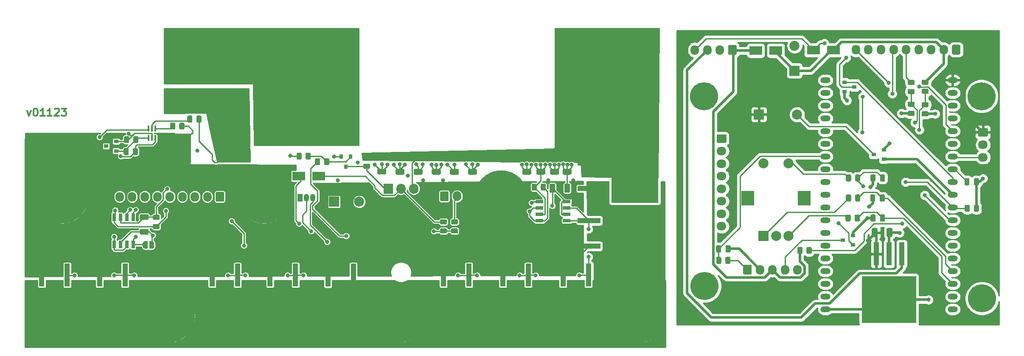
<source format=gbr>
%TF.GenerationSoftware,KiCad,Pcbnew,(5.1.9)-1*%
%TF.CreationDate,2021-02-04T15:38:24+01:00*%
%TF.ProjectId,Spotwelderix,53706f74-7765-46c6-9465-7269782e6b69,v01*%
%TF.SameCoordinates,Original*%
%TF.FileFunction,Copper,L1,Top*%
%TF.FilePolarity,Positive*%
%FSLAX46Y46*%
G04 Gerber Fmt 4.6, Leading zero omitted, Abs format (unit mm)*
G04 Created by KiCad (PCBNEW (5.1.9)-1) date 2021-02-04 15:38:24*
%MOMM*%
%LPD*%
G01*
G04 APERTURE LIST*
%TA.AperFunction,NonConductor*%
%ADD10C,0.300000*%
%TD*%
%TA.AperFunction,SMDPad,CuDef*%
%ADD11R,0.400000X1.200000*%
%TD*%
%TA.AperFunction,SMDPad,CuDef*%
%ADD12R,3.940000X5.840000*%
%TD*%
%TA.AperFunction,SMDPad,CuDef*%
%ADD13R,0.900000X0.800000*%
%TD*%
%TA.AperFunction,SMDPad,CuDef*%
%ADD14R,0.800000X0.900000*%
%TD*%
%TA.AperFunction,ComponentPad*%
%ADD15O,1.700000X1.950000*%
%TD*%
%TA.AperFunction,ComponentPad*%
%ADD16C,0.900000*%
%TD*%
%TA.AperFunction,ComponentPad*%
%ADD17C,10.600000*%
%TD*%
%TA.AperFunction,ComponentPad*%
%ADD18O,1.905000X2.000000*%
%TD*%
%TA.AperFunction,ComponentPad*%
%ADD19R,1.905000X2.000000*%
%TD*%
%TA.AperFunction,SMDPad,CuDef*%
%ADD20R,1.525000X0.650000*%
%TD*%
%TA.AperFunction,SMDPad,CuDef*%
%ADD21C,0.100000*%
%TD*%
%TA.AperFunction,ComponentPad*%
%ADD22O,1.700000X2.000000*%
%TD*%
%TA.AperFunction,SMDPad,CuDef*%
%ADD23R,2.500000X1.800000*%
%TD*%
%TA.AperFunction,ComponentPad*%
%ADD24C,2.000000*%
%TD*%
%TA.AperFunction,ComponentPad*%
%ADD25R,2.000000X2.000000*%
%TD*%
%TA.AperFunction,SMDPad,CuDef*%
%ADD26R,0.650000X1.525000*%
%TD*%
%TA.AperFunction,ComponentPad*%
%ADD27C,0.800000*%
%TD*%
%TA.AperFunction,ComponentPad*%
%ADD28C,6.400000*%
%TD*%
%TA.AperFunction,SMDPad,CuDef*%
%ADD29R,10.800000X9.400000*%
%TD*%
%TA.AperFunction,SMDPad,CuDef*%
%ADD30R,1.100000X4.600000*%
%TD*%
%TA.AperFunction,SMDPad,CuDef*%
%ADD31R,9.400000X10.800000*%
%TD*%
%TA.AperFunction,SMDPad,CuDef*%
%ADD32R,4.600000X1.100000*%
%TD*%
%TA.AperFunction,ComponentPad*%
%ADD33O,1.050000X1.500000*%
%TD*%
%TA.AperFunction,ComponentPad*%
%ADD34R,1.050000X1.500000*%
%TD*%
%TA.AperFunction,ComponentPad*%
%ADD35R,2.500000X3.000000*%
%TD*%
%TA.AperFunction,ComponentPad*%
%ADD36O,2.000000X1.200000*%
%TD*%
%TA.AperFunction,ComponentPad*%
%ADD37O,1.950000X1.700000*%
%TD*%
%TA.AperFunction,ConnectorPad*%
%ADD38C,5.600000*%
%TD*%
%TA.AperFunction,ComponentPad*%
%ADD39C,3.600000*%
%TD*%
%TA.AperFunction,ViaPad*%
%ADD40C,0.800000*%
%TD*%
%TA.AperFunction,ViaPad*%
%ADD41C,0.600000*%
%TD*%
%TA.AperFunction,Conductor*%
%ADD42C,0.250000*%
%TD*%
%TA.AperFunction,Conductor*%
%ADD43C,0.500000*%
%TD*%
%TA.AperFunction,Conductor*%
%ADD44C,0.254000*%
%TD*%
%TA.AperFunction,Conductor*%
%ADD45C,0.100000*%
%TD*%
G04 APERTURE END LIST*
D10*
X76971428Y-82078571D02*
X77328571Y-83078571D01*
X77685714Y-82078571D01*
X78542857Y-81578571D02*
X78685714Y-81578571D01*
X78828571Y-81650000D01*
X78900000Y-81721428D01*
X78971428Y-81864285D01*
X79042857Y-82150000D01*
X79042857Y-82507142D01*
X78971428Y-82792857D01*
X78900000Y-82935714D01*
X78828571Y-83007142D01*
X78685714Y-83078571D01*
X78542857Y-83078571D01*
X78400000Y-83007142D01*
X78328571Y-82935714D01*
X78257142Y-82792857D01*
X78185714Y-82507142D01*
X78185714Y-82150000D01*
X78257142Y-81864285D01*
X78328571Y-81721428D01*
X78400000Y-81650000D01*
X78542857Y-81578571D01*
X80471428Y-83078571D02*
X79614285Y-83078571D01*
X80042857Y-83078571D02*
X80042857Y-81578571D01*
X79900000Y-81792857D01*
X79757142Y-81935714D01*
X79614285Y-82007142D01*
X81900000Y-83078571D02*
X81042857Y-83078571D01*
X81471428Y-83078571D02*
X81471428Y-81578571D01*
X81328571Y-81792857D01*
X81185714Y-81935714D01*
X81042857Y-82007142D01*
X82471428Y-81721428D02*
X82542857Y-81650000D01*
X82685714Y-81578571D01*
X83042857Y-81578571D01*
X83185714Y-81650000D01*
X83257142Y-81721428D01*
X83328571Y-81864285D01*
X83328571Y-82007142D01*
X83257142Y-82221428D01*
X82400000Y-83078571D01*
X83328571Y-83078571D01*
X83828571Y-81578571D02*
X84757142Y-81578571D01*
X84257142Y-82150000D01*
X84471428Y-82150000D01*
X84614285Y-82221428D01*
X84685714Y-82292857D01*
X84757142Y-82435714D01*
X84757142Y-82792857D01*
X84685714Y-82935714D01*
X84614285Y-83007142D01*
X84471428Y-83078571D01*
X84042857Y-83078571D01*
X83899999Y-83007142D01*
X83828571Y-82935714D01*
%TO.P,R12,2*%
%TO.N,GND*%
%TA.AperFunction,SMDPad,CuDef*%
G36*
G01*
X110712500Y-84150001D02*
X110712500Y-83249999D01*
G75*
G02*
X110962499Y-83000000I249999J0D01*
G01*
X111487501Y-83000000D01*
G75*
G02*
X111737500Y-83249999I0J-249999D01*
G01*
X111737500Y-84150001D01*
G75*
G02*
X111487501Y-84400000I-249999J0D01*
G01*
X110962499Y-84400000D01*
G75*
G02*
X110712500Y-84150001I0J249999D01*
G01*
G37*
%TD.AperFunction*%
%TO.P,R12,1*%
%TO.N,Net-(IC1-Pad5)*%
%TA.AperFunction,SMDPad,CuDef*%
G36*
G01*
X108887500Y-84150001D02*
X108887500Y-83249999D01*
G75*
G02*
X109137499Y-83000000I249999J0D01*
G01*
X109662501Y-83000000D01*
G75*
G02*
X109912500Y-83249999I0J-249999D01*
G01*
X109912500Y-84150001D01*
G75*
G02*
X109662501Y-84400000I-249999J0D01*
G01*
X109137499Y-84400000D01*
G75*
G02*
X108887500Y-84150001I0J249999D01*
G01*
G37*
%TD.AperFunction*%
%TD*%
%TO.P,R11,2*%
%TO.N,FET_GND*%
%TA.AperFunction,SMDPad,CuDef*%
G36*
G01*
X107300000Y-85550001D02*
X107300000Y-84649999D01*
G75*
G02*
X107549999Y-84400000I249999J0D01*
G01*
X108075001Y-84400000D01*
G75*
G02*
X108325000Y-84649999I0J-249999D01*
G01*
X108325000Y-85550001D01*
G75*
G02*
X108075001Y-85800000I-249999J0D01*
G01*
X107549999Y-85800000D01*
G75*
G02*
X107300000Y-85550001I0J249999D01*
G01*
G37*
%TD.AperFunction*%
%TO.P,R11,1*%
%TO.N,Net-(IC1-Pad4)*%
%TA.AperFunction,SMDPad,CuDef*%
G36*
G01*
X105475000Y-85550001D02*
X105475000Y-84649999D01*
G75*
G02*
X105724999Y-84400000I249999J0D01*
G01*
X106250001Y-84400000D01*
G75*
G02*
X106500000Y-84649999I0J-249999D01*
G01*
X106500000Y-85550001D01*
G75*
G02*
X106250001Y-85800000I-249999J0D01*
G01*
X105724999Y-85800000D01*
G75*
G02*
X105475000Y-85550001I0J249999D01*
G01*
G37*
%TD.AperFunction*%
%TD*%
D11*
%TO.P,IC1,6*%
%TO.N,R_Schunt_Stab*%
X101200000Y-85600000D03*
%TO.P,IC1,5*%
%TO.N,Net-(IC1-Pad5)*%
X101850000Y-85600000D03*
%TO.P,IC1,4*%
%TO.N,Net-(IC1-Pad4)*%
X102500000Y-85600000D03*
%TO.P,IC1,3*%
%TO.N,+5V*%
X102500000Y-87500000D03*
%TO.P,IC1,2*%
%TO.N,GND*%
X101850000Y-87500000D03*
%TO.P,IC1,1*%
%TO.N,Net-(IC1-Pad1)*%
X101200000Y-87500000D03*
%TD*%
D12*
%TO.P,R1,2*%
%TO.N,GND*%
X116875000Y-89500000D03*
%TO.P,R1,1*%
%TO.N,FET_GND*%
X107725000Y-89500000D03*
%TD*%
D13*
%TO.P,U2,3*%
%TO.N,N/C*%
X92700000Y-89100000D03*
%TO.P,U2,2*%
%TO.N,GND*%
X94700000Y-88150000D03*
%TO.P,U2,1*%
%TO.N,Net-(IC1-Pad1)*%
X94700000Y-90050000D03*
%TD*%
%TO.P,R10,2*%
%TO.N,GND*%
%TA.AperFunction,SMDPad,CuDef*%
G36*
G01*
X97287500Y-87349999D02*
X97287500Y-88250001D01*
G75*
G02*
X97037501Y-88500000I-249999J0D01*
G01*
X96512499Y-88500000D01*
G75*
G02*
X96262500Y-88250001I0J249999D01*
G01*
X96262500Y-87349999D01*
G75*
G02*
X96512499Y-87100000I249999J0D01*
G01*
X97037501Y-87100000D01*
G75*
G02*
X97287500Y-87349999I0J-249999D01*
G01*
G37*
%TD.AperFunction*%
%TO.P,R10,1*%
%TO.N,Net-(IC1-Pad1)*%
%TA.AperFunction,SMDPad,CuDef*%
G36*
G01*
X99112500Y-87349999D02*
X99112500Y-88250001D01*
G75*
G02*
X98862501Y-88500000I-249999J0D01*
G01*
X98337499Y-88500000D01*
G75*
G02*
X98087500Y-88250001I0J249999D01*
G01*
X98087500Y-87349999D01*
G75*
G02*
X98337499Y-87100000I249999J0D01*
G01*
X98862501Y-87100000D01*
G75*
G02*
X99112500Y-87349999I0J-249999D01*
G01*
G37*
%TD.AperFunction*%
%TD*%
%TO.P,R9,2*%
%TO.N,Net-(IC1-Pad1)*%
%TA.AperFunction,SMDPad,CuDef*%
G36*
G01*
X97212500Y-89749999D02*
X97212500Y-90650001D01*
G75*
G02*
X96962501Y-90900000I-249999J0D01*
G01*
X96437499Y-90900000D01*
G75*
G02*
X96187500Y-90650001I0J249999D01*
G01*
X96187500Y-89749999D01*
G75*
G02*
X96437499Y-89500000I249999J0D01*
G01*
X96962501Y-89500000D01*
G75*
G02*
X97212500Y-89749999I0J-249999D01*
G01*
G37*
%TD.AperFunction*%
%TO.P,R9,1*%
%TO.N,+5V*%
%TA.AperFunction,SMDPad,CuDef*%
G36*
G01*
X99037500Y-89749999D02*
X99037500Y-90650001D01*
G75*
G02*
X98787501Y-90900000I-249999J0D01*
G01*
X98262499Y-90900000D01*
G75*
G02*
X98012500Y-90650001I0J249999D01*
G01*
X98012500Y-89749999D01*
G75*
G02*
X98262499Y-89500000I249999J0D01*
G01*
X98787501Y-89500000D01*
G75*
G02*
X99037500Y-89749999I0J-249999D01*
G01*
G37*
%TD.AperFunction*%
%TD*%
%TO.P,R2,2*%
%TO.N,GND*%
%TA.AperFunction,SMDPad,CuDef*%
G36*
G01*
X131712500Y-90649999D02*
X131712500Y-91550001D01*
G75*
G02*
X131462501Y-91800000I-249999J0D01*
G01*
X130937499Y-91800000D01*
G75*
G02*
X130687500Y-91550001I0J249999D01*
G01*
X130687500Y-90649999D01*
G75*
G02*
X130937499Y-90400000I249999J0D01*
G01*
X131462501Y-90400000D01*
G75*
G02*
X131712500Y-90649999I0J-249999D01*
G01*
G37*
%TD.AperFunction*%
%TO.P,R2,1*%
%TO.N,Net-(Q9-Pad1)*%
%TA.AperFunction,SMDPad,CuDef*%
G36*
G01*
X133537500Y-90649999D02*
X133537500Y-91550001D01*
G75*
G02*
X133287501Y-91800000I-249999J0D01*
G01*
X132762499Y-91800000D01*
G75*
G02*
X132512500Y-91550001I0J249999D01*
G01*
X132512500Y-90649999D01*
G75*
G02*
X132762499Y-90400000I249999J0D01*
G01*
X133287501Y-90400000D01*
G75*
G02*
X133537500Y-90649999I0J-249999D01*
G01*
G37*
%TD.AperFunction*%
%TD*%
D14*
%TO.P,Q9,3*%
%TO.N,Net-(J1-Pad1)*%
X140550000Y-93200000D03*
%TO.P,Q9,2*%
%TO.N,GND*%
X139600000Y-91200000D03*
%TO.P,Q9,1*%
%TO.N,Net-(Q9-Pad1)*%
X141500000Y-91200000D03*
%TD*%
D15*
%TO.P,P1,9*%
%TO.N,R_Schunt_Stab*%
X95400000Y-99200000D03*
%TO.P,P1,8*%
%TO.N,+5V*%
X97900000Y-99200000D03*
%TO.P,P1,7*%
%TO.N,EnablePower*%
X100400000Y-99200000D03*
%TO.P,P1,6*%
%TO.N,V_Batt*%
X102900000Y-99200000D03*
%TO.P,P1,5*%
%TO.N,Probe-*%
X105400000Y-99200000D03*
%TO.P,P1,4*%
%TO.N,Dallas*%
X107900000Y-99200000D03*
%TO.P,P1,3*%
%TO.N,Gate_logic*%
X110400000Y-99200000D03*
%TO.P,P1,2*%
%TO.N,VCC*%
X112900000Y-99200000D03*
%TO.P,P1,1*%
%TO.N,GND*%
%TA.AperFunction,ComponentPad*%
G36*
G01*
X116250000Y-98475000D02*
X116250000Y-99925000D01*
G75*
G02*
X116000000Y-100175000I-250000J0D01*
G01*
X114800000Y-100175000D01*
G75*
G02*
X114550000Y-99925000I0J250000D01*
G01*
X114550000Y-98475000D01*
G75*
G02*
X114800000Y-98225000I250000J0D01*
G01*
X116000000Y-98225000D01*
G75*
G02*
X116250000Y-98475000I0J-250000D01*
G01*
G37*
%TD.AperFunction*%
%TD*%
%TO.P,C10,2*%
%TO.N,GND*%
%TA.AperFunction,SMDPad,CuDef*%
G36*
G01*
X154289999Y-93645000D02*
X155590001Y-93645000D01*
G75*
G02*
X155840000Y-93894999I0J-249999D01*
G01*
X155840000Y-94545001D01*
G75*
G02*
X155590001Y-94795000I-249999J0D01*
G01*
X154289999Y-94795000D01*
G75*
G02*
X154040000Y-94545001I0J249999D01*
G01*
X154040000Y-93894999D01*
G75*
G02*
X154289999Y-93645000I249999J0D01*
G01*
G37*
%TD.AperFunction*%
%TO.P,C10,1*%
%TO.N,VCCQ*%
%TA.AperFunction,SMDPad,CuDef*%
G36*
G01*
X154289999Y-90695000D02*
X155590001Y-90695000D01*
G75*
G02*
X155840000Y-90944999I0J-249999D01*
G01*
X155840000Y-91595001D01*
G75*
G02*
X155590001Y-91845000I-249999J0D01*
G01*
X154289999Y-91845000D01*
G75*
G02*
X154040000Y-91595001I0J249999D01*
G01*
X154040000Y-90944999D01*
G75*
G02*
X154289999Y-90695000I249999J0D01*
G01*
G37*
%TD.AperFunction*%
%TD*%
%TO.P,C8,2*%
%TO.N,GND*%
%TA.AperFunction,SMDPad,CuDef*%
G36*
G01*
X157909999Y-93645000D02*
X159210001Y-93645000D01*
G75*
G02*
X159460000Y-93894999I0J-249999D01*
G01*
X159460000Y-94545001D01*
G75*
G02*
X159210001Y-94795000I-249999J0D01*
G01*
X157909999Y-94795000D01*
G75*
G02*
X157660000Y-94545001I0J249999D01*
G01*
X157660000Y-93894999D01*
G75*
G02*
X157909999Y-93645000I249999J0D01*
G01*
G37*
%TD.AperFunction*%
%TO.P,C8,1*%
%TO.N,VCCQ*%
%TA.AperFunction,SMDPad,CuDef*%
G36*
G01*
X157909999Y-90695000D02*
X159210001Y-90695000D01*
G75*
G02*
X159460000Y-90944999I0J-249999D01*
G01*
X159460000Y-91595001D01*
G75*
G02*
X159210001Y-91845000I-249999J0D01*
G01*
X157909999Y-91845000D01*
G75*
G02*
X157660000Y-91595001I0J249999D01*
G01*
X157660000Y-90944999D01*
G75*
G02*
X157909999Y-90695000I249999J0D01*
G01*
G37*
%TD.AperFunction*%
%TD*%
%TO.P,C6,2*%
%TO.N,GND*%
%TA.AperFunction,SMDPad,CuDef*%
G36*
G01*
X150669999Y-93645000D02*
X151970001Y-93645000D01*
G75*
G02*
X152220000Y-93894999I0J-249999D01*
G01*
X152220000Y-94545001D01*
G75*
G02*
X151970001Y-94795000I-249999J0D01*
G01*
X150669999Y-94795000D01*
G75*
G02*
X150420000Y-94545001I0J249999D01*
G01*
X150420000Y-93894999D01*
G75*
G02*
X150669999Y-93645000I249999J0D01*
G01*
G37*
%TD.AperFunction*%
%TO.P,C6,1*%
%TO.N,VCCQ*%
%TA.AperFunction,SMDPad,CuDef*%
G36*
G01*
X150669999Y-90695000D02*
X151970001Y-90695000D01*
G75*
G02*
X152220000Y-90944999I0J-249999D01*
G01*
X152220000Y-91595001D01*
G75*
G02*
X151970001Y-91845000I-249999J0D01*
G01*
X150669999Y-91845000D01*
G75*
G02*
X150420000Y-91595001I0J249999D01*
G01*
X150420000Y-90944999D01*
G75*
G02*
X150669999Y-90695000I249999J0D01*
G01*
G37*
%TD.AperFunction*%
%TD*%
%TO.P,C2,2*%
%TO.N,GND*%
%TA.AperFunction,SMDPad,CuDef*%
G36*
G01*
X147049999Y-93600000D02*
X148350001Y-93600000D01*
G75*
G02*
X148600000Y-93849999I0J-249999D01*
G01*
X148600000Y-94500001D01*
G75*
G02*
X148350001Y-94750000I-249999J0D01*
G01*
X147049999Y-94750000D01*
G75*
G02*
X146800000Y-94500001I0J249999D01*
G01*
X146800000Y-93849999D01*
G75*
G02*
X147049999Y-93600000I249999J0D01*
G01*
G37*
%TD.AperFunction*%
%TO.P,C2,1*%
%TO.N,VCCQ*%
%TA.AperFunction,SMDPad,CuDef*%
G36*
G01*
X147049999Y-90650000D02*
X148350001Y-90650000D01*
G75*
G02*
X148600000Y-90899999I0J-249999D01*
G01*
X148600000Y-91550001D01*
G75*
G02*
X148350001Y-91800000I-249999J0D01*
G01*
X147049999Y-91800000D01*
G75*
G02*
X146800000Y-91550001I0J249999D01*
G01*
X146800000Y-90899999D01*
G75*
G02*
X147049999Y-90650000I249999J0D01*
G01*
G37*
%TD.AperFunction*%
%TD*%
D16*
%TO.P,H6,1*%
%TO.N,FET_GND*%
X174310749Y-96389251D03*
X171500000Y-95225000D03*
X168689251Y-96389251D03*
X167525000Y-99200000D03*
X168689251Y-102010749D03*
X171500000Y-103175000D03*
X174310749Y-102010749D03*
X175475000Y-99200000D03*
D17*
X171500000Y-99200000D03*
%TD*%
D18*
%TO.P,Q10,3*%
%TO.N,VCCQ*%
X154080000Y-97600000D03*
%TO.P,Q10,2*%
%TO.N,Net-(D2-Pad2)*%
X151540000Y-97600000D03*
D19*
%TO.P,Q10,1*%
%TO.N,Net-(J1-Pad1)*%
X149000000Y-97600000D03*
%TD*%
%TO.P,R4,2*%
%TO.N,GND*%
%TA.AperFunction,SMDPad,CuDef*%
G36*
G01*
X178612500Y-96849999D02*
X178612500Y-97750001D01*
G75*
G02*
X178362501Y-98000000I-249999J0D01*
G01*
X177837499Y-98000000D01*
G75*
G02*
X177587500Y-97750001I0J249999D01*
G01*
X177587500Y-96849999D01*
G75*
G02*
X177837499Y-96600000I249999J0D01*
G01*
X178362501Y-96600000D01*
G75*
G02*
X178612500Y-96849999I0J-249999D01*
G01*
G37*
%TD.AperFunction*%
%TO.P,R4,1*%
%TO.N,Gate_logic*%
%TA.AperFunction,SMDPad,CuDef*%
G36*
G01*
X180437500Y-96849999D02*
X180437500Y-97750001D01*
G75*
G02*
X180187501Y-98000000I-249999J0D01*
G01*
X179662499Y-98000000D01*
G75*
G02*
X179412500Y-97750001I0J249999D01*
G01*
X179412500Y-96849999D01*
G75*
G02*
X179662499Y-96600000I249999J0D01*
G01*
X180187501Y-96600000D01*
G75*
G02*
X180437500Y-96849999I0J-249999D01*
G01*
G37*
%TD.AperFunction*%
%TD*%
D20*
%TO.P,IC3,8*%
%TO.N,VCC*%
X184600000Y-100200000D03*
%TO.P,IC3,7*%
%TO.N,Gate*%
X184600000Y-101470000D03*
%TO.P,IC3,6*%
%TO.N,VCC*%
X184600000Y-102740000D03*
%TO.P,IC3,5*%
%TO.N,Gate*%
X184600000Y-104010000D03*
%TO.P,IC3,4*%
%TO.N,Gate_logic*%
X179176000Y-104010000D03*
%TO.P,IC3,3*%
%TO.N,GND*%
X179176000Y-102740000D03*
%TO.P,IC3,2*%
%TO.N,Gate_logic*%
X179176000Y-101470000D03*
%TO.P,IC3,1*%
%TO.N,VCC*%
X179176000Y-100200000D03*
%TD*%
%TO.P,C12,2*%
%TO.N,GND*%
%TA.AperFunction,SMDPad,CuDef*%
G36*
G01*
X184100000Y-98150001D02*
X184100000Y-96849999D01*
G75*
G02*
X184349999Y-96600000I249999J0D01*
G01*
X185000001Y-96600000D01*
G75*
G02*
X185250000Y-96849999I0J-249999D01*
G01*
X185250000Y-98150001D01*
G75*
G02*
X185000001Y-98400000I-249999J0D01*
G01*
X184349999Y-98400000D01*
G75*
G02*
X184100000Y-98150001I0J249999D01*
G01*
G37*
%TD.AperFunction*%
%TO.P,C12,1*%
%TO.N,VCC*%
%TA.AperFunction,SMDPad,CuDef*%
G36*
G01*
X181150000Y-98150001D02*
X181150000Y-96849999D01*
G75*
G02*
X181399999Y-96600000I249999J0D01*
G01*
X182050001Y-96600000D01*
G75*
G02*
X182300000Y-96849999I0J-249999D01*
G01*
X182300000Y-98150001D01*
G75*
G02*
X182050001Y-98400000I-249999J0D01*
G01*
X181399999Y-98400000D01*
G75*
G02*
X181150000Y-98150001I0J249999D01*
G01*
G37*
%TD.AperFunction*%
%TD*%
%TO.P,R8,2*%
%TO.N,GND*%
%TA.AperFunction,SMDPad,CuDef*%
G36*
G01*
X162650001Y-104712500D02*
X161749999Y-104712500D01*
G75*
G02*
X161500000Y-104462501I0J249999D01*
G01*
X161500000Y-103937499D01*
G75*
G02*
X161749999Y-103687500I249999J0D01*
G01*
X162650001Y-103687500D01*
G75*
G02*
X162900000Y-103937499I0J-249999D01*
G01*
X162900000Y-104462501D01*
G75*
G02*
X162650001Y-104712500I-249999J0D01*
G01*
G37*
%TD.AperFunction*%
%TO.P,R8,1*%
%TO.N,V_Batt*%
%TA.AperFunction,SMDPad,CuDef*%
G36*
G01*
X162650001Y-106537500D02*
X161749999Y-106537500D01*
G75*
G02*
X161500000Y-106287501I0J249999D01*
G01*
X161500000Y-105762499D01*
G75*
G02*
X161749999Y-105512500I249999J0D01*
G01*
X162650001Y-105512500D01*
G75*
G02*
X162900000Y-105762499I0J-249999D01*
G01*
X162900000Y-106287501D01*
G75*
G02*
X162650001Y-106537500I-249999J0D01*
G01*
G37*
%TD.AperFunction*%
%TD*%
%TO.P,R7,2*%
%TO.N,V_Batt*%
%TA.AperFunction,SMDPad,CuDef*%
G36*
G01*
X159549999Y-105512500D02*
X160450001Y-105512500D01*
G75*
G02*
X160700000Y-105762499I0J-249999D01*
G01*
X160700000Y-106287501D01*
G75*
G02*
X160450001Y-106537500I-249999J0D01*
G01*
X159549999Y-106537500D01*
G75*
G02*
X159300000Y-106287501I0J249999D01*
G01*
X159300000Y-105762499D01*
G75*
G02*
X159549999Y-105512500I249999J0D01*
G01*
G37*
%TD.AperFunction*%
%TO.P,R7,1*%
%TO.N,Net-(D2-Pad2)*%
%TA.AperFunction,SMDPad,CuDef*%
G36*
G01*
X159549999Y-103687500D02*
X160450001Y-103687500D01*
G75*
G02*
X160700000Y-103937499I0J-249999D01*
G01*
X160700000Y-104462501D01*
G75*
G02*
X160450001Y-104712500I-249999J0D01*
G01*
X159549999Y-104712500D01*
G75*
G02*
X159300000Y-104462501I0J249999D01*
G01*
X159300000Y-103937499D01*
G75*
G02*
X159549999Y-103687500I249999J0D01*
G01*
G37*
%TD.AperFunction*%
%TD*%
%TO.P,R6,2*%
%TO.N,Net-(J1-Pad1)*%
%TA.AperFunction,SMDPad,CuDef*%
G36*
G01*
X144249999Y-92587500D02*
X145150001Y-92587500D01*
G75*
G02*
X145400000Y-92837499I0J-249999D01*
G01*
X145400000Y-93362501D01*
G75*
G02*
X145150001Y-93612500I-249999J0D01*
G01*
X144249999Y-93612500D01*
G75*
G02*
X144000000Y-93362501I0J249999D01*
G01*
X144000000Y-92837499D01*
G75*
G02*
X144249999Y-92587500I249999J0D01*
G01*
G37*
%TD.AperFunction*%
%TO.P,R6,1*%
%TO.N,VCCQ*%
%TA.AperFunction,SMDPad,CuDef*%
G36*
G01*
X144249999Y-90762500D02*
X145150001Y-90762500D01*
G75*
G02*
X145400000Y-91012499I0J-249999D01*
G01*
X145400000Y-91537501D01*
G75*
G02*
X145150001Y-91787500I-249999J0D01*
G01*
X144249999Y-91787500D01*
G75*
G02*
X144000000Y-91537501I0J249999D01*
G01*
X144000000Y-91012499D01*
G75*
G02*
X144249999Y-90762500I249999J0D01*
G01*
G37*
%TD.AperFunction*%
%TD*%
%TO.P,R5,2*%
%TO.N,Net-(Q9-Pad1)*%
%TA.AperFunction,SMDPad,CuDef*%
G36*
G01*
X136187500Y-92650001D02*
X136187500Y-91749999D01*
G75*
G02*
X136437499Y-91500000I249999J0D01*
G01*
X136962501Y-91500000D01*
G75*
G02*
X137212500Y-91749999I0J-249999D01*
G01*
X137212500Y-92650001D01*
G75*
G02*
X136962501Y-92900000I-249999J0D01*
G01*
X136437499Y-92900000D01*
G75*
G02*
X136187500Y-92650001I0J249999D01*
G01*
G37*
%TD.AperFunction*%
%TO.P,R5,1*%
%TO.N,EnablePower*%
%TA.AperFunction,SMDPad,CuDef*%
G36*
G01*
X134362500Y-92650001D02*
X134362500Y-91749999D01*
G75*
G02*
X134612499Y-91500000I249999J0D01*
G01*
X135137501Y-91500000D01*
G75*
G02*
X135387500Y-91749999I0J-249999D01*
G01*
X135387500Y-92650001D01*
G75*
G02*
X135137501Y-92900000I-249999J0D01*
G01*
X134612499Y-92900000D01*
G75*
G02*
X134362500Y-92650001I0J249999D01*
G01*
G37*
%TD.AperFunction*%
%TD*%
%TA.AperFunction,SMDPad,CuDef*%
D21*
%TO.P,JP1,2*%
%TO.N,Net-(IC2-Pad1)*%
G36*
X100500000Y-109549398D02*
G01*
X100475466Y-109549398D01*
X100426635Y-109544588D01*
X100378510Y-109535016D01*
X100331555Y-109520772D01*
X100286222Y-109501995D01*
X100242949Y-109478864D01*
X100202150Y-109451604D01*
X100164221Y-109420476D01*
X100129524Y-109385779D01*
X100098396Y-109347850D01*
X100071136Y-109307051D01*
X100048005Y-109263778D01*
X100029228Y-109218445D01*
X100014984Y-109171490D01*
X100005412Y-109123365D01*
X100000602Y-109074534D01*
X100000602Y-109050000D01*
X100000000Y-109050000D01*
X100000000Y-108550000D01*
X100000602Y-108550000D01*
X100000602Y-108525466D01*
X100005412Y-108476635D01*
X100014984Y-108428510D01*
X100029228Y-108381555D01*
X100048005Y-108336222D01*
X100071136Y-108292949D01*
X100098396Y-108252150D01*
X100129524Y-108214221D01*
X100164221Y-108179524D01*
X100202150Y-108148396D01*
X100242949Y-108121136D01*
X100286222Y-108098005D01*
X100331555Y-108079228D01*
X100378510Y-108064984D01*
X100426635Y-108055412D01*
X100475466Y-108050602D01*
X100500000Y-108050602D01*
X100500000Y-108050000D01*
X101000000Y-108050000D01*
X101000000Y-109550000D01*
X100500000Y-109550000D01*
X100500000Y-109549398D01*
G37*
%TD.AperFunction*%
%TA.AperFunction,SMDPad,CuDef*%
%TO.P,JP1,1*%
%TO.N,VCC*%
G36*
X101300000Y-108050000D02*
G01*
X101800000Y-108050000D01*
X101800000Y-108050602D01*
X101824534Y-108050602D01*
X101873365Y-108055412D01*
X101921490Y-108064984D01*
X101968445Y-108079228D01*
X102013778Y-108098005D01*
X102057051Y-108121136D01*
X102097850Y-108148396D01*
X102135779Y-108179524D01*
X102170476Y-108214221D01*
X102201604Y-108252150D01*
X102228864Y-108292949D01*
X102251995Y-108336222D01*
X102270772Y-108381555D01*
X102285016Y-108428510D01*
X102294588Y-108476635D01*
X102299398Y-108525466D01*
X102299398Y-108550000D01*
X102300000Y-108550000D01*
X102300000Y-109050000D01*
X102299398Y-109050000D01*
X102299398Y-109074534D01*
X102294588Y-109123365D01*
X102285016Y-109171490D01*
X102270772Y-109218445D01*
X102251995Y-109263778D01*
X102228864Y-109307051D01*
X102201604Y-109347850D01*
X102170476Y-109385779D01*
X102135779Y-109420476D01*
X102097850Y-109451604D01*
X102057051Y-109478864D01*
X102013778Y-109501995D01*
X101968445Y-109520772D01*
X101921490Y-109535016D01*
X101873365Y-109544588D01*
X101824534Y-109549398D01*
X101800000Y-109549398D01*
X101800000Y-109550000D01*
X101300000Y-109550000D01*
X101300000Y-108050000D01*
G37*
%TD.AperFunction*%
%TD*%
D22*
%TO.P,J1,2*%
%TO.N,GND*%
X162700000Y-99100000D03*
%TO.P,J1,1*%
%TO.N,Net-(J1-Pad1)*%
%TA.AperFunction,ComponentPad*%
G36*
G01*
X159350000Y-99850000D02*
X159350000Y-98350000D01*
G75*
G02*
X159600000Y-98100000I250000J0D01*
G01*
X160800000Y-98100000D01*
G75*
G02*
X161050000Y-98350000I0J-250000D01*
G01*
X161050000Y-99850000D01*
G75*
G02*
X160800000Y-100100000I-250000J0D01*
G01*
X159600000Y-100100000D01*
G75*
G02*
X159350000Y-99850000I0J250000D01*
G01*
G37*
%TD.AperFunction*%
%TD*%
D23*
%TO.P,D2,2*%
%TO.N,Net-(D2-Pad2)*%
X135100000Y-95100000D03*
%TO.P,D2,1*%
%TO.N,VCC*%
X131100000Y-95100000D03*
%TD*%
D24*
%TO.P,C14,2*%
%TO.N,GND*%
X143200000Y-100200000D03*
D25*
%TO.P,C14,1*%
%TO.N,VCC*%
X138200000Y-100200000D03*
%TD*%
%TO.P,C13,2*%
%TO.N,GND*%
%TA.AperFunction,SMDPad,CuDef*%
G36*
G01*
X100950001Y-103825000D02*
X99649999Y-103825000D01*
G75*
G02*
X99400000Y-103575001I0J249999D01*
G01*
X99400000Y-102924999D01*
G75*
G02*
X99649999Y-102675000I249999J0D01*
G01*
X100950001Y-102675000D01*
G75*
G02*
X101200000Y-102924999I0J-249999D01*
G01*
X101200000Y-103575001D01*
G75*
G02*
X100950001Y-103825000I-249999J0D01*
G01*
G37*
%TD.AperFunction*%
%TO.P,C13,1*%
%TO.N,VCC*%
%TA.AperFunction,SMDPad,CuDef*%
G36*
G01*
X100950001Y-106775000D02*
X99649999Y-106775000D01*
G75*
G02*
X99400000Y-106525001I0J249999D01*
G01*
X99400000Y-105874999D01*
G75*
G02*
X99649999Y-105625000I249999J0D01*
G01*
X100950001Y-105625000D01*
G75*
G02*
X101200000Y-105874999I0J-249999D01*
G01*
X101200000Y-106525001D01*
G75*
G02*
X100950001Y-106775000I-249999J0D01*
G01*
G37*
%TD.AperFunction*%
%TD*%
%TO.P,R3,2*%
%TO.N,GND*%
%TA.AperFunction,SMDPad,CuDef*%
G36*
G01*
X103150002Y-103812500D02*
X102249998Y-103812500D01*
G75*
G02*
X102000000Y-103562502I0J249998D01*
G01*
X102000000Y-103037498D01*
G75*
G02*
X102249998Y-102787500I249998J0D01*
G01*
X103150002Y-102787500D01*
G75*
G02*
X103400000Y-103037498I0J-249998D01*
G01*
X103400000Y-103562502D01*
G75*
G02*
X103150002Y-103812500I-249998J0D01*
G01*
G37*
%TD.AperFunction*%
%TO.P,R3,1*%
%TO.N,Gate_logic*%
%TA.AperFunction,SMDPad,CuDef*%
G36*
G01*
X103150002Y-105637500D02*
X102249998Y-105637500D01*
G75*
G02*
X102000000Y-105387502I0J249998D01*
G01*
X102000000Y-104862498D01*
G75*
G02*
X102249998Y-104612500I249998J0D01*
G01*
X103150002Y-104612500D01*
G75*
G02*
X103400000Y-104862498I0J-249998D01*
G01*
X103400000Y-105387502D01*
G75*
G02*
X103150002Y-105637500I-249998J0D01*
G01*
G37*
%TD.AperFunction*%
%TD*%
D26*
%TO.P,IC2,8*%
%TO.N,Net-(IC2-Pad1)*%
X98075000Y-108732000D03*
%TO.P,IC2,7*%
%TO.N,Gate*%
X96805000Y-108732000D03*
%TO.P,IC2,6*%
%TO.N,VCC*%
X95535000Y-108732000D03*
%TO.P,IC2,5*%
%TO.N,Gate*%
X94265000Y-108732000D03*
%TO.P,IC2,4*%
%TO.N,Gate_logic*%
X94265000Y-103308000D03*
%TO.P,IC2,3*%
%TO.N,GND*%
X95535000Y-103308000D03*
%TO.P,IC2,2*%
%TO.N,Gate_logic*%
X96805000Y-103308000D03*
%TO.P,IC2,1*%
%TO.N,Net-(IC2-Pad1)*%
X98075000Y-103308000D03*
%TD*%
D27*
%TO.P,H7,1*%
%TO.N,GND*%
X118537056Y-80322944D03*
X116840000Y-79620000D03*
X115142944Y-80322944D03*
X114440000Y-82020000D03*
X115142944Y-83717056D03*
X116840000Y-84420000D03*
X118537056Y-83717056D03*
X119240000Y-82020000D03*
D28*
X116840000Y-82020000D03*
%TD*%
D27*
%TO.P,H2,1*%
%TO.N,+BATT*%
X118537056Y-69322944D03*
X116840000Y-68620000D03*
X115142944Y-69322944D03*
X114440000Y-71020000D03*
X115142944Y-72717056D03*
X116840000Y-73420000D03*
X118537056Y-72717056D03*
X119240000Y-71020000D03*
D28*
X116840000Y-71020000D03*
%TD*%
D16*
%TO.P,H5,1*%
%TO.N,FET_GND*%
X126980749Y-96459251D03*
X124170000Y-95295000D03*
X121359251Y-96459251D03*
X120195000Y-99270000D03*
X121359251Y-102080749D03*
X124170000Y-103245000D03*
X126980749Y-102080749D03*
X128145000Y-99270000D03*
D17*
X124170000Y-99270000D03*
%TD*%
D16*
%TO.P,H4,1*%
%TO.N,FET_GND*%
X86710749Y-96459251D03*
X83900000Y-95295000D03*
X81089251Y-96459251D03*
X79925000Y-99270000D03*
X81089251Y-102080749D03*
X83900000Y-103245000D03*
X86710749Y-102080749D03*
X87875000Y-99270000D03*
D17*
X83900000Y-99270000D03*
%TD*%
D16*
%TO.P,H3,1*%
%TO.N,Probe-*%
X153730749Y-120209251D03*
X150920000Y-119045000D03*
X148109251Y-120209251D03*
X146945000Y-123020000D03*
X148109251Y-125830749D03*
X150920000Y-126995000D03*
X153730749Y-125830749D03*
X154895000Y-123020000D03*
D17*
X150920000Y-123020000D03*
%TD*%
D16*
%TO.P,H1,1*%
%TO.N,Probe-*%
X107980749Y-120209251D03*
X105170000Y-119045000D03*
X102359251Y-120209251D03*
X101195000Y-123020000D03*
X102359251Y-125830749D03*
X105170000Y-126995000D03*
X107980749Y-125830749D03*
X109145000Y-123020000D03*
D17*
X105170000Y-123020000D03*
%TD*%
D29*
%TO.P,Q8,2*%
%TO.N,Probe-*%
X127945000Y-123987000D03*
D30*
%TO.P,Q8,3*%
%TO.N,FET_GND*%
X125405000Y-114837000D03*
%TO.P,Q8,1*%
%TO.N,Gate*%
X130485000Y-114837000D03*
%TD*%
D29*
%TO.P,Q7,2*%
%TO.N,Probe-*%
X162540000Y-123987000D03*
D30*
%TO.P,Q7,3*%
%TO.N,FET_GND*%
X160000000Y-114837000D03*
%TO.P,Q7,1*%
%TO.N,Gate*%
X165080000Y-114837000D03*
%TD*%
D29*
%TO.P,Q6,2*%
%TO.N,Probe-*%
X186395000Y-123987000D03*
D30*
%TO.P,Q6,3*%
%TO.N,FET_GND*%
X183855000Y-114837000D03*
%TO.P,Q6,1*%
%TO.N,Gate*%
X188935000Y-114837000D03*
%TD*%
D29*
%TO.P,Q5,2*%
%TO.N,Probe-*%
X93945000Y-123987000D03*
D30*
%TO.P,Q5,3*%
%TO.N,FET_GND*%
X91405000Y-114837000D03*
%TO.P,Q5,1*%
%TO.N,Gate*%
X96485000Y-114837000D03*
%TD*%
D31*
%TO.P,Q4,2*%
%TO.N,Probe-*%
X198175000Y-106525000D03*
D32*
%TO.P,Q4,3*%
%TO.N,FET_GND*%
X189025000Y-109065000D03*
%TO.P,Q4,1*%
%TO.N,Gate*%
X189025000Y-103985000D03*
%TD*%
D29*
%TO.P,Q3,2*%
%TO.N,Probe-*%
X82395000Y-123987000D03*
D30*
%TO.P,Q3,3*%
%TO.N,FET_GND*%
X79855000Y-114837000D03*
%TO.P,Q3,1*%
%TO.N,Gate*%
X84935000Y-114837000D03*
%TD*%
D29*
%TO.P,Q2,2*%
%TO.N,Probe-*%
X174395000Y-123987000D03*
D30*
%TO.P,Q2,3*%
%TO.N,FET_GND*%
X171855000Y-114837000D03*
%TO.P,Q2,1*%
%TO.N,Gate*%
X176935000Y-114837000D03*
%TD*%
D29*
%TO.P,Q1,2*%
%TO.N,Probe-*%
X116395000Y-123987000D03*
D30*
%TO.P,Q1,3*%
%TO.N,FET_GND*%
X113855000Y-114837000D03*
%TO.P,Q1,1*%
%TO.N,Gate*%
X118935000Y-114837000D03*
%TD*%
%TO.P,C1,2*%
%TO.N,GND*%
%TA.AperFunction,SMDPad,CuDef*%
G36*
G01*
X175969999Y-93645000D02*
X177270001Y-93645000D01*
G75*
G02*
X177520000Y-93894999I0J-249999D01*
G01*
X177520000Y-94545001D01*
G75*
G02*
X177270001Y-94795000I-249999J0D01*
G01*
X175969999Y-94795000D01*
G75*
G02*
X175720000Y-94545001I0J249999D01*
G01*
X175720000Y-93894999D01*
G75*
G02*
X175969999Y-93645000I249999J0D01*
G01*
G37*
%TD.AperFunction*%
%TO.P,C1,1*%
%TO.N,VCCQ*%
%TA.AperFunction,SMDPad,CuDef*%
G36*
G01*
X175969999Y-90695000D02*
X177270001Y-90695000D01*
G75*
G02*
X177520000Y-90944999I0J-249999D01*
G01*
X177520000Y-91595001D01*
G75*
G02*
X177270001Y-91845000I-249999J0D01*
G01*
X175969999Y-91845000D01*
G75*
G02*
X175720000Y-91595001I0J249999D01*
G01*
X175720000Y-90944999D01*
G75*
G02*
X175969999Y-90695000I249999J0D01*
G01*
G37*
%TD.AperFunction*%
%TD*%
%TO.P,C3,2*%
%TO.N,GND*%
%TA.AperFunction,SMDPad,CuDef*%
G36*
G01*
X181519999Y-93645000D02*
X182820001Y-93645000D01*
G75*
G02*
X183070000Y-93894999I0J-249999D01*
G01*
X183070000Y-94545001D01*
G75*
G02*
X182820001Y-94795000I-249999J0D01*
G01*
X181519999Y-94795000D01*
G75*
G02*
X181270000Y-94545001I0J249999D01*
G01*
X181270000Y-93894999D01*
G75*
G02*
X181519999Y-93645000I249999J0D01*
G01*
G37*
%TD.AperFunction*%
%TO.P,C3,1*%
%TO.N,VCCQ*%
%TA.AperFunction,SMDPad,CuDef*%
G36*
G01*
X181519999Y-90695000D02*
X182820001Y-90695000D01*
G75*
G02*
X183070000Y-90944999I0J-249999D01*
G01*
X183070000Y-91595001D01*
G75*
G02*
X182820001Y-91845000I-249999J0D01*
G01*
X181519999Y-91845000D01*
G75*
G02*
X181270000Y-91595001I0J249999D01*
G01*
X181270000Y-90944999D01*
G75*
G02*
X181519999Y-90695000I249999J0D01*
G01*
G37*
%TD.AperFunction*%
%TD*%
%TO.P,C4,1*%
%TO.N,VCCQ*%
%TA.AperFunction,SMDPad,CuDef*%
G36*
G01*
X161529999Y-90695000D02*
X162830001Y-90695000D01*
G75*
G02*
X163080000Y-90944999I0J-249999D01*
G01*
X163080000Y-91595001D01*
G75*
G02*
X162830001Y-91845000I-249999J0D01*
G01*
X161529999Y-91845000D01*
G75*
G02*
X161280000Y-91595001I0J249999D01*
G01*
X161280000Y-90944999D01*
G75*
G02*
X161529999Y-90695000I249999J0D01*
G01*
G37*
%TD.AperFunction*%
%TO.P,C4,2*%
%TO.N,GND*%
%TA.AperFunction,SMDPad,CuDef*%
G36*
G01*
X161529999Y-93645000D02*
X162830001Y-93645000D01*
G75*
G02*
X163080000Y-93894999I0J-249999D01*
G01*
X163080000Y-94545001D01*
G75*
G02*
X162830001Y-94795000I-249999J0D01*
G01*
X161529999Y-94795000D01*
G75*
G02*
X161280000Y-94545001I0J249999D01*
G01*
X161280000Y-93894999D01*
G75*
G02*
X161529999Y-93645000I249999J0D01*
G01*
G37*
%TD.AperFunction*%
%TD*%
%TO.P,C5,2*%
%TO.N,GND*%
%TA.AperFunction,SMDPad,CuDef*%
G36*
G01*
X165149999Y-93645000D02*
X166450001Y-93645000D01*
G75*
G02*
X166700000Y-93894999I0J-249999D01*
G01*
X166700000Y-94545001D01*
G75*
G02*
X166450001Y-94795000I-249999J0D01*
G01*
X165149999Y-94795000D01*
G75*
G02*
X164900000Y-94545001I0J249999D01*
G01*
X164900000Y-93894999D01*
G75*
G02*
X165149999Y-93645000I249999J0D01*
G01*
G37*
%TD.AperFunction*%
%TO.P,C5,1*%
%TO.N,VCCQ*%
%TA.AperFunction,SMDPad,CuDef*%
G36*
G01*
X165149999Y-90695000D02*
X166450001Y-90695000D01*
G75*
G02*
X166700000Y-90944999I0J-249999D01*
G01*
X166700000Y-91595001D01*
G75*
G02*
X166450001Y-91845000I-249999J0D01*
G01*
X165149999Y-91845000D01*
G75*
G02*
X164900000Y-91595001I0J249999D01*
G01*
X164900000Y-90944999D01*
G75*
G02*
X165149999Y-90695000I249999J0D01*
G01*
G37*
%TD.AperFunction*%
%TD*%
%TO.P,C7,2*%
%TO.N,GND*%
%TA.AperFunction,SMDPad,CuDef*%
G36*
G01*
X184019999Y-93645000D02*
X185320001Y-93645000D01*
G75*
G02*
X185570000Y-93894999I0J-249999D01*
G01*
X185570000Y-94545001D01*
G75*
G02*
X185320001Y-94795000I-249999J0D01*
G01*
X184019999Y-94795000D01*
G75*
G02*
X183770000Y-94545001I0J249999D01*
G01*
X183770000Y-93894999D01*
G75*
G02*
X184019999Y-93645000I249999J0D01*
G01*
G37*
%TD.AperFunction*%
%TO.P,C7,1*%
%TO.N,VCCQ*%
%TA.AperFunction,SMDPad,CuDef*%
G36*
G01*
X184019999Y-90695000D02*
X185320001Y-90695000D01*
G75*
G02*
X185570000Y-90944999I0J-249999D01*
G01*
X185570000Y-91595001D01*
G75*
G02*
X185320001Y-91845000I-249999J0D01*
G01*
X184019999Y-91845000D01*
G75*
G02*
X183770000Y-91595001I0J249999D01*
G01*
X183770000Y-90944999D01*
G75*
G02*
X184019999Y-90695000I249999J0D01*
G01*
G37*
%TD.AperFunction*%
%TD*%
%TO.P,C9,2*%
%TO.N,GND*%
%TA.AperFunction,SMDPad,CuDef*%
G36*
G01*
X178769999Y-93645000D02*
X180070001Y-93645000D01*
G75*
G02*
X180320000Y-93894999I0J-249999D01*
G01*
X180320000Y-94545001D01*
G75*
G02*
X180070001Y-94795000I-249999J0D01*
G01*
X178769999Y-94795000D01*
G75*
G02*
X178520000Y-94545001I0J249999D01*
G01*
X178520000Y-93894999D01*
G75*
G02*
X178769999Y-93645000I249999J0D01*
G01*
G37*
%TD.AperFunction*%
%TO.P,C9,1*%
%TO.N,VCCQ*%
%TA.AperFunction,SMDPad,CuDef*%
G36*
G01*
X178769999Y-90695000D02*
X180070001Y-90695000D01*
G75*
G02*
X180320000Y-90944999I0J-249999D01*
G01*
X180320000Y-91595001D01*
G75*
G02*
X180070001Y-91845000I-249999J0D01*
G01*
X178769999Y-91845000D01*
G75*
G02*
X178520000Y-91595001I0J249999D01*
G01*
X178520000Y-90944999D01*
G75*
G02*
X178769999Y-90695000I249999J0D01*
G01*
G37*
%TD.AperFunction*%
%TD*%
%TO.P,D1,1*%
%TO.N,Probe-*%
X142040000Y-114850000D03*
%TO.P,D1,2*%
%TO.N,FET_GND*%
X136960000Y-114850000D03*
D29*
%TO.P,D1,1*%
%TO.N,Probe-*%
X139500000Y-124000000D03*
%TD*%
D32*
%TO.P,D3,1*%
%TO.N,VCCQ*%
X189043000Y-92480000D03*
%TO.P,D3,2*%
%TO.N,Probe-*%
X189043000Y-97560000D03*
D31*
%TO.P,D3,1*%
%TO.N,VCCQ*%
X198193000Y-95020000D03*
%TD*%
%TO.P,F1,1*%
%TO.N,VCCQ*%
%TA.AperFunction,ComponentPad*%
G36*
G01*
X202675000Y-71767500D02*
X202675000Y-82272500D01*
G75*
G02*
X197922500Y-87025000I-4752500J0D01*
G01*
X188417500Y-87025000D01*
G75*
G02*
X183665000Y-82272500I0J4752500D01*
G01*
X183665000Y-71767500D01*
G75*
G02*
X188417500Y-67015000I4752500J0D01*
G01*
X197922500Y-67015000D01*
G75*
G02*
X202675000Y-71767500I0J-4752500D01*
G01*
G37*
%TD.AperFunction*%
%TO.P,F1,2*%
%TO.N,+BATT*%
%TA.AperFunction,ComponentPad*%
G36*
G01*
X141715000Y-71767500D02*
X141715000Y-82272500D01*
G75*
G02*
X136962500Y-87025000I-4752500J0D01*
G01*
X127457500Y-87025000D01*
G75*
G02*
X122705000Y-82272500I0J4752500D01*
G01*
X122705000Y-71767500D01*
G75*
G02*
X127457500Y-67015000I4752500J0D01*
G01*
X136962500Y-67015000D01*
G75*
G02*
X141715000Y-71767500I0J-4752500D01*
G01*
G37*
%TD.AperFunction*%
%TD*%
D16*
%TO.P,J4,1*%
%TO.N,Probe-*%
X201730749Y-120209251D03*
X198920000Y-119045000D03*
X196109251Y-120209251D03*
X194945000Y-123020000D03*
X196109251Y-125830749D03*
X198920000Y-126995000D03*
X201730749Y-125830749D03*
X202895000Y-123020000D03*
D17*
X198920000Y-123020000D03*
%TD*%
D33*
%TO.P,U1,2*%
%TO.N,Dallas*%
X132670000Y-99400000D03*
%TO.P,U1,3*%
%TO.N,+5V*%
X133940000Y-99400000D03*
D34*
%TO.P,U1,1*%
%TO.N,GND*%
X131400000Y-99400000D03*
%TD*%
D25*
%TO.P,ENC1,A*%
%TO.N,Net-(ENC1-PadA)*%
X223850000Y-107000000D03*
D24*
%TO.P,ENC1,C*%
%TO.N,GND*%
X226350000Y-107000000D03*
%TO.P,ENC1,B*%
%TO.N,Net-(ENC1-PadB)*%
X228850000Y-107000000D03*
D35*
%TO.P,ENC1,MP*%
%TO.N,N/C*%
X220750000Y-99500000D03*
X231950000Y-99500000D03*
D24*
%TO.P,ENC1,S1*%
%TO.N,GND*%
X223850000Y-92500000D03*
%TO.P,ENC1,S2*%
%TO.N,Net-(ENC1-PadS2)*%
X228850000Y-92500000D03*
%TD*%
D36*
%TO.P,U1,19*%
%TO.N,+5V*%
X261600000Y-75940000D03*
%TO.P,U1,20*%
%TO.N,Net-(U1-Pad20)*%
X236200000Y-75940000D03*
%TO.P,U1,18*%
%TO.N,GND*%
X261600000Y-78480000D03*
%TO.P,U1,21*%
%TO.N,Net-(U1-Pad21)*%
X236200000Y-78480000D03*
%TO.P,U1,17*%
%TO.N,Net-(U1-Pad17)*%
X261600000Y-81020000D03*
%TO.P,U1,22*%
%TO.N,Net-(U1-Pad22)*%
X236200000Y-81020000D03*
%TO.P,U1,16*%
%TO.N,Net-(U1-Pad16)*%
X261600000Y-83560000D03*
%TO.P,U1,23*%
%TO.N,Net-(U1-Pad23)*%
X236200000Y-83560000D03*
%TO.P,U1,15*%
%TO.N,Dallas*%
X261600000Y-86100000D03*
%TO.P,U1,24*%
%TO.N,ChargerEna*%
X236200000Y-86100000D03*
%TO.P,U1,14*%
%TO.N,GND*%
X261600000Y-88640000D03*
%TO.P,U1,25*%
%TO.N,Net-(U1-Pad25)*%
X236200000Y-88640000D03*
%TO.P,U1,13*%
%TO.N,LED*%
X261600000Y-91180000D03*
%TO.P,U1,26*%
%TO.N,FootSwitch*%
X236200000Y-91180000D03*
%TO.P,U1,12*%
%TO.N,Gate_logic*%
X261600000Y-93720000D03*
%TO.P,U1,27*%
%TO.N,Net-(P1-Pad3)*%
X236200000Y-93720000D03*
%TO.P,U1,11*%
%TO.N,FAN*%
X261600000Y-96260000D03*
%TO.P,U1,28*%
%TO.N,Net-(P1-Pad4)*%
X236200000Y-96260000D03*
%TO.P,U1,10*%
%TO.N,BUZZ*%
X261600000Y-98800000D03*
%TO.P,U1,29*%
%TO.N,Net-(P1-Pad5)*%
X236200000Y-98800000D03*
%TO.P,U1,9*%
%TO.N,ExtPWRADC*%
X261600000Y-101340000D03*
%TO.P,U1,30*%
%TO.N,Net-(P1-Pad6)*%
X236200000Y-101340000D03*
%TO.P,U1,8*%
%TO.N,Shuntvoltage*%
X261600000Y-103880000D03*
%TO.P,U1,31*%
%TO.N,Net-(P1-Pad7)*%
X236200000Y-103880000D03*
%TO.P,U1,7*%
%TO.N,VCC_ADC*%
X261600000Y-106420000D03*
%TO.P,U1,32*%
%TO.N,Net-(U1-Pad32)*%
X236200000Y-106420000D03*
%TO.P,U1,6*%
%TO.N,ProbeADC*%
X261600000Y-108960000D03*
%TO.P,U1,33*%
%TO.N,Net-(P1-Pad8)*%
X236200000Y-108960000D03*
%TO.P,U1,5*%
%TO.N,Vbat_ADC*%
X261600000Y-111500000D03*
%TO.P,U1,34*%
%TO.N,Net-(U1-Pad34)*%
X236200000Y-111500000D03*
%TO.P,U1,4*%
%TO.N,UI_RotEnc_A*%
X261600000Y-114040000D03*
%TO.P,U1,35*%
%TO.N,Net-(U1-Pad35)*%
X236200000Y-114040000D03*
%TO.P,U1,3*%
%TO.N,UI_RotEnc_B*%
X261600000Y-116580000D03*
%TO.P,U1,36*%
%TO.N,EnableSupply*%
X236200000Y-116580000D03*
%TO.P,U1,2*%
%TO.N,Net-(U1-Pad2)*%
X261600000Y-119120000D03*
%TO.P,U1,37*%
%TO.N,UI_RotEnc_Push*%
X236200000Y-119120000D03*
%TO.P,U1,1*%
%TO.N,+3V3*%
X261600000Y-121660000D03*
%TO.P,U1,38*%
%TO.N,GND*%
X236200000Y-121660000D03*
%TD*%
D37*
%TO.P,P1,8*%
%TO.N,Net-(P1-Pad8)*%
X215500000Y-105100000D03*
%TO.P,P1,7*%
%TO.N,Net-(P1-Pad7)*%
X215500000Y-102600000D03*
%TO.P,P1,6*%
%TO.N,Net-(P1-Pad6)*%
X215500000Y-100100000D03*
%TO.P,P1,5*%
%TO.N,Net-(P1-Pad5)*%
X215500000Y-97600000D03*
%TO.P,P1,4*%
%TO.N,Net-(P1-Pad4)*%
X215500000Y-95100000D03*
%TO.P,P1,3*%
%TO.N,Net-(P1-Pad3)*%
X215500000Y-92600000D03*
%TO.P,P1,2*%
%TO.N,GND*%
X215500000Y-90100000D03*
%TO.P,P1,1*%
%TO.N,+3V3*%
%TA.AperFunction,ComponentPad*%
G36*
G01*
X214775000Y-86750000D02*
X216225000Y-86750000D01*
G75*
G02*
X216475000Y-87000000I0J-250000D01*
G01*
X216475000Y-88200000D01*
G75*
G02*
X216225000Y-88450000I-250000J0D01*
G01*
X214775000Y-88450000D01*
G75*
G02*
X214525000Y-88200000I0J250000D01*
G01*
X214525000Y-87000000D01*
G75*
G02*
X214775000Y-86750000I250000J0D01*
G01*
G37*
%TD.AperFunction*%
%TD*%
%TO.P,R14,2*%
%TO.N,Net-(J1-Pad1)*%
%TA.AperFunction,SMDPad,CuDef*%
G36*
G01*
X216237500Y-112350001D02*
X216237500Y-111449999D01*
G75*
G02*
X216487499Y-111200000I249999J0D01*
G01*
X217012501Y-111200000D01*
G75*
G02*
X217262500Y-111449999I0J-249999D01*
G01*
X217262500Y-112350001D01*
G75*
G02*
X217012501Y-112600000I-249999J0D01*
G01*
X216487499Y-112600000D01*
G75*
G02*
X216237500Y-112350001I0J249999D01*
G01*
G37*
%TD.AperFunction*%
%TO.P,R14,1*%
%TO.N,FootSwitch*%
%TA.AperFunction,SMDPad,CuDef*%
G36*
G01*
X214412500Y-112350001D02*
X214412500Y-111449999D01*
G75*
G02*
X214662499Y-111200000I249999J0D01*
G01*
X215187501Y-111200000D01*
G75*
G02*
X215437500Y-111449999I0J-249999D01*
G01*
X215437500Y-112350001D01*
G75*
G02*
X215187501Y-112600000I-249999J0D01*
G01*
X214662499Y-112600000D01*
G75*
G02*
X214412500Y-112350001I0J249999D01*
G01*
G37*
%TD.AperFunction*%
%TD*%
%TO.P,R12,2*%
%TO.N,GND*%
%TA.AperFunction,SMDPad,CuDef*%
G36*
G01*
X265812500Y-101950001D02*
X265812500Y-101049999D01*
G75*
G02*
X266062499Y-100800000I249999J0D01*
G01*
X266587501Y-100800000D01*
G75*
G02*
X266837500Y-101049999I0J-249999D01*
G01*
X266837500Y-101950001D01*
G75*
G02*
X266587501Y-102200000I-249999J0D01*
G01*
X266062499Y-102200000D01*
G75*
G02*
X265812500Y-101950001I0J249999D01*
G01*
G37*
%TD.AperFunction*%
%TO.P,R12,1*%
%TO.N,ExtPWRADC*%
%TA.AperFunction,SMDPad,CuDef*%
G36*
G01*
X263987500Y-101950001D02*
X263987500Y-101049999D01*
G75*
G02*
X264237499Y-100800000I249999J0D01*
G01*
X264762501Y-100800000D01*
G75*
G02*
X265012500Y-101049999I0J-249999D01*
G01*
X265012500Y-101950001D01*
G75*
G02*
X264762501Y-102200000I-249999J0D01*
G01*
X264237499Y-102200000D01*
G75*
G02*
X263987500Y-101950001I0J249999D01*
G01*
G37*
%TD.AperFunction*%
%TD*%
%TO.P,R11,2*%
%TO.N,ExtPWRADC*%
%TA.AperFunction,SMDPad,CuDef*%
G36*
G01*
X232437500Y-110350001D02*
X232437500Y-109449999D01*
G75*
G02*
X232687499Y-109200000I249999J0D01*
G01*
X233212501Y-109200000D01*
G75*
G02*
X233462500Y-109449999I0J-249999D01*
G01*
X233462500Y-110350001D01*
G75*
G02*
X233212501Y-110600000I-249999J0D01*
G01*
X232687499Y-110600000D01*
G75*
G02*
X232437500Y-110350001I0J249999D01*
G01*
G37*
%TD.AperFunction*%
%TO.P,R11,1*%
%TO.N,ExtPower*%
%TA.AperFunction,SMDPad,CuDef*%
G36*
G01*
X230612500Y-110350001D02*
X230612500Y-109449999D01*
G75*
G02*
X230862499Y-109200000I249999J0D01*
G01*
X231387501Y-109200000D01*
G75*
G02*
X231637500Y-109449999I0J-249999D01*
G01*
X231637500Y-110350001D01*
G75*
G02*
X231387501Y-110600000I-249999J0D01*
G01*
X230862499Y-110600000D01*
G75*
G02*
X230612500Y-110350001I0J249999D01*
G01*
G37*
%TD.AperFunction*%
%TD*%
D13*
%TO.P,Q5,3*%
%TO.N,FAN_GND*%
X242000000Y-77300000D03*
%TO.P,Q5,2*%
%TO.N,GND*%
X240000000Y-78250000D03*
%TO.P,Q5,1*%
%TO.N,FAN*%
X240000000Y-76350000D03*
%TD*%
%TO.P,Q2,3*%
%TO.N,Net-(BZ1-Pad2)*%
X245850000Y-90750000D03*
%TO.P,Q2,2*%
%TO.N,GND*%
X247850000Y-89800000D03*
%TO.P,Q2,1*%
%TO.N,BUZZ*%
X247850000Y-91700000D03*
%TD*%
%TO.P,Q1,3*%
%TO.N,Net-(J1-Pad4)*%
X239700000Y-107850000D03*
%TO.P,Q1,2*%
%TO.N,GND*%
X241700000Y-106900000D03*
%TO.P,Q1,1*%
%TO.N,ChargerEna*%
X241700000Y-108800000D03*
%TD*%
D15*
%TO.P,P2,9*%
%TO.N,Shuntvoltage*%
X242300000Y-69850000D03*
%TO.P,P2,8*%
%TO.N,+5V*%
X244800000Y-69850000D03*
%TO.P,P2,7*%
%TO.N,EnableSupply*%
X247300000Y-69850000D03*
%TO.P,P2,6*%
%TO.N,Vbat_ADC*%
X249800000Y-69850000D03*
%TO.P,P2,5*%
%TO.N,Probe*%
X252300000Y-69850000D03*
%TO.P,P2,4*%
%TO.N,Dallas*%
X254800000Y-69850000D03*
%TO.P,P2,3*%
%TO.N,Gate_logic*%
X257300000Y-69850000D03*
%TO.P,P2,2*%
%TO.N,VCC*%
X259800000Y-69850000D03*
%TO.P,P2,1*%
%TO.N,GND*%
%TA.AperFunction,ComponentPad*%
G36*
G01*
X263150000Y-69125000D02*
X263150000Y-70575000D01*
G75*
G02*
X262900000Y-70825000I-250000J0D01*
G01*
X261700000Y-70825000D01*
G75*
G02*
X261450000Y-70575000I0J250000D01*
G01*
X261450000Y-69125000D01*
G75*
G02*
X261700000Y-68875000I250000J0D01*
G01*
X262900000Y-68875000D01*
G75*
G02*
X263150000Y-69125000I0J-250000D01*
G01*
G37*
%TD.AperFunction*%
%TD*%
%TO.P,J3,4*%
%TO.N,FAN_GND*%
X210150000Y-69900000D03*
%TO.P,J3,3*%
%TO.N,VCC*%
X212650000Y-69900000D03*
%TO.P,J3,2*%
%TO.N,GND*%
X215150000Y-69900000D03*
%TO.P,J3,1*%
%TO.N,ExtPower*%
%TA.AperFunction,ComponentPad*%
G36*
G01*
X218500000Y-69175000D02*
X218500000Y-70625000D01*
G75*
G02*
X218250000Y-70875000I-250000J0D01*
G01*
X217050000Y-70875000D01*
G75*
G02*
X216800000Y-70625000I0J250000D01*
G01*
X216800000Y-69175000D01*
G75*
G02*
X217050000Y-68925000I250000J0D01*
G01*
X218250000Y-68925000D01*
G75*
G02*
X218500000Y-69175000I0J-250000D01*
G01*
G37*
%TD.AperFunction*%
%TD*%
%TO.P,J1,5*%
%TO.N,Net-(J1-Pad5)*%
X230650000Y-113750000D03*
%TO.P,J1,4*%
%TO.N,Net-(J1-Pad4)*%
X228150000Y-113750000D03*
%TO.P,J1,3*%
%TO.N,ExtPower*%
X225650000Y-113750000D03*
%TO.P,J1,2*%
%TO.N,GND*%
X223150000Y-113750000D03*
%TO.P,J1,1*%
%TO.N,Net-(J1-Pad1)*%
%TA.AperFunction,ComponentPad*%
G36*
G01*
X219800000Y-114475000D02*
X219800000Y-113025000D01*
G75*
G02*
X220050000Y-112775000I250000J0D01*
G01*
X221250000Y-112775000D01*
G75*
G02*
X221500000Y-113025000I0J-250000D01*
G01*
X221500000Y-114475000D01*
G75*
G02*
X221250000Y-114725000I-250000J0D01*
G01*
X220050000Y-114725000D01*
G75*
G02*
X219800000Y-114475000I0J250000D01*
G01*
G37*
%TD.AperFunction*%
%TD*%
%TO.P,C7,2*%
%TO.N,GND*%
%TA.AperFunction,SMDPad,CuDef*%
G36*
G01*
X216300000Y-110075000D02*
X216300000Y-109125000D01*
G75*
G02*
X216550000Y-108875000I250000J0D01*
G01*
X217050000Y-108875000D01*
G75*
G02*
X217300000Y-109125000I0J-250000D01*
G01*
X217300000Y-110075000D01*
G75*
G02*
X217050000Y-110325000I-250000J0D01*
G01*
X216550000Y-110325000D01*
G75*
G02*
X216300000Y-110075000I0J250000D01*
G01*
G37*
%TD.AperFunction*%
%TO.P,C7,1*%
%TO.N,FootSwitch*%
%TA.AperFunction,SMDPad,CuDef*%
G36*
G01*
X214400000Y-110075000D02*
X214400000Y-109125000D01*
G75*
G02*
X214650000Y-108875000I250000J0D01*
G01*
X215150000Y-108875000D01*
G75*
G02*
X215400000Y-109125000I0J-250000D01*
G01*
X215400000Y-110075000D01*
G75*
G02*
X215150000Y-110325000I-250000J0D01*
G01*
X214650000Y-110325000D01*
G75*
G02*
X214400000Y-110075000I0J250000D01*
G01*
G37*
%TD.AperFunction*%
%TD*%
D37*
%TO.P,J2,3*%
%TO.N,LED*%
X267650000Y-91350000D03*
%TO.P,J2,2*%
%TO.N,GND*%
X267650000Y-88850000D03*
%TO.P,J2,1*%
%TO.N,+5V*%
%TA.AperFunction,ComponentPad*%
G36*
G01*
X266925000Y-85500000D02*
X268375000Y-85500000D01*
G75*
G02*
X268625000Y-85750000I0J-250000D01*
G01*
X268625000Y-86950000D01*
G75*
G02*
X268375000Y-87200000I-250000J0D01*
G01*
X266925000Y-87200000D01*
G75*
G02*
X266675000Y-86950000I0J250000D01*
G01*
X266675000Y-85750000D01*
G75*
G02*
X266925000Y-85500000I250000J0D01*
G01*
G37*
%TD.AperFunction*%
%TD*%
D23*
%TO.P,D3,2*%
%TO.N,ExtPower*%
X222300000Y-70050000D03*
%TO.P,D3,1*%
%TO.N,VCC*%
X226300000Y-70050000D03*
%TD*%
%TO.P,D2,2*%
%TO.N,FAN_GND*%
X233800000Y-69950000D03*
%TO.P,D2,1*%
%TO.N,VCC*%
X237800000Y-69950000D03*
%TD*%
D24*
%TO.P,BZ1,2*%
%TO.N,Net-(BZ1-Pad2)*%
X230550000Y-82800000D03*
D25*
%TO.P,BZ1,1*%
%TO.N,+5V*%
X222950000Y-82800000D03*
%TD*%
D24*
%TO.P,C4,2*%
%TO.N,GND*%
X230050000Y-69050000D03*
D25*
%TO.P,C4,1*%
%TO.N,VCC*%
X230050000Y-74050000D03*
%TD*%
%TO.P,R1,2*%
%TO.N,Net-(ENC1-PadS2)*%
%TA.AperFunction,SMDPad,CuDef*%
G36*
G01*
X241337500Y-94999999D02*
X241337500Y-95900001D01*
G75*
G02*
X241087501Y-96150000I-249999J0D01*
G01*
X240562499Y-96150000D01*
G75*
G02*
X240312500Y-95900001I0J249999D01*
G01*
X240312500Y-94999999D01*
G75*
G02*
X240562499Y-94750000I249999J0D01*
G01*
X241087501Y-94750000D01*
G75*
G02*
X241337500Y-94999999I0J-249999D01*
G01*
G37*
%TD.AperFunction*%
%TO.P,R1,1*%
%TO.N,UI_RotEnc_Push*%
%TA.AperFunction,SMDPad,CuDef*%
G36*
G01*
X243162500Y-94999999D02*
X243162500Y-95900001D01*
G75*
G02*
X242912501Y-96150000I-249999J0D01*
G01*
X242387499Y-96150000D01*
G75*
G02*
X242137500Y-95900001I0J249999D01*
G01*
X242137500Y-94999999D01*
G75*
G02*
X242387499Y-94750000I249999J0D01*
G01*
X242912501Y-94750000D01*
G75*
G02*
X243162500Y-94999999I0J-249999D01*
G01*
G37*
%TD.AperFunction*%
%TD*%
%TO.P,C5,2*%
%TO.N,GND*%
%TA.AperFunction,SMDPad,CuDef*%
G36*
G01*
X248425000Y-107000001D02*
X248425000Y-105699999D01*
G75*
G02*
X248674999Y-105450000I249999J0D01*
G01*
X249325001Y-105450000D01*
G75*
G02*
X249575000Y-105699999I0J-249999D01*
G01*
X249575000Y-107000001D01*
G75*
G02*
X249325001Y-107250000I-249999J0D01*
G01*
X248674999Y-107250000D01*
G75*
G02*
X248425000Y-107000001I0J249999D01*
G01*
G37*
%TD.AperFunction*%
%TO.P,C5,1*%
%TO.N,+5V*%
%TA.AperFunction,SMDPad,CuDef*%
G36*
G01*
X245475000Y-107000001D02*
X245475000Y-105699999D01*
G75*
G02*
X245724999Y-105450000I249999J0D01*
G01*
X246375001Y-105450000D01*
G75*
G02*
X246625000Y-105699999I0J-249999D01*
G01*
X246625000Y-107000001D01*
G75*
G02*
X246375001Y-107250000I-249999J0D01*
G01*
X245724999Y-107250000D01*
G75*
G02*
X245475000Y-107000001I0J249999D01*
G01*
G37*
%TD.AperFunction*%
%TD*%
%TO.P,R3,2*%
%TO.N,Net-(ENC1-PadB)*%
%TA.AperFunction,SMDPad,CuDef*%
G36*
G01*
X241250000Y-102999999D02*
X241250000Y-103900001D01*
G75*
G02*
X241000001Y-104150000I-249999J0D01*
G01*
X240474999Y-104150000D01*
G75*
G02*
X240225000Y-103900001I0J249999D01*
G01*
X240225000Y-102999999D01*
G75*
G02*
X240474999Y-102750000I249999J0D01*
G01*
X241000001Y-102750000D01*
G75*
G02*
X241250000Y-102999999I0J-249999D01*
G01*
G37*
%TD.AperFunction*%
%TO.P,R3,1*%
%TO.N,UI_RotEnc_B*%
%TA.AperFunction,SMDPad,CuDef*%
G36*
G01*
X243075000Y-102999999D02*
X243075000Y-103900001D01*
G75*
G02*
X242825001Y-104150000I-249999J0D01*
G01*
X242299999Y-104150000D01*
G75*
G02*
X242050000Y-103900001I0J249999D01*
G01*
X242050000Y-102999999D01*
G75*
G02*
X242299999Y-102750000I249999J0D01*
G01*
X242825001Y-102750000D01*
G75*
G02*
X243075000Y-102999999I0J-249999D01*
G01*
G37*
%TD.AperFunction*%
%TD*%
%TO.P,C3,2*%
%TO.N,GND*%
%TA.AperFunction,SMDPad,CuDef*%
G36*
G01*
X246200000Y-102975000D02*
X246200000Y-103925000D01*
G75*
G02*
X245950000Y-104175000I-250000J0D01*
G01*
X245450000Y-104175000D01*
G75*
G02*
X245200000Y-103925000I0J250000D01*
G01*
X245200000Y-102975000D01*
G75*
G02*
X245450000Y-102725000I250000J0D01*
G01*
X245950000Y-102725000D01*
G75*
G02*
X246200000Y-102975000I0J-250000D01*
G01*
G37*
%TD.AperFunction*%
%TO.P,C3,1*%
%TO.N,UI_RotEnc_B*%
%TA.AperFunction,SMDPad,CuDef*%
G36*
G01*
X248100000Y-102975000D02*
X248100000Y-103925000D01*
G75*
G02*
X247850000Y-104175000I-250000J0D01*
G01*
X247350000Y-104175000D01*
G75*
G02*
X247100000Y-103925000I0J250000D01*
G01*
X247100000Y-102975000D01*
G75*
G02*
X247350000Y-102725000I250000J0D01*
G01*
X247850000Y-102725000D01*
G75*
G02*
X248100000Y-102975000I0J-250000D01*
G01*
G37*
%TD.AperFunction*%
%TD*%
%TO.P,C2,2*%
%TO.N,UI_RotEnc_A*%
%TA.AperFunction,SMDPad,CuDef*%
G36*
G01*
X247050000Y-99925000D02*
X247050000Y-98975000D01*
G75*
G02*
X247300000Y-98725000I250000J0D01*
G01*
X247800000Y-98725000D01*
G75*
G02*
X248050000Y-98975000I0J-250000D01*
G01*
X248050000Y-99925000D01*
G75*
G02*
X247800000Y-100175000I-250000J0D01*
G01*
X247300000Y-100175000D01*
G75*
G02*
X247050000Y-99925000I0J250000D01*
G01*
G37*
%TD.AperFunction*%
%TO.P,C2,1*%
%TO.N,GND*%
%TA.AperFunction,SMDPad,CuDef*%
G36*
G01*
X245150000Y-99925000D02*
X245150000Y-98975000D01*
G75*
G02*
X245400000Y-98725000I250000J0D01*
G01*
X245900000Y-98725000D01*
G75*
G02*
X246150000Y-98975000I0J-250000D01*
G01*
X246150000Y-99925000D01*
G75*
G02*
X245900000Y-100175000I-250000J0D01*
G01*
X245400000Y-100175000D01*
G75*
G02*
X245150000Y-99925000I0J250000D01*
G01*
G37*
%TD.AperFunction*%
%TD*%
%TO.P,C1,2*%
%TO.N,GND*%
%TA.AperFunction,SMDPad,CuDef*%
G36*
G01*
X246200000Y-94975000D02*
X246200000Y-95925000D01*
G75*
G02*
X245950000Y-96175000I-250000J0D01*
G01*
X245450000Y-96175000D01*
G75*
G02*
X245200000Y-95925000I0J250000D01*
G01*
X245200000Y-94975000D01*
G75*
G02*
X245450000Y-94725000I250000J0D01*
G01*
X245950000Y-94725000D01*
G75*
G02*
X246200000Y-94975000I0J-250000D01*
G01*
G37*
%TD.AperFunction*%
%TO.P,C1,1*%
%TO.N,UI_RotEnc_Push*%
%TA.AperFunction,SMDPad,CuDef*%
G36*
G01*
X248100000Y-94975000D02*
X248100000Y-95925000D01*
G75*
G02*
X247850000Y-96175000I-250000J0D01*
G01*
X247350000Y-96175000D01*
G75*
G02*
X247100000Y-95925000I0J250000D01*
G01*
X247100000Y-94975000D01*
G75*
G02*
X247350000Y-94725000I250000J0D01*
G01*
X247850000Y-94725000D01*
G75*
G02*
X248100000Y-94975000I0J-250000D01*
G01*
G37*
%TD.AperFunction*%
%TD*%
%TO.P,R2,2*%
%TO.N,Net-(ENC1-PadA)*%
%TA.AperFunction,SMDPad,CuDef*%
G36*
G01*
X241337500Y-98999999D02*
X241337500Y-99900001D01*
G75*
G02*
X241087501Y-100150000I-249999J0D01*
G01*
X240562499Y-100150000D01*
G75*
G02*
X240312500Y-99900001I0J249999D01*
G01*
X240312500Y-98999999D01*
G75*
G02*
X240562499Y-98750000I249999J0D01*
G01*
X241087501Y-98750000D01*
G75*
G02*
X241337500Y-98999999I0J-249999D01*
G01*
G37*
%TD.AperFunction*%
%TO.P,R2,1*%
%TO.N,UI_RotEnc_A*%
%TA.AperFunction,SMDPad,CuDef*%
G36*
G01*
X243162500Y-98999999D02*
X243162500Y-99900001D01*
G75*
G02*
X242912501Y-100150000I-249999J0D01*
G01*
X242387499Y-100150000D01*
G75*
G02*
X242137500Y-99900001I0J249999D01*
G01*
X242137500Y-98999999D01*
G75*
G02*
X242387499Y-98750000I249999J0D01*
G01*
X242912501Y-98750000D01*
G75*
G02*
X243162500Y-98999999I0J-249999D01*
G01*
G37*
%TD.AperFunction*%
%TD*%
%TO.P,R6,2*%
%TO.N,ProbeADC*%
%TA.AperFunction,SMDPad,CuDef*%
G36*
G01*
X252877999Y-77698500D02*
X253778001Y-77698500D01*
G75*
G02*
X254028000Y-77948499I0J-249999D01*
G01*
X254028000Y-78473501D01*
G75*
G02*
X253778001Y-78723500I-249999J0D01*
G01*
X252877999Y-78723500D01*
G75*
G02*
X252628000Y-78473501I0J249999D01*
G01*
X252628000Y-77948499D01*
G75*
G02*
X252877999Y-77698500I249999J0D01*
G01*
G37*
%TD.AperFunction*%
%TO.P,R6,1*%
%TO.N,Probe*%
%TA.AperFunction,SMDPad,CuDef*%
G36*
G01*
X252877999Y-75873500D02*
X253778001Y-75873500D01*
G75*
G02*
X254028000Y-76123499I0J-249999D01*
G01*
X254028000Y-76648501D01*
G75*
G02*
X253778001Y-76898500I-249999J0D01*
G01*
X252877999Y-76898500D01*
G75*
G02*
X252628000Y-76648501I0J249999D01*
G01*
X252628000Y-76123499D01*
G75*
G02*
X252877999Y-75873500I249999J0D01*
G01*
G37*
%TD.AperFunction*%
%TD*%
D38*
%TO.P,H3,1*%
%TO.N,N/C*%
X267450000Y-119500000D03*
D39*
X267450000Y-119500000D03*
%TD*%
%TO.P,C6,2*%
%TO.N,GND*%
%TA.AperFunction,SMDPad,CuDef*%
G36*
G01*
X265850000Y-96675000D02*
X265850000Y-95725000D01*
G75*
G02*
X266100000Y-95475000I250000J0D01*
G01*
X266600000Y-95475000D01*
G75*
G02*
X266850000Y-95725000I0J-250000D01*
G01*
X266850000Y-96675000D01*
G75*
G02*
X266600000Y-96925000I-250000J0D01*
G01*
X266100000Y-96925000D01*
G75*
G02*
X265850000Y-96675000I0J250000D01*
G01*
G37*
%TD.AperFunction*%
%TO.P,C6,1*%
%TO.N,Gate_logic*%
%TA.AperFunction,SMDPad,CuDef*%
G36*
G01*
X263950000Y-96675000D02*
X263950000Y-95725000D01*
G75*
G02*
X264200000Y-95475000I250000J0D01*
G01*
X264700000Y-95475000D01*
G75*
G02*
X264950000Y-95725000I0J-250000D01*
G01*
X264950000Y-96675000D01*
G75*
G02*
X264700000Y-96925000I-250000J0D01*
G01*
X264200000Y-96925000D01*
G75*
G02*
X263950000Y-96675000I0J250000D01*
G01*
G37*
%TD.AperFunction*%
%TD*%
D38*
%TO.P,H1,1*%
%TO.N,N/C*%
X212100000Y-117000000D03*
D39*
X212100000Y-117000000D03*
%TD*%
D38*
%TO.P,H4,1*%
%TO.N,N/C*%
X211950000Y-79150000D03*
D39*
X211950000Y-79150000D03*
%TD*%
D38*
%TO.P,H2,1*%
%TO.N,N/C*%
X267350000Y-79150000D03*
D39*
X267350000Y-79150000D03*
%TD*%
%TO.P,R9,2*%
%TO.N,GND*%
%TA.AperFunction,SMDPad,CuDef*%
G36*
G01*
X255637999Y-82149500D02*
X256538001Y-82149500D01*
G75*
G02*
X256788000Y-82399499I0J-249999D01*
G01*
X256788000Y-82924501D01*
G75*
G02*
X256538001Y-83174500I-249999J0D01*
G01*
X255637999Y-83174500D01*
G75*
G02*
X255388000Y-82924501I0J249999D01*
G01*
X255388000Y-82399499D01*
G75*
G02*
X255637999Y-82149500I249999J0D01*
G01*
G37*
%TD.AperFunction*%
%TO.P,R9,1*%
%TO.N,VCC_ADC*%
%TA.AperFunction,SMDPad,CuDef*%
G36*
G01*
X255637999Y-80324500D02*
X256538001Y-80324500D01*
G75*
G02*
X256788000Y-80574499I0J-249999D01*
G01*
X256788000Y-81099501D01*
G75*
G02*
X256538001Y-81349500I-249999J0D01*
G01*
X255637999Y-81349500D01*
G75*
G02*
X255388000Y-81099501I0J249999D01*
G01*
X255388000Y-80574499D01*
G75*
G02*
X255637999Y-80324500I249999J0D01*
G01*
G37*
%TD.AperFunction*%
%TD*%
D29*
%TO.P,U3,2*%
%TO.N,GND*%
X248890000Y-119750000D03*
D30*
%TO.P,U3,3*%
%TO.N,+5V*%
X246350000Y-110600000D03*
%TO.P,U3,2*%
%TO.N,GND*%
X248890000Y-110600000D03*
%TO.P,U3,1*%
%TO.N,VCC*%
X251430000Y-110600000D03*
%TD*%
%TO.P,R8,2*%
%TO.N,VCC_ADC*%
%TA.AperFunction,SMDPad,CuDef*%
G36*
G01*
X255637999Y-77648000D02*
X256538001Y-77648000D01*
G75*
G02*
X256788000Y-77897999I0J-249999D01*
G01*
X256788000Y-78423001D01*
G75*
G02*
X256538001Y-78673000I-249999J0D01*
G01*
X255637999Y-78673000D01*
G75*
G02*
X255388000Y-78423001I0J249999D01*
G01*
X255388000Y-77897999D01*
G75*
G02*
X255637999Y-77648000I249999J0D01*
G01*
G37*
%TD.AperFunction*%
%TO.P,R8,1*%
%TO.N,VCC*%
%TA.AperFunction,SMDPad,CuDef*%
G36*
G01*
X255637999Y-75823000D02*
X256538001Y-75823000D01*
G75*
G02*
X256788000Y-76072999I0J-249999D01*
G01*
X256788000Y-76598001D01*
G75*
G02*
X256538001Y-76848000I-249999J0D01*
G01*
X255637999Y-76848000D01*
G75*
G02*
X255388000Y-76598001I0J249999D01*
G01*
X255388000Y-76072999D01*
G75*
G02*
X255637999Y-75823000I249999J0D01*
G01*
G37*
%TD.AperFunction*%
%TD*%
%TO.P,R7,2*%
%TO.N,GND*%
%TA.AperFunction,SMDPad,CuDef*%
G36*
G01*
X252877999Y-82049500D02*
X253778001Y-82049500D01*
G75*
G02*
X254028000Y-82299499I0J-249999D01*
G01*
X254028000Y-82824501D01*
G75*
G02*
X253778001Y-83074500I-249999J0D01*
G01*
X252877999Y-83074500D01*
G75*
G02*
X252628000Y-82824501I0J249999D01*
G01*
X252628000Y-82299499D01*
G75*
G02*
X252877999Y-82049500I249999J0D01*
G01*
G37*
%TD.AperFunction*%
%TO.P,R7,1*%
%TO.N,ProbeADC*%
%TA.AperFunction,SMDPad,CuDef*%
G36*
G01*
X252877999Y-80224500D02*
X253778001Y-80224500D01*
G75*
G02*
X254028000Y-80474499I0J-249999D01*
G01*
X254028000Y-80999501D01*
G75*
G02*
X253778001Y-81249500I-249999J0D01*
G01*
X252877999Y-81249500D01*
G75*
G02*
X252628000Y-80999501I0J249999D01*
G01*
X252628000Y-80474499D01*
G75*
G02*
X252877999Y-80224500I249999J0D01*
G01*
G37*
%TD.AperFunction*%
%TD*%
D40*
%TO.N,GND*%
X142900000Y-92375000D03*
X146300000Y-92800000D03*
X147700000Y-92700000D03*
X148800000Y-92800000D03*
X150100000Y-92800000D03*
X151300000Y-92700000D03*
X152300000Y-92800000D03*
X154600000Y-92700000D03*
X155900000Y-92700000D03*
X157600000Y-92800000D03*
X158560000Y-92860000D03*
X159600000Y-92800000D03*
X160800000Y-92800000D03*
X162200000Y-92800000D03*
X164500000Y-92700000D03*
X165800000Y-92700000D03*
X166900000Y-92800000D03*
X175700000Y-92800000D03*
X176620000Y-92720000D03*
X177500000Y-92800000D03*
X178500000Y-92800000D03*
X179420000Y-92820000D03*
X180300000Y-92800000D03*
X181300000Y-92800000D03*
X182170000Y-92830000D03*
X183000000Y-92800000D03*
X183900000Y-92700000D03*
X184700000Y-92800000D03*
X185600000Y-92800000D03*
X138200000Y-91200000D03*
X129400000Y-91000000D03*
X104862653Y-97637347D03*
X97200000Y-86600000D03*
X240500000Y-80000000D03*
X249000000Y-88600000D03*
X251362000Y-82562000D03*
X258125000Y-82662000D03*
X256800000Y-119750000D03*
X244575000Y-103450000D03*
X244950000Y-101200000D03*
X245200000Y-97250000D03*
X267650000Y-95550000D03*
X251000000Y-106400000D03*
%TO.N,VCC*%
X131186106Y-104570956D03*
X102000000Y-106900000D03*
X120200000Y-108925000D03*
X117750000Y-104050000D03*
X181700000Y-101000000D03*
X177600000Y-100400000D03*
%TO.N,Gate_logic*%
X177200000Y-102100000D03*
X104617641Y-101982359D03*
X97500000Y-101800000D03*
X94500000Y-101900000D03*
%TO.N,Gate*%
X94300000Y-114900000D03*
X86400000Y-114900000D03*
X98300000Y-114900000D03*
X117000000Y-114900000D03*
X120500000Y-114900000D03*
X128900000Y-114900000D03*
X132100000Y-114900000D03*
X162900000Y-114900000D03*
X166700000Y-114900000D03*
X175200000Y-114900000D03*
X178400000Y-114900000D03*
X187100000Y-114900000D03*
X189000000Y-111200000D03*
X189000000Y-105700000D03*
X94300000Y-107200000D03*
%TO.N,Dallas*%
X133600000Y-106070011D03*
X254900000Y-77200000D03*
%TO.N,+5V*%
X136800000Y-108200000D03*
X95600000Y-91100000D03*
X244700000Y-107950000D03*
%TO.N,FET_GND*%
X77930000Y-87959999D03*
X77930000Y-91959999D03*
X77930000Y-95959999D03*
X77930000Y-99959999D03*
X77930000Y-103959999D03*
X77930000Y-107959999D03*
X77930000Y-111959999D03*
X79930000Y-89959999D03*
X79930000Y-93959999D03*
X79930000Y-105959999D03*
X79930000Y-109959999D03*
X81930000Y-87959999D03*
X81930000Y-91959999D03*
X81930000Y-107959999D03*
X81930000Y-111959999D03*
X83930000Y-89959999D03*
X83930000Y-105959999D03*
X83930000Y-109959999D03*
X84930000Y-92959999D03*
X85930000Y-87959999D03*
X85930000Y-107959999D03*
X86930000Y-90959999D03*
X86930000Y-104959999D03*
X86930000Y-110959999D03*
X87930000Y-93959999D03*
X87930000Y-113959999D03*
X88930000Y-88959999D03*
X88930000Y-102959999D03*
X88930000Y-106959999D03*
X89930000Y-91959999D03*
X89930000Y-95959999D03*
X89930000Y-99959999D03*
X89930000Y-109959999D03*
X90930000Y-104959999D03*
X91930000Y-97959999D03*
X91930000Y-101959999D03*
X91930000Y-107959999D03*
X92930000Y-90959999D03*
X92930000Y-94959999D03*
X92930000Y-110959999D03*
X96930000Y-110959999D03*
X98930000Y-91959999D03*
X98930000Y-112959999D03*
X99930000Y-94959999D03*
X100930000Y-89959999D03*
X101930000Y-92959999D03*
X101930000Y-111959999D03*
X103930000Y-88959999D03*
X103930000Y-94959999D03*
X103930000Y-106959999D03*
X103930000Y-113959999D03*
X104930000Y-91959999D03*
X104930000Y-109959999D03*
X106930000Y-93959999D03*
X106930000Y-101959999D03*
X106930000Y-111959999D03*
X108930000Y-103959999D03*
X108930000Y-109959999D03*
X108930000Y-113959999D03*
X109930000Y-94959999D03*
X110930000Y-89959999D03*
X110930000Y-105959999D03*
X110930000Y-111959999D03*
X112930000Y-93959999D03*
X112930000Y-109959999D03*
X114930000Y-95959999D03*
X115930000Y-110959999D03*
X116930000Y-93959999D03*
X117930000Y-96959999D03*
X117930000Y-100959999D03*
X119930000Y-103959999D03*
X119930000Y-110959999D03*
X120930000Y-93959999D03*
X121930000Y-108959999D03*
X121930000Y-112959999D03*
X123930000Y-110959999D03*
X125930000Y-108959999D03*
X126930000Y-111959999D03*
X127930000Y-93959999D03*
X128930000Y-103959999D03*
X128930000Y-109959999D03*
X131930000Y-108959999D03*
X131930000Y-112959999D03*
X133930000Y-110959999D03*
X134930000Y-113959999D03*
X135930000Y-96959999D03*
X135930000Y-100959999D03*
X136930000Y-109959999D03*
X137930000Y-102959999D03*
X138930000Y-95959999D03*
X138930000Y-111959999D03*
X139930000Y-108959999D03*
X140930000Y-97959999D03*
X140930000Y-103959999D03*
X141930000Y-110959999D03*
X142930000Y-106959999D03*
X143930000Y-112959999D03*
X144930000Y-97959999D03*
X144930000Y-103959999D03*
X144930000Y-108959999D03*
X145930000Y-100959999D03*
X146930000Y-106959999D03*
X146930000Y-110959999D03*
X147930000Y-113959999D03*
X148930000Y-99959999D03*
X148930000Y-103959999D03*
X148930000Y-108959999D03*
X150930000Y-106959999D03*
X150930000Y-110959999D03*
X151930000Y-100959999D03*
X152930000Y-94959999D03*
X152930000Y-103959999D03*
X152930000Y-108959999D03*
X153930000Y-111959999D03*
X154930000Y-106959999D03*
X155930000Y-95959999D03*
X155930000Y-109959999D03*
X155930000Y-113959999D03*
X156930000Y-100959999D03*
X157930000Y-97959999D03*
X157930000Y-107959999D03*
X157930000Y-111959999D03*
X159930000Y-95959999D03*
X159930000Y-109959999D03*
X161930000Y-107959999D03*
X161930000Y-111959999D03*
X163930000Y-101959999D03*
X163930000Y-109959999D03*
X164930000Y-98959999D03*
X164930000Y-106959999D03*
X165930000Y-103959999D03*
X166930000Y-108959999D03*
X166930000Y-112959999D03*
X168930000Y-106959999D03*
X168930000Y-110959999D03*
X169930000Y-113959999D03*
X170930000Y-108959999D03*
X172930000Y-106959999D03*
X172930000Y-110959999D03*
X174930000Y-108959999D03*
X174930000Y-112959999D03*
X175930000Y-104959999D03*
X176930000Y-110959999D03*
X177930000Y-106959999D03*
X178930000Y-112959999D03*
X179930000Y-104959999D03*
X179930000Y-108959999D03*
X180930000Y-95959999D03*
X181930000Y-102959999D03*
X181930000Y-106959999D03*
X181930000Y-110959999D03*
X183930000Y-104959999D03*
X183930000Y-108959999D03*
X185930000Y-95959999D03*
X185930000Y-106959999D03*
X186930000Y-98959999D03*
X186930000Y-112959999D03*
%TO.N,Probe-*%
X77400000Y-116700000D03*
D41*
X77330000Y-118559999D03*
X81330000Y-116959999D03*
X83730000Y-118559999D03*
X86930000Y-116959999D03*
X89330000Y-118559999D03*
X93330000Y-116959999D03*
X95730000Y-118559999D03*
X98130000Y-116959999D03*
X100530000Y-118559999D03*
X100530000Y-127359999D03*
X102930000Y-116959999D03*
X106930000Y-116959999D03*
X109330000Y-128159999D03*
X110130000Y-117759999D03*
X113330000Y-118559999D03*
X115730000Y-116959999D03*
X118130000Y-118559999D03*
X120530000Y-116959999D03*
X122930000Y-118559999D03*
X126930000Y-116959999D03*
X129330000Y-118559999D03*
X132530000Y-117759999D03*
X135730000Y-118559999D03*
X139730000Y-118559999D03*
X143730000Y-118559999D03*
X146130000Y-127359999D03*
X154930000Y-128159999D03*
X155730000Y-118559999D03*
X159730000Y-118559999D03*
X162930000Y-116959999D03*
X165330000Y-118559999D03*
X167730000Y-116959999D03*
X170130000Y-118559999D03*
X173330000Y-116959999D03*
X175730000Y-118559999D03*
X178930000Y-116959999D03*
X181330000Y-118559999D03*
X185330000Y-116959999D03*
X187730000Y-118559999D03*
X190930000Y-116159999D03*
X192530000Y-118559999D03*
X192530000Y-122559999D03*
X192530000Y-126559999D03*
X194930000Y-116159999D03*
X194930000Y-128159999D03*
X198130000Y-116959999D03*
X201330000Y-116159999D03*
X202930000Y-128159999D03*
X203730000Y-117759999D03*
D40*
%TO.N,Net-(IC2-Pad1)*%
X98600000Y-107200000D03*
X98600000Y-101800000D03*
%TO.N,EnablePower*%
X140607108Y-107007108D03*
%TO.N,V_Batt*%
X158100000Y-106100000D03*
%TO.N,R_Schunt_Stab*%
X91400000Y-87300000D03*
%TO.N,UI_RotEnc_Push*%
X243750000Y-97100000D03*
%TO.N,FAN_GND*%
X240350000Y-71450000D03*
X236000000Y-68600000D03*
%TO.N,Shuntvoltage*%
X256000000Y-98900000D03*
X248825000Y-76450000D03*
%TO.N,EnableSupply*%
X243550000Y-86350000D03*
X243650000Y-79250000D03*
%TO.N,Vbat_ADC*%
X249550000Y-78650000D03*
%TO.N,ChargerEna*%
X238850000Y-104450000D03*
%TO.N,ProbeADC*%
X254050000Y-84400000D03*
%TO.N,VCC_ADC*%
X254950000Y-85850000D03*
%TO.N,ExtPWRADC*%
X251550000Y-104600000D03*
X252200000Y-96250000D03*
%TD*%
D42*
%TO.N,GND*%
X95535000Y-104320500D02*
X95535000Y-103308000D01*
X95610001Y-104395501D02*
X95535000Y-104320500D01*
X99154499Y-104395501D02*
X95610001Y-104395501D01*
X100300000Y-103250000D02*
X99154499Y-104395501D01*
X102650000Y-103250000D02*
X102700000Y-103300000D01*
X100300000Y-103250000D02*
X102650000Y-103250000D01*
X147675000Y-94175000D02*
X146300000Y-92800000D01*
X147700000Y-94175000D02*
X147675000Y-94175000D01*
X147700000Y-94175000D02*
X147700000Y-92700000D01*
X147700000Y-94175000D02*
X148800000Y-93075000D01*
X148800000Y-93075000D02*
X148800000Y-92800000D01*
X151320000Y-94220000D02*
X150100000Y-93000000D01*
X150100000Y-93000000D02*
X150100000Y-92800000D01*
X151320000Y-92720000D02*
X151300000Y-92700000D01*
X151320000Y-94220000D02*
X151320000Y-92720000D01*
X151320000Y-93780000D02*
X152300000Y-92800000D01*
X151320000Y-94220000D02*
X151320000Y-93780000D01*
X154940000Y-94220000D02*
X154940000Y-93140000D01*
X154600000Y-92800000D02*
X154600000Y-92700000D01*
X154940000Y-93140000D02*
X154600000Y-92800000D01*
X154940000Y-94220000D02*
X155900000Y-93260000D01*
X155900000Y-93260000D02*
X155900000Y-92700000D01*
X158560000Y-94220000D02*
X157600000Y-93260000D01*
X157600000Y-93260000D02*
X157600000Y-92800000D01*
X158560000Y-94220000D02*
X158560000Y-92860000D01*
X158560000Y-94220000D02*
X159600000Y-93180000D01*
X159600000Y-93180000D02*
X159600000Y-92800000D01*
X162180000Y-94180000D02*
X160800000Y-92800000D01*
X162180000Y-94220000D02*
X162180000Y-94180000D01*
X162180000Y-92820000D02*
X162200000Y-92800000D01*
X162180000Y-94220000D02*
X162180000Y-92820000D01*
X165800000Y-94220000D02*
X164500000Y-92920000D01*
X164500000Y-92920000D02*
X164500000Y-92700000D01*
X165800000Y-94220000D02*
X165800000Y-92700000D01*
X165800000Y-93900000D02*
X166900000Y-92800000D01*
X165800000Y-94220000D02*
X165800000Y-93900000D01*
X176620000Y-94220000D02*
X175700000Y-93300000D01*
X175700000Y-93300000D02*
X175700000Y-92800000D01*
X176620000Y-94220000D02*
X176620000Y-92720000D01*
X176620000Y-94220000D02*
X177500000Y-93340000D01*
X177500000Y-93340000D02*
X177500000Y-92800000D01*
X179420000Y-94220000D02*
X178500000Y-93300000D01*
X178500000Y-93300000D02*
X178500000Y-92800000D01*
X179420000Y-94220000D02*
X179420000Y-92820000D01*
X179420000Y-94220000D02*
X180300000Y-93340000D01*
X180300000Y-93340000D02*
X180300000Y-92800000D01*
X182170000Y-94220000D02*
X181300000Y-93350000D01*
X181300000Y-93350000D02*
X181300000Y-92800000D01*
X182170000Y-94220000D02*
X182170000Y-92830000D01*
X182170000Y-94220000D02*
X183000000Y-93390000D01*
X183000000Y-93390000D02*
X183000000Y-92800000D01*
X184670000Y-94220000D02*
X183900000Y-93450000D01*
X183900000Y-93450000D02*
X183900000Y-92700000D01*
X184670000Y-92830000D02*
X184700000Y-92800000D01*
X184670000Y-94220000D02*
X184670000Y-92830000D01*
X184670000Y-94220000D02*
X185600000Y-93290000D01*
X185600000Y-93290000D02*
X185600000Y-92800000D01*
X179420000Y-95980000D02*
X178100000Y-97300000D01*
X179420000Y-94220000D02*
X179420000Y-95980000D01*
X184675000Y-94225000D02*
X184670000Y-94220000D01*
X184675000Y-97500000D02*
X184675000Y-94225000D01*
X180263501Y-102664999D02*
X180263501Y-99463501D01*
X180188500Y-102740000D02*
X180263501Y-102664999D01*
X180263501Y-99463501D02*
X178100000Y-97300000D01*
X179176000Y-102740000D02*
X180188500Y-102740000D01*
X162200000Y-99600000D02*
X162700000Y-99100000D01*
X162200000Y-104200000D02*
X162200000Y-99600000D01*
X139600000Y-91200000D02*
X138200000Y-91200000D01*
X129500000Y-91100000D02*
X129400000Y-91000000D01*
X131200000Y-91100000D02*
X129500000Y-91100000D01*
X115075000Y-91300000D02*
X116875000Y-89500000D01*
X116800000Y-89575000D02*
X116875000Y-89500000D01*
X96425000Y-88150000D02*
X96775000Y-87800000D01*
X94700000Y-88150000D02*
X96425000Y-88150000D01*
X104075010Y-98424990D02*
X104862653Y-97637347D01*
X104075010Y-99811705D02*
X104075010Y-98424990D01*
X102700000Y-101186715D02*
X104075010Y-99811705D01*
X102700000Y-103300000D02*
X102700000Y-101186715D01*
X101725001Y-86525001D02*
X101850000Y-86650000D01*
X101850000Y-86650000D02*
X101850000Y-87500000D01*
X96775000Y-87800000D02*
X97074310Y-87800000D01*
X97537155Y-86937155D02*
X97200000Y-86600000D01*
X97937155Y-86937155D02*
X97537155Y-86937155D01*
X97074310Y-87800000D02*
X97937155Y-86937155D01*
X97937155Y-86937155D02*
X98349309Y-86525001D01*
X98349309Y-86525001D02*
X101725001Y-86525001D01*
X114900000Y-91475000D02*
X116875000Y-89500000D01*
X114900000Y-92400000D02*
X114900000Y-91475000D01*
X114400000Y-92400000D02*
X114900000Y-92400000D01*
X113900000Y-91900000D02*
X114400000Y-92400000D01*
X113900000Y-90800000D02*
X113900000Y-91900000D01*
X111225000Y-88125000D02*
X113900000Y-90800000D01*
X111225000Y-83700000D02*
X111225000Y-88125000D01*
D43*
X220100000Y-110700000D02*
X223150000Y-113750000D01*
X240000000Y-79500000D02*
X240500000Y-80000000D01*
X240000000Y-78250000D02*
X240000000Y-79500000D01*
X247850000Y-89800000D02*
X247850000Y-89750000D01*
X247850000Y-89750000D02*
X249000000Y-88600000D01*
X253328000Y-82562000D02*
X251362000Y-82562000D01*
X256088000Y-82662000D02*
X257938000Y-82662000D01*
X257938000Y-82662000D02*
X258125000Y-82662000D01*
X248890000Y-106460000D02*
X249000000Y-106350000D01*
X248890000Y-110600000D02*
X248890000Y-106460000D01*
X246980000Y-121660000D02*
X248890000Y-119750000D01*
X236200000Y-121660000D02*
X246980000Y-121660000D01*
X248890000Y-119750000D02*
X256800000Y-119750000D01*
X245700000Y-103450000D02*
X244575000Y-103450000D01*
X245650000Y-100500000D02*
X244950000Y-101200000D01*
X245650000Y-99450000D02*
X245650000Y-100500000D01*
X245700000Y-96750000D02*
X245200000Y-97250000D01*
X245700000Y-95450000D02*
X245700000Y-96750000D01*
X266325000Y-96225000D02*
X266350000Y-96200000D01*
X266325000Y-101500000D02*
X266325000Y-96225000D01*
X267000000Y-96200000D02*
X267650000Y-95550000D01*
X266350000Y-96200000D02*
X267000000Y-96200000D01*
X250950000Y-106350000D02*
X251000000Y-106400000D01*
X249000000Y-106350000D02*
X250950000Y-106350000D01*
X219000000Y-109600000D02*
X220100000Y-110700000D01*
X216800000Y-109600000D02*
X219000000Y-109600000D01*
X241700000Y-106325000D02*
X244575000Y-103450000D01*
X241700000Y-106900000D02*
X241700000Y-106325000D01*
D42*
%TO.N,VCC*%
X130549999Y-103934849D02*
X131186106Y-104570956D01*
X130549999Y-97050001D02*
X130549999Y-103934849D01*
X131600000Y-96000000D02*
X130549999Y-97050001D01*
X95535000Y-108329498D02*
X95535000Y-108732000D01*
X97664498Y-106200000D02*
X95535000Y-108329498D01*
X100300000Y-106200000D02*
X97664498Y-106200000D01*
X101800000Y-107100000D02*
X102000000Y-106900000D01*
X101800000Y-108800000D02*
X101800000Y-107100000D01*
X120200000Y-106500000D02*
X117750000Y-104050000D01*
X120200000Y-108925000D02*
X120200000Y-106500000D01*
X101300000Y-106200000D02*
X102000000Y-106900000D01*
X100300000Y-106200000D02*
X101300000Y-106200000D01*
X184425000Y-100200000D02*
X184600000Y-100200000D01*
X181725000Y-97500000D02*
X184425000Y-100200000D01*
X183587500Y-102740000D02*
X184600000Y-102740000D01*
X183512499Y-100275001D02*
X183512499Y-102664999D01*
X183512499Y-102664999D02*
X183587500Y-102740000D01*
X183587500Y-100200000D02*
X183512499Y-100275001D01*
X184600000Y-100200000D02*
X183587500Y-100200000D01*
X181725000Y-100975000D02*
X181700000Y-101000000D01*
X181725000Y-97500000D02*
X181725000Y-100975000D01*
X177800000Y-100200000D02*
X177600000Y-100400000D01*
X179176000Y-100200000D02*
X177800000Y-100200000D01*
D43*
X259800000Y-72623500D02*
X256088000Y-76335500D01*
X259800000Y-69850000D02*
X259800000Y-72623500D01*
X230050000Y-74050000D02*
X233300000Y-74050000D01*
X237040008Y-120509990D02*
X234190010Y-120509990D01*
X243049999Y-114499999D02*
X237040008Y-120509990D01*
X250330001Y-114499999D02*
X243049999Y-114499999D01*
X251430000Y-113400000D02*
X250330001Y-114499999D01*
X251430000Y-110600000D02*
X251430000Y-113400000D01*
X234190010Y-120509990D02*
X231400000Y-123300000D01*
X208599999Y-118458001D02*
X208599999Y-73950001D01*
X208599999Y-73950001D02*
X212650000Y-69900000D01*
X213441998Y-123300000D02*
X208599999Y-118458001D01*
X231400000Y-123300000D02*
X213441998Y-123300000D01*
X226300000Y-70300000D02*
X230050000Y-74050000D01*
X226300000Y-70050000D02*
X226300000Y-70300000D01*
X258274990Y-68324990D02*
X259800000Y-69850000D01*
X239425010Y-68324990D02*
X258274990Y-68324990D01*
X237800000Y-69950000D02*
X239425010Y-68324990D01*
X237400000Y-69950000D02*
X233300000Y-74050000D01*
X237800000Y-69950000D02*
X237400000Y-69950000D01*
D42*
%TO.N,Gate_logic*%
X177830000Y-101470000D02*
X177200000Y-102100000D01*
X179176000Y-101470000D02*
X177830000Y-101470000D01*
X94265000Y-104320500D02*
X95069500Y-105125000D01*
X95069500Y-105125000D02*
X102700000Y-105125000D01*
X94265000Y-103308000D02*
X94265000Y-104320500D01*
X104617641Y-103207359D02*
X104617641Y-101982359D01*
X102700000Y-105125000D02*
X104617641Y-103207359D01*
X180188500Y-104010000D02*
X179176000Y-104010000D01*
X180713510Y-103484990D02*
X180188500Y-104010000D01*
X180713511Y-98088511D02*
X180713510Y-103484990D01*
X179925000Y-97300000D02*
X180713511Y-98088511D01*
X177200000Y-103046500D02*
X177200000Y-102100000D01*
X178163500Y-104010000D02*
X177200000Y-103046500D01*
X179176000Y-104010000D02*
X178163500Y-104010000D01*
X96805000Y-103308000D02*
X96805000Y-102495000D01*
X96805000Y-102495000D02*
X97500000Y-101800000D01*
X94500000Y-103073000D02*
X94265000Y-103308000D01*
X94500000Y-101900000D02*
X94500000Y-103073000D01*
X261970000Y-93720000D02*
X261600000Y-93720000D01*
X264450000Y-96200000D02*
X261970000Y-93720000D01*
%TO.N,Gate*%
X94265000Y-114865000D02*
X94300000Y-114900000D01*
X84998000Y-114900000D02*
X84935000Y-114837000D01*
X86400000Y-114900000D02*
X84998000Y-114900000D01*
X96805000Y-109134502D02*
X96805000Y-108732000D01*
X96120001Y-109819501D02*
X96805000Y-109134502D01*
X94340001Y-109819501D02*
X96120001Y-109819501D01*
X94265000Y-109744500D02*
X94340001Y-109819501D01*
X94265000Y-108732000D02*
X94265000Y-109744500D01*
X94363000Y-114837000D02*
X94300000Y-114900000D01*
X96485000Y-114837000D02*
X94363000Y-114837000D01*
X98237000Y-114837000D02*
X98300000Y-114900000D01*
X96485000Y-114837000D02*
X98237000Y-114837000D01*
X118872000Y-114900000D02*
X118935000Y-114837000D01*
X117000000Y-114900000D02*
X118872000Y-114900000D01*
X120437000Y-114837000D02*
X120500000Y-114900000D01*
X118935000Y-114837000D02*
X120437000Y-114837000D01*
X130422000Y-114900000D02*
X130485000Y-114837000D01*
X128900000Y-114900000D02*
X130422000Y-114900000D01*
X132037000Y-114837000D02*
X132100000Y-114900000D01*
X130485000Y-114837000D02*
X132037000Y-114837000D01*
X164872000Y-114900000D02*
X164935000Y-114837000D01*
X162900000Y-114900000D02*
X164872000Y-114900000D01*
X166637000Y-114837000D02*
X166700000Y-114900000D01*
X164935000Y-114837000D02*
X166637000Y-114837000D01*
X176872000Y-114900000D02*
X176935000Y-114837000D01*
X175200000Y-114900000D02*
X176872000Y-114900000D01*
X178337000Y-114837000D02*
X178400000Y-114900000D01*
X176935000Y-114837000D02*
X178337000Y-114837000D01*
X187163000Y-114837000D02*
X187100000Y-114900000D01*
X188935000Y-114837000D02*
X187163000Y-114837000D01*
X188935000Y-111265000D02*
X189000000Y-111200000D01*
X188935000Y-114837000D02*
X188935000Y-111265000D01*
X189000000Y-105700000D02*
X189000000Y-104010000D01*
X189000000Y-104010000D02*
X189025000Y-103985000D01*
X184600000Y-104010000D02*
X189000000Y-104010000D01*
X186510000Y-101470000D02*
X184600000Y-101470000D01*
X189025000Y-103985000D02*
X186510000Y-101470000D01*
X94265000Y-107235000D02*
X94300000Y-107200000D01*
X94265000Y-108732000D02*
X94265000Y-107235000D01*
%TO.N,Dallas*%
X131874999Y-104345010D02*
X133600000Y-106070011D01*
X131874999Y-102851999D02*
X131874999Y-104345010D01*
X132670000Y-102056998D02*
X131874999Y-102851999D01*
X132670000Y-99400000D02*
X132670000Y-102056998D01*
X254973010Y-77273010D02*
X254900000Y-77200000D01*
X256726200Y-77273010D02*
X254973010Y-77273010D01*
X260274990Y-80821800D02*
X256726200Y-77273010D01*
X260274990Y-84774990D02*
X260274990Y-80821800D01*
X261600000Y-86100000D02*
X260274990Y-84774990D01*
%TO.N,+5V*%
X133940000Y-100250588D02*
X133940000Y-99400000D01*
X133424990Y-104824990D02*
X133424990Y-100765598D01*
X133424990Y-100765598D02*
X133940000Y-100250588D01*
X136800000Y-108200000D02*
X133424990Y-104824990D01*
X95725010Y-91225010D02*
X95600000Y-91100000D01*
X97499990Y-91225010D02*
X95725010Y-91225010D01*
X98525000Y-90200000D02*
X97499990Y-91225010D01*
X102500000Y-88235002D02*
X102500000Y-87500000D01*
X98874990Y-88825010D02*
X101909992Y-88825010D01*
X98525000Y-89175000D02*
X98874990Y-88825010D01*
X98525000Y-90200000D02*
X98525000Y-89175000D01*
X101909992Y-88825010D02*
X102500000Y-88235002D01*
D43*
X263999999Y-82699999D02*
X267650000Y-86350000D01*
X263999999Y-76839999D02*
X263999999Y-82699999D01*
X263100000Y-75940000D02*
X263999999Y-76839999D01*
X261600000Y-75940000D02*
X263100000Y-75940000D01*
X246350000Y-106650000D02*
X246050000Y-106350000D01*
X246350000Y-110600000D02*
X246350000Y-106650000D01*
X246050000Y-106600000D02*
X244700000Y-107950000D01*
X246050000Y-106350000D02*
X246050000Y-106600000D01*
D42*
%TO.N,FET_GND*%
X183855000Y-114235000D02*
X189025000Y-109065000D01*
X183855000Y-114837000D02*
X183855000Y-114235000D01*
X107500000Y-89275000D02*
X107725000Y-89500000D01*
X107812500Y-85100000D02*
X109100000Y-85100000D01*
X109100000Y-85100000D02*
X110000000Y-86000000D01*
X110000000Y-86000000D02*
X110000000Y-86500000D01*
X110000000Y-86500000D02*
X109800000Y-86500000D01*
X107725000Y-88575000D02*
X107725000Y-89500000D01*
X109800000Y-86500000D02*
X107725000Y-88575000D01*
%TO.N,Probe-*%
X82395000Y-121695000D02*
X82395000Y-123987000D01*
X77400000Y-116700000D02*
X82395000Y-121695000D01*
X142040000Y-121460000D02*
X139500000Y-124000000D01*
X142040000Y-114850000D02*
X142040000Y-121460000D01*
%TO.N,VCCQ*%
X153714990Y-92495010D02*
X154940000Y-91270000D01*
X153714990Y-97934990D02*
X153714990Y-92495010D01*
X153980000Y-98200000D02*
X153714990Y-97934990D01*
%TO.N,Net-(D2-Pad2)*%
X158140000Y-104200000D02*
X151540000Y-97600000D01*
X160000000Y-104200000D02*
X158140000Y-104200000D01*
X135100000Y-95100000D02*
X144400000Y-95100000D01*
X150214999Y-98925001D02*
X151540000Y-97600000D01*
X147787499Y-98925001D02*
X150214999Y-98925001D01*
X146300000Y-97437502D02*
X147787499Y-98925001D01*
X146300000Y-97000000D02*
X146300000Y-97437502D01*
X144400000Y-95100000D02*
X146300000Y-97000000D01*
%TO.N,Net-(IC2-Pad1)*%
X100432000Y-108732000D02*
X100500000Y-108800000D01*
X98075000Y-108732000D02*
X100432000Y-108732000D01*
X98075000Y-107725000D02*
X98600000Y-107200000D01*
X98075000Y-108732000D02*
X98075000Y-107725000D01*
X98075000Y-102325000D02*
X98600000Y-101800000D01*
X98075000Y-103308000D02*
X98075000Y-102325000D01*
%TO.N,Net-(J1-Pad1)*%
X144700000Y-94000000D02*
X148900000Y-98200000D01*
X144700000Y-93100000D02*
X144700000Y-94000000D01*
X140650000Y-93100000D02*
X140550000Y-93200000D01*
X144700000Y-93100000D02*
X140650000Y-93100000D01*
X220200000Y-113300000D02*
X220650000Y-113750000D01*
X218800000Y-111900000D02*
X220650000Y-113750000D01*
X216750000Y-111900000D02*
X218800000Y-111900000D01*
%TO.N,EnablePower*%
X133524999Y-93550001D02*
X134137500Y-92937500D01*
X133524999Y-96660001D02*
X133524999Y-93550001D01*
X134875000Y-98010002D02*
X133524999Y-96660001D01*
X134875000Y-99951998D02*
X134875000Y-98010002D01*
X133874999Y-100951999D02*
X134875000Y-99951998D01*
X133874999Y-101648001D02*
X133874999Y-100951999D01*
X140589215Y-107025001D02*
X139251999Y-107025001D01*
X140607108Y-107007108D02*
X140589215Y-107025001D01*
X134137500Y-92937500D02*
X134024999Y-93050001D01*
X139251999Y-107025001D02*
X133874999Y-101648001D01*
X134875000Y-92200000D02*
X134137500Y-92937500D01*
%TO.N,V_Batt*%
X159925000Y-106100000D02*
X160000000Y-106025000D01*
X158100000Y-106100000D02*
X159925000Y-106100000D01*
X160000000Y-106025000D02*
X162200000Y-106025000D01*
%TO.N,Net-(Q9-Pad1)*%
X139050000Y-92200000D02*
X139100000Y-92150000D01*
X136700000Y-92200000D02*
X139050000Y-92200000D01*
X140500000Y-92200000D02*
X141500000Y-91200000D01*
X139050000Y-92200000D02*
X140500000Y-92200000D01*
X135600000Y-91100000D02*
X136700000Y-92200000D01*
X133025000Y-91100000D02*
X135600000Y-91100000D01*
%TO.N,R_Schunt_Stab*%
X91400000Y-87200000D02*
X91400000Y-87300000D01*
X92825001Y-85874999D02*
X100925001Y-85874999D01*
X91400000Y-87300000D02*
X92825001Y-85874999D01*
X100925001Y-85874999D02*
X101200000Y-85600000D01*
%TO.N,Net-(IC1-Pad1)*%
X96550000Y-90050000D02*
X96700000Y-90200000D01*
X94700000Y-90050000D02*
X96550000Y-90050000D01*
X96700000Y-89700000D02*
X98600000Y-87800000D01*
X96700000Y-90200000D02*
X96700000Y-89700000D01*
X98900000Y-87500000D02*
X98600000Y-87800000D01*
X101200000Y-87500000D02*
X98900000Y-87500000D01*
%TO.N,Net-(IC1-Pad5)*%
X109649990Y-84074990D02*
X109675000Y-84100000D01*
X102525010Y-84074990D02*
X109649990Y-84074990D01*
X101850000Y-84750000D02*
X102525010Y-84074990D01*
X101850000Y-85600000D02*
X101850000Y-84750000D01*
%TO.N,Net-(IC1-Pad4)*%
X105487500Y-85600000D02*
X105987500Y-85100000D01*
X102500000Y-85600000D02*
X105487500Y-85600000D01*
%TO.N,Net-(BZ1-Pad2)*%
X232924990Y-85174990D02*
X230550000Y-82800000D01*
X240274990Y-85174990D02*
X232924990Y-85174990D01*
X245850000Y-90750000D02*
X240274990Y-85174990D01*
%TO.N,Probe*%
X252300000Y-75358000D02*
X253328000Y-76386000D01*
X252300000Y-69850000D02*
X252300000Y-75358000D01*
%TO.N,FAN*%
X242521839Y-76350000D02*
X240000000Y-76350000D01*
X261600000Y-95428161D02*
X242521839Y-76350000D01*
X261600000Y-96260000D02*
X261600000Y-95428161D01*
D43*
%TO.N,BUZZ*%
X254500000Y-91700000D02*
X261600000Y-98800000D01*
X247850000Y-91700000D02*
X254500000Y-91700000D01*
D42*
%TO.N,UI_RotEnc_Push*%
X243800010Y-94299990D02*
X242650000Y-95450000D01*
X246449990Y-94299990D02*
X243800010Y-94299990D01*
X247600000Y-95450000D02*
X246449990Y-94299990D01*
X242650000Y-96000000D02*
X243750000Y-97100000D01*
X242650000Y-95450000D02*
X242650000Y-96000000D01*
%TO.N,UI_RotEnc_A*%
X247550000Y-99450000D02*
X248600000Y-99450000D01*
X260200000Y-112640000D02*
X261600000Y-114040000D01*
X260200000Y-111050000D02*
X260200000Y-112640000D01*
X248600000Y-99450000D02*
X260200000Y-111050000D01*
X243800010Y-98299990D02*
X242650000Y-99450000D01*
X246399990Y-98299990D02*
X243800010Y-98299990D01*
X247550000Y-99450000D02*
X246399990Y-98299990D01*
%TO.N,UI_RotEnc_B*%
X243712510Y-102299990D02*
X242562500Y-103450000D01*
X246449990Y-102299990D02*
X243712510Y-102299990D01*
X247600000Y-103450000D02*
X246449990Y-102299990D01*
X259400000Y-111100000D02*
X259400000Y-114380000D01*
X247600000Y-103450000D02*
X251750000Y-103450000D01*
X251750000Y-103450000D02*
X259400000Y-111100000D01*
X259400000Y-114380000D02*
X261600000Y-116580000D01*
D43*
%TO.N,ExtPower*%
X213849990Y-82208012D02*
X217800000Y-78258002D01*
X213849990Y-112668878D02*
X213849990Y-82208012D01*
X216456122Y-115275010D02*
X213849990Y-112668878D01*
X224124990Y-115275010D02*
X216456122Y-115275010D01*
X225650000Y-113750000D02*
X224124990Y-115275010D01*
X217800000Y-78258002D02*
X217800000Y-70050000D01*
X227175010Y-115275010D02*
X225650000Y-113750000D01*
X231229903Y-115275010D02*
X227175010Y-115275010D01*
X232050010Y-114454903D02*
X231229903Y-115275010D01*
X232050010Y-113045097D02*
X232050010Y-114454903D01*
X231125000Y-112120087D02*
X232050010Y-113045097D01*
X231125000Y-109900000D02*
X231125000Y-112120087D01*
X217800000Y-70050000D02*
X217650000Y-69900000D01*
X222300000Y-70050000D02*
X217800000Y-70050000D01*
D42*
%TO.N,LED*%
X261770000Y-91350000D02*
X261600000Y-91180000D01*
X267650000Y-91350000D02*
X261770000Y-91350000D01*
%TO.N,FAN_GND*%
X239514998Y-77300000D02*
X239000000Y-76785002D01*
X242000000Y-77300000D02*
X239514998Y-77300000D01*
X212425001Y-67624999D02*
X210150000Y-69900000D01*
X231474999Y-67624999D02*
X212425001Y-67624999D01*
X233800000Y-69950000D02*
X231474999Y-67624999D01*
X239000000Y-74800000D02*
X239000000Y-76785002D01*
X233800000Y-69950000D02*
X234150000Y-69950000D01*
X239000000Y-72800000D02*
X240350000Y-71450000D01*
X239000000Y-74800000D02*
X239000000Y-72800000D01*
X235150000Y-68600000D02*
X233800000Y-69950000D01*
X236000000Y-68600000D02*
X235150000Y-68600000D01*
%TO.N,Net-(ENC1-PadA)*%
X228584990Y-102265010D02*
X223850000Y-107000000D01*
X238009990Y-102265010D02*
X228584990Y-102265010D01*
X240825000Y-99450000D02*
X238009990Y-102265010D01*
%TO.N,Net-(ENC1-PadB)*%
X232895010Y-102954990D02*
X228850000Y-107000000D01*
X240242490Y-102954990D02*
X232895010Y-102954990D01*
X240737500Y-103450000D02*
X240242490Y-102954990D01*
%TO.N,Net-(ENC1-PadS2)*%
X231795010Y-94645010D02*
X229700000Y-92550000D01*
X240020010Y-94645010D02*
X231795010Y-94645010D01*
X240825000Y-95450000D02*
X240020010Y-94645010D01*
%TO.N,FootSwitch*%
X214900000Y-111875000D02*
X214925000Y-111900000D01*
X214900000Y-109500000D02*
X214900000Y-111875000D01*
X236094999Y-91074999D02*
X236200000Y-91180000D01*
X223165999Y-91074999D02*
X236094999Y-91074999D01*
X219174999Y-95065999D02*
X223165999Y-91074999D01*
X219174999Y-105325001D02*
X219174999Y-95065999D01*
X214900000Y-109600000D02*
X219174999Y-105325001D01*
%TO.N,Net-(J1-Pad4)*%
X231507888Y-107850000D02*
X239700000Y-107850000D01*
X228150000Y-111207888D02*
X231507888Y-107850000D01*
X228150000Y-113750000D02*
X228150000Y-111207888D01*
%TO.N,Shuntvoltage*%
X260980000Y-103880000D02*
X256000000Y-98900000D01*
X261600000Y-103880000D02*
X260980000Y-103880000D01*
X242300000Y-69925000D02*
X242300000Y-69850000D01*
X248825000Y-76450000D02*
X242300000Y-69925000D01*
%TO.N,EnableSupply*%
X243550000Y-79350000D02*
X243650000Y-79250000D01*
X243550000Y-86350000D02*
X243550000Y-79350000D01*
%TO.N,Vbat_ADC*%
X249550000Y-70100000D02*
X249800000Y-69850000D01*
X249550000Y-78650000D02*
X249550000Y-70100000D01*
%TO.N,ChargerEna*%
X240824999Y-106424999D02*
X238850000Y-104450000D01*
X240824999Y-107924999D02*
X240824999Y-106424999D01*
X241700000Y-108800000D02*
X240824999Y-107924999D01*
%TO.N,ProbeADC*%
X253328000Y-78211000D02*
X253328000Y-80737000D01*
X254453010Y-83996990D02*
X254050000Y-84400000D01*
X254453010Y-81862010D02*
X254453010Y-83996990D01*
X253328000Y-80737000D02*
X254453010Y-81862010D01*
%TO.N,VCC_ADC*%
X256088000Y-78160500D02*
X256088000Y-80837000D01*
X254950000Y-81975000D02*
X254950000Y-85850000D01*
X256088000Y-80837000D02*
X254950000Y-81975000D01*
%TO.N,ExtPWRADC*%
X256510000Y-96250000D02*
X261600000Y-101340000D01*
X252200000Y-96250000D02*
X256510000Y-96250000D01*
X261760000Y-101500000D02*
X261600000Y-101340000D01*
X264500000Y-101500000D02*
X261760000Y-101500000D01*
X245870388Y-104600000D02*
X246200000Y-104600000D01*
X243874999Y-108060003D02*
X243874999Y-106595389D01*
X242035002Y-109900000D02*
X243874999Y-108060003D01*
X232950000Y-109900000D02*
X242035002Y-109900000D01*
X246200000Y-104600000D02*
X251550000Y-104600000D01*
X243874999Y-106595389D02*
X245870388Y-104600000D01*
%TD*%
D44*
%TO.N,Probe-*%
X78968380Y-117137000D02*
X78974848Y-117202671D01*
X78994004Y-117265819D01*
X79025111Y-117324016D01*
X79066974Y-117375026D01*
X79117984Y-117416889D01*
X79176181Y-117447996D01*
X79239329Y-117467152D01*
X79305000Y-117473620D01*
X80405000Y-117473620D01*
X80470671Y-117467152D01*
X80533819Y-117447996D01*
X80592016Y-117416889D01*
X80643026Y-117375026D01*
X80684889Y-117324016D01*
X80715996Y-117265819D01*
X80735152Y-117202671D01*
X80741620Y-117137000D01*
X80741620Y-115877000D01*
X84048380Y-115877000D01*
X84048380Y-117137000D01*
X84054848Y-117202671D01*
X84074004Y-117265819D01*
X84105111Y-117324016D01*
X84146974Y-117375026D01*
X84197984Y-117416889D01*
X84256181Y-117447996D01*
X84319329Y-117467152D01*
X84385000Y-117473620D01*
X85485000Y-117473620D01*
X85550671Y-117467152D01*
X85613819Y-117447996D01*
X85672016Y-117416889D01*
X85723026Y-117375026D01*
X85764889Y-117324016D01*
X85795996Y-117265819D01*
X85815152Y-117202671D01*
X85821620Y-117137000D01*
X85821620Y-115877000D01*
X90518380Y-115877000D01*
X90518380Y-117137000D01*
X90524848Y-117202671D01*
X90544004Y-117265819D01*
X90575111Y-117324016D01*
X90616974Y-117375026D01*
X90667984Y-117416889D01*
X90726181Y-117447996D01*
X90789329Y-117467152D01*
X90855000Y-117473620D01*
X91955000Y-117473620D01*
X92020671Y-117467152D01*
X92083819Y-117447996D01*
X92142016Y-117416889D01*
X92193026Y-117375026D01*
X92234889Y-117324016D01*
X92265996Y-117265819D01*
X92285152Y-117202671D01*
X92291620Y-117137000D01*
X92291620Y-115877000D01*
X95598380Y-115877000D01*
X95598380Y-117137000D01*
X95604848Y-117202671D01*
X95624004Y-117265819D01*
X95655111Y-117324016D01*
X95696974Y-117375026D01*
X95747984Y-117416889D01*
X95806181Y-117447996D01*
X95869329Y-117467152D01*
X95935000Y-117473620D01*
X97035000Y-117473620D01*
X97100671Y-117467152D01*
X97163819Y-117447996D01*
X97222016Y-117416889D01*
X97273026Y-117375026D01*
X97314889Y-117324016D01*
X97345996Y-117265819D01*
X97365152Y-117202671D01*
X97371620Y-117137000D01*
X97371620Y-115877000D01*
X112968380Y-115877000D01*
X112968380Y-117137000D01*
X112974848Y-117202671D01*
X112994004Y-117265819D01*
X113025111Y-117324016D01*
X113066974Y-117375026D01*
X113117984Y-117416889D01*
X113176181Y-117447996D01*
X113239329Y-117467152D01*
X113305000Y-117473620D01*
X114405000Y-117473620D01*
X114470671Y-117467152D01*
X114533819Y-117447996D01*
X114592016Y-117416889D01*
X114643026Y-117375026D01*
X114684889Y-117324016D01*
X114715996Y-117265819D01*
X114735152Y-117202671D01*
X114741620Y-117137000D01*
X114741620Y-115877000D01*
X118048380Y-115877000D01*
X118048380Y-117137000D01*
X118054848Y-117202671D01*
X118074004Y-117265819D01*
X118105111Y-117324016D01*
X118146974Y-117375026D01*
X118197984Y-117416889D01*
X118256181Y-117447996D01*
X118319329Y-117467152D01*
X118385000Y-117473620D01*
X119485000Y-117473620D01*
X119550671Y-117467152D01*
X119613819Y-117447996D01*
X119672016Y-117416889D01*
X119723026Y-117375026D01*
X119764889Y-117324016D01*
X119795996Y-117265819D01*
X119815152Y-117202671D01*
X119821620Y-117137000D01*
X119821620Y-115877000D01*
X124518380Y-115877000D01*
X124518380Y-117137000D01*
X124524848Y-117202671D01*
X124544004Y-117265819D01*
X124575111Y-117324016D01*
X124616974Y-117375026D01*
X124667984Y-117416889D01*
X124726181Y-117447996D01*
X124789329Y-117467152D01*
X124855000Y-117473620D01*
X125955000Y-117473620D01*
X126020671Y-117467152D01*
X126083819Y-117447996D01*
X126142016Y-117416889D01*
X126193026Y-117375026D01*
X126234889Y-117324016D01*
X126265996Y-117265819D01*
X126285152Y-117202671D01*
X126291620Y-117137000D01*
X126291620Y-115877000D01*
X129598380Y-115877000D01*
X129598380Y-117137000D01*
X129604848Y-117202671D01*
X129624004Y-117265819D01*
X129655111Y-117324016D01*
X129696974Y-117375026D01*
X129747984Y-117416889D01*
X129806181Y-117447996D01*
X129869329Y-117467152D01*
X129935000Y-117473620D01*
X131035000Y-117473620D01*
X131100671Y-117467152D01*
X131163819Y-117447996D01*
X131222016Y-117416889D01*
X131273026Y-117375026D01*
X131314889Y-117324016D01*
X131345996Y-117265819D01*
X131365152Y-117202671D01*
X131371620Y-117137000D01*
X131371620Y-115877000D01*
X136073380Y-115877000D01*
X136073380Y-117150000D01*
X136079848Y-117215671D01*
X136099004Y-117278819D01*
X136130111Y-117337016D01*
X136171974Y-117388026D01*
X136222984Y-117429889D01*
X136281181Y-117460996D01*
X136344329Y-117480152D01*
X136410000Y-117486620D01*
X137510000Y-117486620D01*
X137575671Y-117480152D01*
X137638819Y-117460996D01*
X137697016Y-117429889D01*
X137748026Y-117388026D01*
X137789889Y-117337016D01*
X137820996Y-117278819D01*
X137840152Y-117215671D01*
X137846620Y-117150000D01*
X137846620Y-115877000D01*
X141462956Y-115877000D01*
X141462869Y-117150000D01*
X141463390Y-117155293D01*
X141464934Y-117160383D01*
X141467441Y-117165073D01*
X141470815Y-117169185D01*
X141474927Y-117172559D01*
X141479617Y-117175066D01*
X141484707Y-117176610D01*
X141490000Y-117177131D01*
X141660250Y-117177000D01*
X141667000Y-117170250D01*
X141667000Y-115877000D01*
X142413000Y-115877000D01*
X142413000Y-117170250D01*
X142419750Y-117177000D01*
X142590000Y-117177131D01*
X142595293Y-117176610D01*
X142600383Y-117175066D01*
X142605073Y-117172559D01*
X142609185Y-117169185D01*
X142612559Y-117165073D01*
X142615066Y-117160383D01*
X142616610Y-117155293D01*
X142617131Y-117150000D01*
X142617044Y-115877000D01*
X150208365Y-115877000D01*
X150210890Y-115879525D01*
X150552382Y-116107703D01*
X150931828Y-116264874D01*
X151334645Y-116345000D01*
X151745355Y-116345000D01*
X152148172Y-116264874D01*
X152527618Y-116107703D01*
X152869110Y-115879525D01*
X152871635Y-115877000D01*
X159113380Y-115877000D01*
X159113380Y-117137000D01*
X159119848Y-117202671D01*
X159139004Y-117265819D01*
X159170111Y-117324016D01*
X159211974Y-117375026D01*
X159262984Y-117416889D01*
X159321181Y-117447996D01*
X159384329Y-117467152D01*
X159450000Y-117473620D01*
X160550000Y-117473620D01*
X160615671Y-117467152D01*
X160678819Y-117447996D01*
X160737016Y-117416889D01*
X160788026Y-117375026D01*
X160829889Y-117324016D01*
X160860996Y-117265819D01*
X160880152Y-117202671D01*
X160886620Y-117137000D01*
X160886620Y-115877000D01*
X164193380Y-115877000D01*
X164193380Y-117137000D01*
X164199848Y-117202671D01*
X164219004Y-117265819D01*
X164250111Y-117324016D01*
X164291974Y-117375026D01*
X164342984Y-117416889D01*
X164401181Y-117447996D01*
X164464329Y-117467152D01*
X164530000Y-117473620D01*
X165630000Y-117473620D01*
X165695671Y-117467152D01*
X165758819Y-117447996D01*
X165817016Y-117416889D01*
X165868026Y-117375026D01*
X165909889Y-117324016D01*
X165940996Y-117265819D01*
X165960152Y-117202671D01*
X165966620Y-117137000D01*
X165966620Y-115877000D01*
X170968380Y-115877000D01*
X170968380Y-117137000D01*
X170974848Y-117202671D01*
X170994004Y-117265819D01*
X171025111Y-117324016D01*
X171066974Y-117375026D01*
X171117984Y-117416889D01*
X171176181Y-117447996D01*
X171239329Y-117467152D01*
X171305000Y-117473620D01*
X172405000Y-117473620D01*
X172470671Y-117467152D01*
X172533819Y-117447996D01*
X172592016Y-117416889D01*
X172643026Y-117375026D01*
X172684889Y-117324016D01*
X172715996Y-117265819D01*
X172735152Y-117202671D01*
X172741620Y-117137000D01*
X172741620Y-115877000D01*
X176048380Y-115877000D01*
X176048380Y-117137000D01*
X176054848Y-117202671D01*
X176074004Y-117265819D01*
X176105111Y-117324016D01*
X176146974Y-117375026D01*
X176197984Y-117416889D01*
X176256181Y-117447996D01*
X176319329Y-117467152D01*
X176385000Y-117473620D01*
X177485000Y-117473620D01*
X177550671Y-117467152D01*
X177613819Y-117447996D01*
X177672016Y-117416889D01*
X177723026Y-117375026D01*
X177764889Y-117324016D01*
X177795996Y-117265819D01*
X177815152Y-117202671D01*
X177821620Y-117137000D01*
X177821620Y-115877000D01*
X182968380Y-115877000D01*
X182968380Y-117137000D01*
X182974848Y-117202671D01*
X182994004Y-117265819D01*
X183025111Y-117324016D01*
X183066974Y-117375026D01*
X183117984Y-117416889D01*
X183176181Y-117447996D01*
X183239329Y-117467152D01*
X183305000Y-117473620D01*
X184405000Y-117473620D01*
X184470671Y-117467152D01*
X184533819Y-117447996D01*
X184592016Y-117416889D01*
X184643026Y-117375026D01*
X184684889Y-117324016D01*
X184715996Y-117265819D01*
X184735152Y-117202671D01*
X184741620Y-117137000D01*
X184741620Y-115877000D01*
X188048380Y-115877000D01*
X188048380Y-117137000D01*
X188054848Y-117202671D01*
X188074004Y-117265819D01*
X188105111Y-117324016D01*
X188146974Y-117375026D01*
X188197984Y-117416889D01*
X188256181Y-117447996D01*
X188319329Y-117467152D01*
X188385000Y-117473620D01*
X189485000Y-117473620D01*
X189550671Y-117467152D01*
X189613819Y-117447996D01*
X189672016Y-117416889D01*
X189723026Y-117375026D01*
X189764889Y-117324016D01*
X189795996Y-117265819D01*
X189815152Y-117202671D01*
X189821620Y-117137000D01*
X189821620Y-115877000D01*
X204310001Y-115877000D01*
X204310001Y-129160000D01*
X76530000Y-129160000D01*
X76530000Y-128687000D01*
X76967869Y-128687000D01*
X76968390Y-128692293D01*
X76969934Y-128697383D01*
X76972441Y-128702073D01*
X76975815Y-128706185D01*
X76979927Y-128709559D01*
X76984617Y-128712066D01*
X76989707Y-128713610D01*
X76995000Y-128714131D01*
X82015250Y-128714000D01*
X82022000Y-128707250D01*
X82022000Y-124360000D01*
X82768000Y-124360000D01*
X82768000Y-128707250D01*
X82774750Y-128714000D01*
X87795000Y-128714131D01*
X87800293Y-128713610D01*
X87805383Y-128712066D01*
X87810073Y-128709559D01*
X87814185Y-128706185D01*
X87817559Y-128702073D01*
X87820066Y-128697383D01*
X87821610Y-128692293D01*
X87822131Y-128687000D01*
X88517869Y-128687000D01*
X88518390Y-128692293D01*
X88519934Y-128697383D01*
X88522441Y-128702073D01*
X88525815Y-128706185D01*
X88529927Y-128709559D01*
X88534617Y-128712066D01*
X88539707Y-128713610D01*
X88545000Y-128714131D01*
X93565250Y-128714000D01*
X93572000Y-128707250D01*
X93572000Y-124360000D01*
X94318000Y-124360000D01*
X94318000Y-128707250D01*
X94324750Y-128714000D01*
X99345000Y-128714131D01*
X99350293Y-128713610D01*
X99355383Y-128712066D01*
X99360073Y-128709559D01*
X99364185Y-128706185D01*
X99367559Y-128702073D01*
X99370066Y-128697383D01*
X99371610Y-128692293D01*
X99372131Y-128687000D01*
X110967869Y-128687000D01*
X110968390Y-128692293D01*
X110969934Y-128697383D01*
X110972441Y-128702073D01*
X110975815Y-128706185D01*
X110979927Y-128709559D01*
X110984617Y-128712066D01*
X110989707Y-128713610D01*
X110995000Y-128714131D01*
X116015250Y-128714000D01*
X116022000Y-128707250D01*
X116022000Y-124360000D01*
X116768000Y-124360000D01*
X116768000Y-128707250D01*
X116774750Y-128714000D01*
X121795000Y-128714131D01*
X121800293Y-128713610D01*
X121805383Y-128712066D01*
X121810073Y-128709559D01*
X121814185Y-128706185D01*
X121817559Y-128702073D01*
X121820066Y-128697383D01*
X121821610Y-128692293D01*
X121822131Y-128687000D01*
X122517869Y-128687000D01*
X122518390Y-128692293D01*
X122519934Y-128697383D01*
X122522441Y-128702073D01*
X122525815Y-128706185D01*
X122529927Y-128709559D01*
X122534617Y-128712066D01*
X122539707Y-128713610D01*
X122545000Y-128714131D01*
X127565250Y-128714000D01*
X127572000Y-128707250D01*
X127572000Y-124360000D01*
X128318000Y-124360000D01*
X128318000Y-128707250D01*
X128324750Y-128714000D01*
X133345000Y-128714131D01*
X133350293Y-128713610D01*
X133355383Y-128712066D01*
X133360073Y-128709559D01*
X133364185Y-128706185D01*
X133367559Y-128702073D01*
X133368667Y-128700000D01*
X134072869Y-128700000D01*
X134073390Y-128705293D01*
X134074934Y-128710383D01*
X134077441Y-128715073D01*
X134080815Y-128719185D01*
X134084927Y-128722559D01*
X134089617Y-128725066D01*
X134094707Y-128726610D01*
X134100000Y-128727131D01*
X139120250Y-128727000D01*
X139127000Y-128720250D01*
X139127000Y-124373000D01*
X139873000Y-124373000D01*
X139873000Y-128720250D01*
X139879750Y-128727000D01*
X144900000Y-128727131D01*
X144905293Y-128726610D01*
X144910383Y-128725066D01*
X144915073Y-128722559D01*
X144919185Y-128719185D01*
X144922559Y-128715073D01*
X144925066Y-128710383D01*
X144926610Y-128705293D01*
X144927131Y-128700000D01*
X144927131Y-128687000D01*
X157112869Y-128687000D01*
X157113390Y-128692293D01*
X157114934Y-128697383D01*
X157117441Y-128702073D01*
X157120815Y-128706185D01*
X157124927Y-128709559D01*
X157129617Y-128712066D01*
X157134707Y-128713610D01*
X157140000Y-128714131D01*
X162160250Y-128714000D01*
X162167000Y-128707250D01*
X162167000Y-124360000D01*
X162913000Y-124360000D01*
X162913000Y-128707250D01*
X162919750Y-128714000D01*
X167940000Y-128714131D01*
X167945293Y-128713610D01*
X167950383Y-128712066D01*
X167955073Y-128709559D01*
X167959185Y-128706185D01*
X167962559Y-128702073D01*
X167965066Y-128697383D01*
X167966610Y-128692293D01*
X167967131Y-128687000D01*
X168967869Y-128687000D01*
X168968390Y-128692293D01*
X168969934Y-128697383D01*
X168972441Y-128702073D01*
X168975815Y-128706185D01*
X168979927Y-128709559D01*
X168984617Y-128712066D01*
X168989707Y-128713610D01*
X168995000Y-128714131D01*
X174015250Y-128714000D01*
X174022000Y-128707250D01*
X174022000Y-124360000D01*
X174768000Y-124360000D01*
X174768000Y-128707250D01*
X174774750Y-128714000D01*
X179795000Y-128714131D01*
X179800293Y-128713610D01*
X179805383Y-128712066D01*
X179810073Y-128709559D01*
X179814185Y-128706185D01*
X179817559Y-128702073D01*
X179820066Y-128697383D01*
X179821610Y-128692293D01*
X179822131Y-128687000D01*
X180967869Y-128687000D01*
X180968390Y-128692293D01*
X180969934Y-128697383D01*
X180972441Y-128702073D01*
X180975815Y-128706185D01*
X180979927Y-128709559D01*
X180984617Y-128712066D01*
X180989707Y-128713610D01*
X180995000Y-128714131D01*
X186015250Y-128714000D01*
X186022000Y-128707250D01*
X186022000Y-124360000D01*
X186768000Y-124360000D01*
X186768000Y-128707250D01*
X186774750Y-128714000D01*
X191795000Y-128714131D01*
X191800293Y-128713610D01*
X191805383Y-128712066D01*
X191810073Y-128709559D01*
X191814185Y-128706185D01*
X191817559Y-128702073D01*
X191820066Y-128697383D01*
X191821610Y-128692293D01*
X191822131Y-128687000D01*
X191822082Y-127054749D01*
X195412752Y-127054749D01*
X196083129Y-127559203D01*
X197023194Y-128025430D01*
X198036151Y-128299301D01*
X199083074Y-128370291D01*
X200123731Y-128235673D01*
X201118129Y-127900619D01*
X201756871Y-127559203D01*
X202427248Y-127054749D01*
X201679487Y-126306988D01*
X201746262Y-126303052D01*
X201730749Y-126287540D01*
X201715236Y-126303052D01*
X201679404Y-126306905D01*
X201150088Y-125777589D01*
X201254398Y-125777589D01*
X201258446Y-125846262D01*
X201273958Y-125830749D01*
X202187540Y-125830749D01*
X202203052Y-125846262D01*
X202207100Y-125883909D01*
X202203052Y-125815236D01*
X202187540Y-125830749D01*
X201273958Y-125830749D01*
X201258446Y-125815236D01*
X201254398Y-125777589D01*
X201150088Y-125777589D01*
X198920000Y-123547502D01*
X196585490Y-125882011D01*
X196581554Y-125815236D01*
X196566042Y-125830749D01*
X196581554Y-125846262D01*
X196585407Y-125882094D01*
X195412752Y-127054749D01*
X191822082Y-127054749D01*
X191822000Y-124366750D01*
X191815250Y-124360000D01*
X186768000Y-124360000D01*
X186022000Y-124360000D01*
X180974750Y-124360000D01*
X180968000Y-124366750D01*
X180967869Y-128687000D01*
X179822131Y-128687000D01*
X179822000Y-124366750D01*
X179815250Y-124360000D01*
X174768000Y-124360000D01*
X174022000Y-124360000D01*
X168974750Y-124360000D01*
X168968000Y-124366750D01*
X168967869Y-128687000D01*
X167967131Y-128687000D01*
X167967000Y-124366750D01*
X167960250Y-124360000D01*
X162913000Y-124360000D01*
X162167000Y-124360000D01*
X157119750Y-124360000D01*
X157113000Y-124366750D01*
X157112869Y-128687000D01*
X144927131Y-128687000D01*
X144927082Y-127054749D01*
X147412752Y-127054749D01*
X148083129Y-127559203D01*
X149023194Y-128025430D01*
X150036151Y-128299301D01*
X151083074Y-128370291D01*
X152123731Y-128235673D01*
X153118129Y-127900619D01*
X153756871Y-127559203D01*
X154427248Y-127054749D01*
X153679487Y-126306988D01*
X153746262Y-126303052D01*
X153730749Y-126287540D01*
X153715236Y-126303052D01*
X153679404Y-126306905D01*
X153150088Y-125777589D01*
X153254398Y-125777589D01*
X153258446Y-125846262D01*
X153273958Y-125830749D01*
X154187540Y-125830749D01*
X154203052Y-125846262D01*
X154207100Y-125883909D01*
X154203052Y-125815236D01*
X154187540Y-125830749D01*
X153273958Y-125830749D01*
X153258446Y-125815236D01*
X153254398Y-125777589D01*
X153150088Y-125777589D01*
X150920000Y-123547502D01*
X148585490Y-125882011D01*
X148581554Y-125815236D01*
X148566042Y-125830749D01*
X148581554Y-125846262D01*
X148585407Y-125882094D01*
X147412752Y-127054749D01*
X144927082Y-127054749D01*
X144927000Y-124379750D01*
X144920250Y-124373000D01*
X139873000Y-124373000D01*
X139127000Y-124373000D01*
X134079750Y-124373000D01*
X134073000Y-124379750D01*
X134072869Y-128700000D01*
X133368667Y-128700000D01*
X133370066Y-128697383D01*
X133371610Y-128692293D01*
X133372131Y-128687000D01*
X133372000Y-124366750D01*
X133365250Y-124360000D01*
X128318000Y-124360000D01*
X127572000Y-124360000D01*
X122524750Y-124360000D01*
X122518000Y-124366750D01*
X122517869Y-128687000D01*
X121822131Y-128687000D01*
X121822000Y-124366750D01*
X121815250Y-124360000D01*
X116768000Y-124360000D01*
X116022000Y-124360000D01*
X110974750Y-124360000D01*
X110968000Y-124366750D01*
X110967869Y-128687000D01*
X99372131Y-128687000D01*
X99372082Y-127054749D01*
X101662752Y-127054749D01*
X102333129Y-127559203D01*
X103273194Y-128025430D01*
X104286151Y-128299301D01*
X105333074Y-128370291D01*
X106373731Y-128235673D01*
X107368129Y-127900619D01*
X108006871Y-127559203D01*
X108677248Y-127054749D01*
X107929487Y-126306988D01*
X107996262Y-126303052D01*
X107980749Y-126287540D01*
X107965236Y-126303052D01*
X107929404Y-126306905D01*
X107400088Y-125777589D01*
X107504398Y-125777589D01*
X107508446Y-125846262D01*
X107523958Y-125830749D01*
X108437540Y-125830749D01*
X108453052Y-125846262D01*
X108457100Y-125883909D01*
X108453052Y-125815236D01*
X108437540Y-125830749D01*
X107523958Y-125830749D01*
X107508446Y-125815236D01*
X107504398Y-125777589D01*
X107400088Y-125777589D01*
X105170000Y-123547502D01*
X102835490Y-125882011D01*
X102831554Y-125815236D01*
X102816042Y-125830749D01*
X102831554Y-125846262D01*
X102835407Y-125882094D01*
X101662752Y-127054749D01*
X99372082Y-127054749D01*
X99372000Y-124366750D01*
X99365250Y-124360000D01*
X94318000Y-124360000D01*
X93572000Y-124360000D01*
X88524750Y-124360000D01*
X88518000Y-124366750D01*
X88517869Y-128687000D01*
X87822131Y-128687000D01*
X87822000Y-124366750D01*
X87815250Y-124360000D01*
X82768000Y-124360000D01*
X82022000Y-124360000D01*
X76974750Y-124360000D01*
X76968000Y-124366750D01*
X76967869Y-128687000D01*
X76530000Y-128687000D01*
X76530000Y-119287000D01*
X76967869Y-119287000D01*
X76968000Y-123607250D01*
X76974750Y-123614000D01*
X82022000Y-123614000D01*
X82022000Y-119266750D01*
X82768000Y-119266750D01*
X82768000Y-123614000D01*
X87815250Y-123614000D01*
X87822000Y-123607250D01*
X87822131Y-119287000D01*
X88517869Y-119287000D01*
X88518000Y-123607250D01*
X88524750Y-123614000D01*
X93572000Y-123614000D01*
X93572000Y-119266750D01*
X94318000Y-119266750D01*
X94318000Y-123614000D01*
X99365250Y-123614000D01*
X99372000Y-123607250D01*
X99372012Y-123183074D01*
X99819709Y-123183074D01*
X99954327Y-124223731D01*
X100289381Y-125218129D01*
X100630797Y-125856871D01*
X101135251Y-126527248D01*
X101355399Y-126307100D01*
X102306091Y-126307100D01*
X102374764Y-126303052D01*
X102359251Y-126287540D01*
X102343738Y-126303052D01*
X102306091Y-126307100D01*
X101355399Y-126307100D01*
X101883012Y-125779487D01*
X101886948Y-125846262D01*
X101902460Y-125830749D01*
X101886948Y-125815236D01*
X101883095Y-125779404D01*
X102304052Y-125358446D01*
X102343738Y-125358446D01*
X102359251Y-125373958D01*
X102374764Y-125358446D01*
X102412411Y-125354398D01*
X102343738Y-125358446D01*
X102304052Y-125358446D01*
X104642498Y-123020000D01*
X105697502Y-123020000D01*
X108032011Y-125354510D01*
X107965236Y-125358446D01*
X107980749Y-125373958D01*
X107996262Y-125358446D01*
X108032094Y-125354593D01*
X109204749Y-126527248D01*
X109709203Y-125856871D01*
X110175430Y-124916806D01*
X110449301Y-123903849D01*
X110520291Y-122856926D01*
X110385673Y-121816269D01*
X110050619Y-120821871D01*
X109709203Y-120183129D01*
X109204749Y-119512752D01*
X108456988Y-120260513D01*
X108453052Y-120193738D01*
X108437540Y-120209251D01*
X108453052Y-120224764D01*
X108456905Y-120260596D01*
X105697502Y-123020000D01*
X104642498Y-123020000D01*
X102307989Y-120685490D01*
X102374764Y-120681554D01*
X102359251Y-120666042D01*
X102343738Y-120681554D01*
X102307906Y-120685407D01*
X101778590Y-120156091D01*
X101882900Y-120156091D01*
X101886948Y-120224764D01*
X101902460Y-120209251D01*
X102816042Y-120209251D01*
X102831554Y-120224764D01*
X102835602Y-120262411D01*
X102831554Y-120193738D01*
X102816042Y-120209251D01*
X101902460Y-120209251D01*
X101886948Y-120193738D01*
X101882900Y-120156091D01*
X101778590Y-120156091D01*
X101135251Y-119512752D01*
X100630797Y-120183129D01*
X100164570Y-121123194D01*
X99890699Y-122136151D01*
X99819709Y-123183074D01*
X99372012Y-123183074D01*
X99372131Y-119287000D01*
X99371610Y-119281707D01*
X99370066Y-119276617D01*
X99367559Y-119271927D01*
X99364185Y-119267815D01*
X99360073Y-119264441D01*
X99355383Y-119261934D01*
X99350293Y-119260390D01*
X99345000Y-119259869D01*
X94324750Y-119260000D01*
X94318000Y-119266750D01*
X93572000Y-119266750D01*
X93565250Y-119260000D01*
X88545000Y-119259869D01*
X88539707Y-119260390D01*
X88534617Y-119261934D01*
X88529927Y-119264441D01*
X88525815Y-119267815D01*
X88522441Y-119271927D01*
X88519934Y-119276617D01*
X88518390Y-119281707D01*
X88517869Y-119287000D01*
X87822131Y-119287000D01*
X87821610Y-119281707D01*
X87820066Y-119276617D01*
X87817559Y-119271927D01*
X87814185Y-119267815D01*
X87810073Y-119264441D01*
X87805383Y-119261934D01*
X87800293Y-119260390D01*
X87795000Y-119259869D01*
X82774750Y-119260000D01*
X82768000Y-119266750D01*
X82022000Y-119266750D01*
X82015250Y-119260000D01*
X76995000Y-119259869D01*
X76989707Y-119260390D01*
X76984617Y-119261934D01*
X76979927Y-119264441D01*
X76975815Y-119267815D01*
X76972441Y-119271927D01*
X76969934Y-119276617D01*
X76968390Y-119281707D01*
X76967869Y-119287000D01*
X76530000Y-119287000D01*
X76530000Y-118985251D01*
X101662752Y-118985251D01*
X102410513Y-119733012D01*
X102343738Y-119736948D01*
X102359251Y-119752460D01*
X102374764Y-119736948D01*
X102410596Y-119733095D01*
X105170000Y-122492498D01*
X106976896Y-120685602D01*
X107927589Y-120685602D01*
X107996262Y-120681554D01*
X107980749Y-120666042D01*
X107965236Y-120681554D01*
X107927589Y-120685602D01*
X106976896Y-120685602D01*
X107504510Y-120157989D01*
X107508446Y-120224764D01*
X107523958Y-120209251D01*
X107508446Y-120193738D01*
X107504593Y-120157906D01*
X107925551Y-119736948D01*
X107965236Y-119736948D01*
X107980749Y-119752460D01*
X107996262Y-119736948D01*
X108033909Y-119732900D01*
X107965236Y-119736948D01*
X107925551Y-119736948D01*
X108375499Y-119287000D01*
X110967869Y-119287000D01*
X110968000Y-123607250D01*
X110974750Y-123614000D01*
X116022000Y-123614000D01*
X116022000Y-119266750D01*
X116768000Y-119266750D01*
X116768000Y-123614000D01*
X121815250Y-123614000D01*
X121822000Y-123607250D01*
X121822131Y-119287000D01*
X122517869Y-119287000D01*
X122518000Y-123607250D01*
X122524750Y-123614000D01*
X127572000Y-123614000D01*
X127572000Y-119266750D01*
X128318000Y-119266750D01*
X128318000Y-123614000D01*
X133365250Y-123614000D01*
X133372000Y-123607250D01*
X133372130Y-119300000D01*
X134072869Y-119300000D01*
X134073000Y-123620250D01*
X134079750Y-123627000D01*
X139127000Y-123627000D01*
X139127000Y-119279750D01*
X139873000Y-119279750D01*
X139873000Y-123627000D01*
X144920250Y-123627000D01*
X144927000Y-123620250D01*
X144927013Y-123183074D01*
X145569709Y-123183074D01*
X145704327Y-124223731D01*
X146039381Y-125218129D01*
X146380797Y-125856871D01*
X146885251Y-126527248D01*
X147105399Y-126307100D01*
X148056091Y-126307100D01*
X148124764Y-126303052D01*
X148109251Y-126287540D01*
X148093738Y-126303052D01*
X148056091Y-126307100D01*
X147105399Y-126307100D01*
X147633012Y-125779487D01*
X147636948Y-125846262D01*
X147652460Y-125830749D01*
X147636948Y-125815236D01*
X147633095Y-125779404D01*
X148054052Y-125358446D01*
X148093738Y-125358446D01*
X148109251Y-125373958D01*
X148124764Y-125358446D01*
X148162411Y-125354398D01*
X148093738Y-125358446D01*
X148054052Y-125358446D01*
X150392498Y-123020000D01*
X151447502Y-123020000D01*
X153782011Y-125354510D01*
X153715236Y-125358446D01*
X153730749Y-125373958D01*
X153746262Y-125358446D01*
X153782094Y-125354593D01*
X154954749Y-126527248D01*
X155459203Y-125856871D01*
X155925430Y-124916806D01*
X156199301Y-123903849D01*
X156270291Y-122856926D01*
X156135673Y-121816269D01*
X155800619Y-120821871D01*
X155459203Y-120183129D01*
X154954749Y-119512752D01*
X154206988Y-120260513D01*
X154203052Y-120193738D01*
X154187540Y-120209251D01*
X154203052Y-120224764D01*
X154206905Y-120260596D01*
X151447502Y-123020000D01*
X150392498Y-123020000D01*
X148057989Y-120685490D01*
X148124764Y-120681554D01*
X148109251Y-120666042D01*
X148093738Y-120681554D01*
X148057906Y-120685407D01*
X147528590Y-120156091D01*
X147632900Y-120156091D01*
X147636948Y-120224764D01*
X147652460Y-120209251D01*
X148566042Y-120209251D01*
X148581554Y-120224764D01*
X148585602Y-120262411D01*
X148581554Y-120193738D01*
X148566042Y-120209251D01*
X147652460Y-120209251D01*
X147636948Y-120193738D01*
X147632900Y-120156091D01*
X147528590Y-120156091D01*
X146885251Y-119512752D01*
X146380797Y-120183129D01*
X145914570Y-121123194D01*
X145640699Y-122136151D01*
X145569709Y-123183074D01*
X144927013Y-123183074D01*
X144927131Y-119300000D01*
X144926610Y-119294707D01*
X144925066Y-119289617D01*
X144922559Y-119284927D01*
X144919185Y-119280815D01*
X144915073Y-119277441D01*
X144910383Y-119274934D01*
X144905293Y-119273390D01*
X144900000Y-119272869D01*
X139879750Y-119273000D01*
X139873000Y-119279750D01*
X139127000Y-119279750D01*
X139120250Y-119273000D01*
X134100000Y-119272869D01*
X134094707Y-119273390D01*
X134089617Y-119274934D01*
X134084927Y-119277441D01*
X134080815Y-119280815D01*
X134077441Y-119284927D01*
X134074934Y-119289617D01*
X134073390Y-119294707D01*
X134072869Y-119300000D01*
X133372130Y-119300000D01*
X133372131Y-119287000D01*
X133371610Y-119281707D01*
X133370066Y-119276617D01*
X133367559Y-119271927D01*
X133364185Y-119267815D01*
X133360073Y-119264441D01*
X133355383Y-119261934D01*
X133350293Y-119260390D01*
X133345000Y-119259869D01*
X128324750Y-119260000D01*
X128318000Y-119266750D01*
X127572000Y-119266750D01*
X127565250Y-119260000D01*
X122545000Y-119259869D01*
X122539707Y-119260390D01*
X122534617Y-119261934D01*
X122529927Y-119264441D01*
X122525815Y-119267815D01*
X122522441Y-119271927D01*
X122519934Y-119276617D01*
X122518390Y-119281707D01*
X122517869Y-119287000D01*
X121822131Y-119287000D01*
X121821610Y-119281707D01*
X121820066Y-119276617D01*
X121817559Y-119271927D01*
X121814185Y-119267815D01*
X121810073Y-119264441D01*
X121805383Y-119261934D01*
X121800293Y-119260390D01*
X121795000Y-119259869D01*
X116774750Y-119260000D01*
X116768000Y-119266750D01*
X116022000Y-119266750D01*
X116015250Y-119260000D01*
X110995000Y-119259869D01*
X110989707Y-119260390D01*
X110984617Y-119261934D01*
X110979927Y-119264441D01*
X110975815Y-119267815D01*
X110972441Y-119271927D01*
X110969934Y-119276617D01*
X110968390Y-119281707D01*
X110967869Y-119287000D01*
X108375499Y-119287000D01*
X108677248Y-118985251D01*
X147412752Y-118985251D01*
X148160513Y-119733012D01*
X148093738Y-119736948D01*
X148109251Y-119752460D01*
X148124764Y-119736948D01*
X148160596Y-119733095D01*
X150920000Y-122492498D01*
X152726896Y-120685602D01*
X153677589Y-120685602D01*
X153746262Y-120681554D01*
X153730749Y-120666042D01*
X153715236Y-120681554D01*
X153677589Y-120685602D01*
X152726896Y-120685602D01*
X153254510Y-120157989D01*
X153258446Y-120224764D01*
X153273958Y-120209251D01*
X153258446Y-120193738D01*
X153254593Y-120157906D01*
X153675551Y-119736948D01*
X153715236Y-119736948D01*
X153730749Y-119752460D01*
X153746262Y-119736948D01*
X153783909Y-119732900D01*
X153715236Y-119736948D01*
X153675551Y-119736948D01*
X154125499Y-119287000D01*
X157112869Y-119287000D01*
X157113000Y-123607250D01*
X157119750Y-123614000D01*
X162167000Y-123614000D01*
X162167000Y-119266750D01*
X162913000Y-119266750D01*
X162913000Y-123614000D01*
X167960250Y-123614000D01*
X167967000Y-123607250D01*
X167967131Y-119287000D01*
X168967869Y-119287000D01*
X168968000Y-123607250D01*
X168974750Y-123614000D01*
X174022000Y-123614000D01*
X174022000Y-119266750D01*
X174768000Y-119266750D01*
X174768000Y-123614000D01*
X179815250Y-123614000D01*
X179822000Y-123607250D01*
X179822131Y-119287000D01*
X180967869Y-119287000D01*
X180968000Y-123607250D01*
X180974750Y-123614000D01*
X186022000Y-123614000D01*
X186022000Y-119266750D01*
X186768000Y-119266750D01*
X186768000Y-123614000D01*
X191815250Y-123614000D01*
X191822000Y-123607250D01*
X191822012Y-123183074D01*
X193569709Y-123183074D01*
X193704327Y-124223731D01*
X194039381Y-125218129D01*
X194380797Y-125856871D01*
X194885251Y-126527248D01*
X195105399Y-126307100D01*
X196056091Y-126307100D01*
X196124764Y-126303052D01*
X196109251Y-126287540D01*
X196093738Y-126303052D01*
X196056091Y-126307100D01*
X195105399Y-126307100D01*
X195633012Y-125779487D01*
X195636948Y-125846262D01*
X195652460Y-125830749D01*
X195636948Y-125815236D01*
X195633095Y-125779404D01*
X196054052Y-125358446D01*
X196093738Y-125358446D01*
X196109251Y-125373958D01*
X196124764Y-125358446D01*
X196162411Y-125354398D01*
X196093738Y-125358446D01*
X196054052Y-125358446D01*
X198392498Y-123020000D01*
X199447502Y-123020000D01*
X201782011Y-125354510D01*
X201715236Y-125358446D01*
X201730749Y-125373958D01*
X201746262Y-125358446D01*
X201782094Y-125354593D01*
X202954749Y-126527248D01*
X203459203Y-125856871D01*
X203925430Y-124916806D01*
X204199301Y-123903849D01*
X204270291Y-122856926D01*
X204135673Y-121816269D01*
X203800619Y-120821871D01*
X203459203Y-120183129D01*
X202954749Y-119512752D01*
X202206988Y-120260513D01*
X202203052Y-120193738D01*
X202187540Y-120209251D01*
X202203052Y-120224764D01*
X202206905Y-120260596D01*
X199447502Y-123020000D01*
X198392498Y-123020000D01*
X196057989Y-120685490D01*
X196124764Y-120681554D01*
X196109251Y-120666042D01*
X196093738Y-120681554D01*
X196057906Y-120685407D01*
X195528590Y-120156091D01*
X195632900Y-120156091D01*
X195636948Y-120224764D01*
X195652460Y-120209251D01*
X196566042Y-120209251D01*
X196581554Y-120224764D01*
X196585602Y-120262411D01*
X196581554Y-120193738D01*
X196566042Y-120209251D01*
X195652460Y-120209251D01*
X195636948Y-120193738D01*
X195632900Y-120156091D01*
X195528590Y-120156091D01*
X194885251Y-119512752D01*
X194380797Y-120183129D01*
X193914570Y-121123194D01*
X193640699Y-122136151D01*
X193569709Y-123183074D01*
X191822012Y-123183074D01*
X191822131Y-119287000D01*
X191821610Y-119281707D01*
X191820066Y-119276617D01*
X191817559Y-119271927D01*
X191814185Y-119267815D01*
X191810073Y-119264441D01*
X191805383Y-119261934D01*
X191800293Y-119260390D01*
X191795000Y-119259869D01*
X186774750Y-119260000D01*
X186768000Y-119266750D01*
X186022000Y-119266750D01*
X186015250Y-119260000D01*
X180995000Y-119259869D01*
X180989707Y-119260390D01*
X180984617Y-119261934D01*
X180979927Y-119264441D01*
X180975815Y-119267815D01*
X180972441Y-119271927D01*
X180969934Y-119276617D01*
X180968390Y-119281707D01*
X180967869Y-119287000D01*
X179822131Y-119287000D01*
X179821610Y-119281707D01*
X179820066Y-119276617D01*
X179817559Y-119271927D01*
X179814185Y-119267815D01*
X179810073Y-119264441D01*
X179805383Y-119261934D01*
X179800293Y-119260390D01*
X179795000Y-119259869D01*
X174774750Y-119260000D01*
X174768000Y-119266750D01*
X174022000Y-119266750D01*
X174015250Y-119260000D01*
X168995000Y-119259869D01*
X168989707Y-119260390D01*
X168984617Y-119261934D01*
X168979927Y-119264441D01*
X168975815Y-119267815D01*
X168972441Y-119271927D01*
X168969934Y-119276617D01*
X168968390Y-119281707D01*
X168967869Y-119287000D01*
X167967131Y-119287000D01*
X167966610Y-119281707D01*
X167965066Y-119276617D01*
X167962559Y-119271927D01*
X167959185Y-119267815D01*
X167955073Y-119264441D01*
X167950383Y-119261934D01*
X167945293Y-119260390D01*
X167940000Y-119259869D01*
X162919750Y-119260000D01*
X162913000Y-119266750D01*
X162167000Y-119266750D01*
X162160250Y-119260000D01*
X157140000Y-119259869D01*
X157134707Y-119260390D01*
X157129617Y-119261934D01*
X157124927Y-119264441D01*
X157120815Y-119267815D01*
X157117441Y-119271927D01*
X157114934Y-119276617D01*
X157113390Y-119281707D01*
X157112869Y-119287000D01*
X154125499Y-119287000D01*
X154427248Y-118985251D01*
X195412752Y-118985251D01*
X196160513Y-119733012D01*
X196093738Y-119736948D01*
X196109251Y-119752460D01*
X196124764Y-119736948D01*
X196160596Y-119733095D01*
X198920000Y-122492498D01*
X200726896Y-120685602D01*
X201677589Y-120685602D01*
X201746262Y-120681554D01*
X201730749Y-120666042D01*
X201715236Y-120681554D01*
X201677589Y-120685602D01*
X200726896Y-120685602D01*
X201254510Y-120157989D01*
X201258446Y-120224764D01*
X201273958Y-120209251D01*
X201258446Y-120193738D01*
X201254593Y-120157906D01*
X201675551Y-119736948D01*
X201715236Y-119736948D01*
X201730749Y-119752460D01*
X201746262Y-119736948D01*
X201783909Y-119732900D01*
X201715236Y-119736948D01*
X201675551Y-119736948D01*
X202427248Y-118985251D01*
X201756871Y-118480797D01*
X200816806Y-118014570D01*
X199803849Y-117740699D01*
X198756926Y-117669709D01*
X197716269Y-117804327D01*
X196721871Y-118139381D01*
X196083129Y-118480797D01*
X195412752Y-118985251D01*
X154427248Y-118985251D01*
X153756871Y-118480797D01*
X152816806Y-118014570D01*
X151803849Y-117740699D01*
X150756926Y-117669709D01*
X149716269Y-117804327D01*
X148721871Y-118139381D01*
X148083129Y-118480797D01*
X147412752Y-118985251D01*
X108677248Y-118985251D01*
X108006871Y-118480797D01*
X107066806Y-118014570D01*
X106053849Y-117740699D01*
X105006926Y-117669709D01*
X103966269Y-117804327D01*
X102971871Y-118139381D01*
X102333129Y-118480797D01*
X101662752Y-118985251D01*
X76530000Y-118985251D01*
X76530000Y-115877000D01*
X78968380Y-115877000D01*
X78968380Y-117137000D01*
%TA.AperFunction,Conductor*%
D45*
G36*
X78968380Y-117137000D02*
G01*
X78974848Y-117202671D01*
X78994004Y-117265819D01*
X79025111Y-117324016D01*
X79066974Y-117375026D01*
X79117984Y-117416889D01*
X79176181Y-117447996D01*
X79239329Y-117467152D01*
X79305000Y-117473620D01*
X80405000Y-117473620D01*
X80470671Y-117467152D01*
X80533819Y-117447996D01*
X80592016Y-117416889D01*
X80643026Y-117375026D01*
X80684889Y-117324016D01*
X80715996Y-117265819D01*
X80735152Y-117202671D01*
X80741620Y-117137000D01*
X80741620Y-115877000D01*
X84048380Y-115877000D01*
X84048380Y-117137000D01*
X84054848Y-117202671D01*
X84074004Y-117265819D01*
X84105111Y-117324016D01*
X84146974Y-117375026D01*
X84197984Y-117416889D01*
X84256181Y-117447996D01*
X84319329Y-117467152D01*
X84385000Y-117473620D01*
X85485000Y-117473620D01*
X85550671Y-117467152D01*
X85613819Y-117447996D01*
X85672016Y-117416889D01*
X85723026Y-117375026D01*
X85764889Y-117324016D01*
X85795996Y-117265819D01*
X85815152Y-117202671D01*
X85821620Y-117137000D01*
X85821620Y-115877000D01*
X90518380Y-115877000D01*
X90518380Y-117137000D01*
X90524848Y-117202671D01*
X90544004Y-117265819D01*
X90575111Y-117324016D01*
X90616974Y-117375026D01*
X90667984Y-117416889D01*
X90726181Y-117447996D01*
X90789329Y-117467152D01*
X90855000Y-117473620D01*
X91955000Y-117473620D01*
X92020671Y-117467152D01*
X92083819Y-117447996D01*
X92142016Y-117416889D01*
X92193026Y-117375026D01*
X92234889Y-117324016D01*
X92265996Y-117265819D01*
X92285152Y-117202671D01*
X92291620Y-117137000D01*
X92291620Y-115877000D01*
X95598380Y-115877000D01*
X95598380Y-117137000D01*
X95604848Y-117202671D01*
X95624004Y-117265819D01*
X95655111Y-117324016D01*
X95696974Y-117375026D01*
X95747984Y-117416889D01*
X95806181Y-117447996D01*
X95869329Y-117467152D01*
X95935000Y-117473620D01*
X97035000Y-117473620D01*
X97100671Y-117467152D01*
X97163819Y-117447996D01*
X97222016Y-117416889D01*
X97273026Y-117375026D01*
X97314889Y-117324016D01*
X97345996Y-117265819D01*
X97365152Y-117202671D01*
X97371620Y-117137000D01*
X97371620Y-115877000D01*
X112968380Y-115877000D01*
X112968380Y-117137000D01*
X112974848Y-117202671D01*
X112994004Y-117265819D01*
X113025111Y-117324016D01*
X113066974Y-117375026D01*
X113117984Y-117416889D01*
X113176181Y-117447996D01*
X113239329Y-117467152D01*
X113305000Y-117473620D01*
X114405000Y-117473620D01*
X114470671Y-117467152D01*
X114533819Y-117447996D01*
X114592016Y-117416889D01*
X114643026Y-117375026D01*
X114684889Y-117324016D01*
X114715996Y-117265819D01*
X114735152Y-117202671D01*
X114741620Y-117137000D01*
X114741620Y-115877000D01*
X118048380Y-115877000D01*
X118048380Y-117137000D01*
X118054848Y-117202671D01*
X118074004Y-117265819D01*
X118105111Y-117324016D01*
X118146974Y-117375026D01*
X118197984Y-117416889D01*
X118256181Y-117447996D01*
X118319329Y-117467152D01*
X118385000Y-117473620D01*
X119485000Y-117473620D01*
X119550671Y-117467152D01*
X119613819Y-117447996D01*
X119672016Y-117416889D01*
X119723026Y-117375026D01*
X119764889Y-117324016D01*
X119795996Y-117265819D01*
X119815152Y-117202671D01*
X119821620Y-117137000D01*
X119821620Y-115877000D01*
X124518380Y-115877000D01*
X124518380Y-117137000D01*
X124524848Y-117202671D01*
X124544004Y-117265819D01*
X124575111Y-117324016D01*
X124616974Y-117375026D01*
X124667984Y-117416889D01*
X124726181Y-117447996D01*
X124789329Y-117467152D01*
X124855000Y-117473620D01*
X125955000Y-117473620D01*
X126020671Y-117467152D01*
X126083819Y-117447996D01*
X126142016Y-117416889D01*
X126193026Y-117375026D01*
X126234889Y-117324016D01*
X126265996Y-117265819D01*
X126285152Y-117202671D01*
X126291620Y-117137000D01*
X126291620Y-115877000D01*
X129598380Y-115877000D01*
X129598380Y-117137000D01*
X129604848Y-117202671D01*
X129624004Y-117265819D01*
X129655111Y-117324016D01*
X129696974Y-117375026D01*
X129747984Y-117416889D01*
X129806181Y-117447996D01*
X129869329Y-117467152D01*
X129935000Y-117473620D01*
X131035000Y-117473620D01*
X131100671Y-117467152D01*
X131163819Y-117447996D01*
X131222016Y-117416889D01*
X131273026Y-117375026D01*
X131314889Y-117324016D01*
X131345996Y-117265819D01*
X131365152Y-117202671D01*
X131371620Y-117137000D01*
X131371620Y-115877000D01*
X136073380Y-115877000D01*
X136073380Y-117150000D01*
X136079848Y-117215671D01*
X136099004Y-117278819D01*
X136130111Y-117337016D01*
X136171974Y-117388026D01*
X136222984Y-117429889D01*
X136281181Y-117460996D01*
X136344329Y-117480152D01*
X136410000Y-117486620D01*
X137510000Y-117486620D01*
X137575671Y-117480152D01*
X137638819Y-117460996D01*
X137697016Y-117429889D01*
X137748026Y-117388026D01*
X137789889Y-117337016D01*
X137820996Y-117278819D01*
X137840152Y-117215671D01*
X137846620Y-117150000D01*
X137846620Y-115877000D01*
X141462956Y-115877000D01*
X141462869Y-117150000D01*
X141463390Y-117155293D01*
X141464934Y-117160383D01*
X141467441Y-117165073D01*
X141470815Y-117169185D01*
X141474927Y-117172559D01*
X141479617Y-117175066D01*
X141484707Y-117176610D01*
X141490000Y-117177131D01*
X141660250Y-117177000D01*
X141667000Y-117170250D01*
X141667000Y-115877000D01*
X142413000Y-115877000D01*
X142413000Y-117170250D01*
X142419750Y-117177000D01*
X142590000Y-117177131D01*
X142595293Y-117176610D01*
X142600383Y-117175066D01*
X142605073Y-117172559D01*
X142609185Y-117169185D01*
X142612559Y-117165073D01*
X142615066Y-117160383D01*
X142616610Y-117155293D01*
X142617131Y-117150000D01*
X142617044Y-115877000D01*
X150208365Y-115877000D01*
X150210890Y-115879525D01*
X150552382Y-116107703D01*
X150931828Y-116264874D01*
X151334645Y-116345000D01*
X151745355Y-116345000D01*
X152148172Y-116264874D01*
X152527618Y-116107703D01*
X152869110Y-115879525D01*
X152871635Y-115877000D01*
X159113380Y-115877000D01*
X159113380Y-117137000D01*
X159119848Y-117202671D01*
X159139004Y-117265819D01*
X159170111Y-117324016D01*
X159211974Y-117375026D01*
X159262984Y-117416889D01*
X159321181Y-117447996D01*
X159384329Y-117467152D01*
X159450000Y-117473620D01*
X160550000Y-117473620D01*
X160615671Y-117467152D01*
X160678819Y-117447996D01*
X160737016Y-117416889D01*
X160788026Y-117375026D01*
X160829889Y-117324016D01*
X160860996Y-117265819D01*
X160880152Y-117202671D01*
X160886620Y-117137000D01*
X160886620Y-115877000D01*
X164193380Y-115877000D01*
X164193380Y-117137000D01*
X164199848Y-117202671D01*
X164219004Y-117265819D01*
X164250111Y-117324016D01*
X164291974Y-117375026D01*
X164342984Y-117416889D01*
X164401181Y-117447996D01*
X164464329Y-117467152D01*
X164530000Y-117473620D01*
X165630000Y-117473620D01*
X165695671Y-117467152D01*
X165758819Y-117447996D01*
X165817016Y-117416889D01*
X165868026Y-117375026D01*
X165909889Y-117324016D01*
X165940996Y-117265819D01*
X165960152Y-117202671D01*
X165966620Y-117137000D01*
X165966620Y-115877000D01*
X170968380Y-115877000D01*
X170968380Y-117137000D01*
X170974848Y-117202671D01*
X170994004Y-117265819D01*
X171025111Y-117324016D01*
X171066974Y-117375026D01*
X171117984Y-117416889D01*
X171176181Y-117447996D01*
X171239329Y-117467152D01*
X171305000Y-117473620D01*
X172405000Y-117473620D01*
X172470671Y-117467152D01*
X172533819Y-117447996D01*
X172592016Y-117416889D01*
X172643026Y-117375026D01*
X172684889Y-117324016D01*
X172715996Y-117265819D01*
X172735152Y-117202671D01*
X172741620Y-117137000D01*
X172741620Y-115877000D01*
X176048380Y-115877000D01*
X176048380Y-117137000D01*
X176054848Y-117202671D01*
X176074004Y-117265819D01*
X176105111Y-117324016D01*
X176146974Y-117375026D01*
X176197984Y-117416889D01*
X176256181Y-117447996D01*
X176319329Y-117467152D01*
X176385000Y-117473620D01*
X177485000Y-117473620D01*
X177550671Y-117467152D01*
X177613819Y-117447996D01*
X177672016Y-117416889D01*
X177723026Y-117375026D01*
X177764889Y-117324016D01*
X177795996Y-117265819D01*
X177815152Y-117202671D01*
X177821620Y-117137000D01*
X177821620Y-115877000D01*
X182968380Y-115877000D01*
X182968380Y-117137000D01*
X182974848Y-117202671D01*
X182994004Y-117265819D01*
X183025111Y-117324016D01*
X183066974Y-117375026D01*
X183117984Y-117416889D01*
X183176181Y-117447996D01*
X183239329Y-117467152D01*
X183305000Y-117473620D01*
X184405000Y-117473620D01*
X184470671Y-117467152D01*
X184533819Y-117447996D01*
X184592016Y-117416889D01*
X184643026Y-117375026D01*
X184684889Y-117324016D01*
X184715996Y-117265819D01*
X184735152Y-117202671D01*
X184741620Y-117137000D01*
X184741620Y-115877000D01*
X188048380Y-115877000D01*
X188048380Y-117137000D01*
X188054848Y-117202671D01*
X188074004Y-117265819D01*
X188105111Y-117324016D01*
X188146974Y-117375026D01*
X188197984Y-117416889D01*
X188256181Y-117447996D01*
X188319329Y-117467152D01*
X188385000Y-117473620D01*
X189485000Y-117473620D01*
X189550671Y-117467152D01*
X189613819Y-117447996D01*
X189672016Y-117416889D01*
X189723026Y-117375026D01*
X189764889Y-117324016D01*
X189795996Y-117265819D01*
X189815152Y-117202671D01*
X189821620Y-117137000D01*
X189821620Y-115877000D01*
X204310001Y-115877000D01*
X204310001Y-129160000D01*
X76530000Y-129160000D01*
X76530000Y-128687000D01*
X76967869Y-128687000D01*
X76968390Y-128692293D01*
X76969934Y-128697383D01*
X76972441Y-128702073D01*
X76975815Y-128706185D01*
X76979927Y-128709559D01*
X76984617Y-128712066D01*
X76989707Y-128713610D01*
X76995000Y-128714131D01*
X82015250Y-128714000D01*
X82022000Y-128707250D01*
X82022000Y-124360000D01*
X82768000Y-124360000D01*
X82768000Y-128707250D01*
X82774750Y-128714000D01*
X87795000Y-128714131D01*
X87800293Y-128713610D01*
X87805383Y-128712066D01*
X87810073Y-128709559D01*
X87814185Y-128706185D01*
X87817559Y-128702073D01*
X87820066Y-128697383D01*
X87821610Y-128692293D01*
X87822131Y-128687000D01*
X88517869Y-128687000D01*
X88518390Y-128692293D01*
X88519934Y-128697383D01*
X88522441Y-128702073D01*
X88525815Y-128706185D01*
X88529927Y-128709559D01*
X88534617Y-128712066D01*
X88539707Y-128713610D01*
X88545000Y-128714131D01*
X93565250Y-128714000D01*
X93572000Y-128707250D01*
X93572000Y-124360000D01*
X94318000Y-124360000D01*
X94318000Y-128707250D01*
X94324750Y-128714000D01*
X99345000Y-128714131D01*
X99350293Y-128713610D01*
X99355383Y-128712066D01*
X99360073Y-128709559D01*
X99364185Y-128706185D01*
X99367559Y-128702073D01*
X99370066Y-128697383D01*
X99371610Y-128692293D01*
X99372131Y-128687000D01*
X110967869Y-128687000D01*
X110968390Y-128692293D01*
X110969934Y-128697383D01*
X110972441Y-128702073D01*
X110975815Y-128706185D01*
X110979927Y-128709559D01*
X110984617Y-128712066D01*
X110989707Y-128713610D01*
X110995000Y-128714131D01*
X116015250Y-128714000D01*
X116022000Y-128707250D01*
X116022000Y-124360000D01*
X116768000Y-124360000D01*
X116768000Y-128707250D01*
X116774750Y-128714000D01*
X121795000Y-128714131D01*
X121800293Y-128713610D01*
X121805383Y-128712066D01*
X121810073Y-128709559D01*
X121814185Y-128706185D01*
X121817559Y-128702073D01*
X121820066Y-128697383D01*
X121821610Y-128692293D01*
X121822131Y-128687000D01*
X122517869Y-128687000D01*
X122518390Y-128692293D01*
X122519934Y-128697383D01*
X122522441Y-128702073D01*
X122525815Y-128706185D01*
X122529927Y-128709559D01*
X122534617Y-128712066D01*
X122539707Y-128713610D01*
X122545000Y-128714131D01*
X127565250Y-128714000D01*
X127572000Y-128707250D01*
X127572000Y-124360000D01*
X128318000Y-124360000D01*
X128318000Y-128707250D01*
X128324750Y-128714000D01*
X133345000Y-128714131D01*
X133350293Y-128713610D01*
X133355383Y-128712066D01*
X133360073Y-128709559D01*
X133364185Y-128706185D01*
X133367559Y-128702073D01*
X133368667Y-128700000D01*
X134072869Y-128700000D01*
X134073390Y-128705293D01*
X134074934Y-128710383D01*
X134077441Y-128715073D01*
X134080815Y-128719185D01*
X134084927Y-128722559D01*
X134089617Y-128725066D01*
X134094707Y-128726610D01*
X134100000Y-128727131D01*
X139120250Y-128727000D01*
X139127000Y-128720250D01*
X139127000Y-124373000D01*
X139873000Y-124373000D01*
X139873000Y-128720250D01*
X139879750Y-128727000D01*
X144900000Y-128727131D01*
X144905293Y-128726610D01*
X144910383Y-128725066D01*
X144915073Y-128722559D01*
X144919185Y-128719185D01*
X144922559Y-128715073D01*
X144925066Y-128710383D01*
X144926610Y-128705293D01*
X144927131Y-128700000D01*
X144927131Y-128687000D01*
X157112869Y-128687000D01*
X157113390Y-128692293D01*
X157114934Y-128697383D01*
X157117441Y-128702073D01*
X157120815Y-128706185D01*
X157124927Y-128709559D01*
X157129617Y-128712066D01*
X157134707Y-128713610D01*
X157140000Y-128714131D01*
X162160250Y-128714000D01*
X162167000Y-128707250D01*
X162167000Y-124360000D01*
X162913000Y-124360000D01*
X162913000Y-128707250D01*
X162919750Y-128714000D01*
X167940000Y-128714131D01*
X167945293Y-128713610D01*
X167950383Y-128712066D01*
X167955073Y-128709559D01*
X167959185Y-128706185D01*
X167962559Y-128702073D01*
X167965066Y-128697383D01*
X167966610Y-128692293D01*
X167967131Y-128687000D01*
X168967869Y-128687000D01*
X168968390Y-128692293D01*
X168969934Y-128697383D01*
X168972441Y-128702073D01*
X168975815Y-128706185D01*
X168979927Y-128709559D01*
X168984617Y-128712066D01*
X168989707Y-128713610D01*
X168995000Y-128714131D01*
X174015250Y-128714000D01*
X174022000Y-128707250D01*
X174022000Y-124360000D01*
X174768000Y-124360000D01*
X174768000Y-128707250D01*
X174774750Y-128714000D01*
X179795000Y-128714131D01*
X179800293Y-128713610D01*
X179805383Y-128712066D01*
X179810073Y-128709559D01*
X179814185Y-128706185D01*
X179817559Y-128702073D01*
X179820066Y-128697383D01*
X179821610Y-128692293D01*
X179822131Y-128687000D01*
X180967869Y-128687000D01*
X180968390Y-128692293D01*
X180969934Y-128697383D01*
X180972441Y-128702073D01*
X180975815Y-128706185D01*
X180979927Y-128709559D01*
X180984617Y-128712066D01*
X180989707Y-128713610D01*
X180995000Y-128714131D01*
X186015250Y-128714000D01*
X186022000Y-128707250D01*
X186022000Y-124360000D01*
X186768000Y-124360000D01*
X186768000Y-128707250D01*
X186774750Y-128714000D01*
X191795000Y-128714131D01*
X191800293Y-128713610D01*
X191805383Y-128712066D01*
X191810073Y-128709559D01*
X191814185Y-128706185D01*
X191817559Y-128702073D01*
X191820066Y-128697383D01*
X191821610Y-128692293D01*
X191822131Y-128687000D01*
X191822082Y-127054749D01*
X195412752Y-127054749D01*
X196083129Y-127559203D01*
X197023194Y-128025430D01*
X198036151Y-128299301D01*
X199083074Y-128370291D01*
X200123731Y-128235673D01*
X201118129Y-127900619D01*
X201756871Y-127559203D01*
X202427248Y-127054749D01*
X201679487Y-126306988D01*
X201746262Y-126303052D01*
X201730749Y-126287540D01*
X201715236Y-126303052D01*
X201679404Y-126306905D01*
X201150088Y-125777589D01*
X201254398Y-125777589D01*
X201258446Y-125846262D01*
X201273958Y-125830749D01*
X202187540Y-125830749D01*
X202203052Y-125846262D01*
X202207100Y-125883909D01*
X202203052Y-125815236D01*
X202187540Y-125830749D01*
X201273958Y-125830749D01*
X201258446Y-125815236D01*
X201254398Y-125777589D01*
X201150088Y-125777589D01*
X198920000Y-123547502D01*
X196585490Y-125882011D01*
X196581554Y-125815236D01*
X196566042Y-125830749D01*
X196581554Y-125846262D01*
X196585407Y-125882094D01*
X195412752Y-127054749D01*
X191822082Y-127054749D01*
X191822000Y-124366750D01*
X191815250Y-124360000D01*
X186768000Y-124360000D01*
X186022000Y-124360000D01*
X180974750Y-124360000D01*
X180968000Y-124366750D01*
X180967869Y-128687000D01*
X179822131Y-128687000D01*
X179822000Y-124366750D01*
X179815250Y-124360000D01*
X174768000Y-124360000D01*
X174022000Y-124360000D01*
X168974750Y-124360000D01*
X168968000Y-124366750D01*
X168967869Y-128687000D01*
X167967131Y-128687000D01*
X167967000Y-124366750D01*
X167960250Y-124360000D01*
X162913000Y-124360000D01*
X162167000Y-124360000D01*
X157119750Y-124360000D01*
X157113000Y-124366750D01*
X157112869Y-128687000D01*
X144927131Y-128687000D01*
X144927082Y-127054749D01*
X147412752Y-127054749D01*
X148083129Y-127559203D01*
X149023194Y-128025430D01*
X150036151Y-128299301D01*
X151083074Y-128370291D01*
X152123731Y-128235673D01*
X153118129Y-127900619D01*
X153756871Y-127559203D01*
X154427248Y-127054749D01*
X153679487Y-126306988D01*
X153746262Y-126303052D01*
X153730749Y-126287540D01*
X153715236Y-126303052D01*
X153679404Y-126306905D01*
X153150088Y-125777589D01*
X153254398Y-125777589D01*
X153258446Y-125846262D01*
X153273958Y-125830749D01*
X154187540Y-125830749D01*
X154203052Y-125846262D01*
X154207100Y-125883909D01*
X154203052Y-125815236D01*
X154187540Y-125830749D01*
X153273958Y-125830749D01*
X153258446Y-125815236D01*
X153254398Y-125777589D01*
X153150088Y-125777589D01*
X150920000Y-123547502D01*
X148585490Y-125882011D01*
X148581554Y-125815236D01*
X148566042Y-125830749D01*
X148581554Y-125846262D01*
X148585407Y-125882094D01*
X147412752Y-127054749D01*
X144927082Y-127054749D01*
X144927000Y-124379750D01*
X144920250Y-124373000D01*
X139873000Y-124373000D01*
X139127000Y-124373000D01*
X134079750Y-124373000D01*
X134073000Y-124379750D01*
X134072869Y-128700000D01*
X133368667Y-128700000D01*
X133370066Y-128697383D01*
X133371610Y-128692293D01*
X133372131Y-128687000D01*
X133372000Y-124366750D01*
X133365250Y-124360000D01*
X128318000Y-124360000D01*
X127572000Y-124360000D01*
X122524750Y-124360000D01*
X122518000Y-124366750D01*
X122517869Y-128687000D01*
X121822131Y-128687000D01*
X121822000Y-124366750D01*
X121815250Y-124360000D01*
X116768000Y-124360000D01*
X116022000Y-124360000D01*
X110974750Y-124360000D01*
X110968000Y-124366750D01*
X110967869Y-128687000D01*
X99372131Y-128687000D01*
X99372082Y-127054749D01*
X101662752Y-127054749D01*
X102333129Y-127559203D01*
X103273194Y-128025430D01*
X104286151Y-128299301D01*
X105333074Y-128370291D01*
X106373731Y-128235673D01*
X107368129Y-127900619D01*
X108006871Y-127559203D01*
X108677248Y-127054749D01*
X107929487Y-126306988D01*
X107996262Y-126303052D01*
X107980749Y-126287540D01*
X107965236Y-126303052D01*
X107929404Y-126306905D01*
X107400088Y-125777589D01*
X107504398Y-125777589D01*
X107508446Y-125846262D01*
X107523958Y-125830749D01*
X108437540Y-125830749D01*
X108453052Y-125846262D01*
X108457100Y-125883909D01*
X108453052Y-125815236D01*
X108437540Y-125830749D01*
X107523958Y-125830749D01*
X107508446Y-125815236D01*
X107504398Y-125777589D01*
X107400088Y-125777589D01*
X105170000Y-123547502D01*
X102835490Y-125882011D01*
X102831554Y-125815236D01*
X102816042Y-125830749D01*
X102831554Y-125846262D01*
X102835407Y-125882094D01*
X101662752Y-127054749D01*
X99372082Y-127054749D01*
X99372000Y-124366750D01*
X99365250Y-124360000D01*
X94318000Y-124360000D01*
X93572000Y-124360000D01*
X88524750Y-124360000D01*
X88518000Y-124366750D01*
X88517869Y-128687000D01*
X87822131Y-128687000D01*
X87822000Y-124366750D01*
X87815250Y-124360000D01*
X82768000Y-124360000D01*
X82022000Y-124360000D01*
X76974750Y-124360000D01*
X76968000Y-124366750D01*
X76967869Y-128687000D01*
X76530000Y-128687000D01*
X76530000Y-119287000D01*
X76967869Y-119287000D01*
X76968000Y-123607250D01*
X76974750Y-123614000D01*
X82022000Y-123614000D01*
X82022000Y-119266750D01*
X82768000Y-119266750D01*
X82768000Y-123614000D01*
X87815250Y-123614000D01*
X87822000Y-123607250D01*
X87822131Y-119287000D01*
X88517869Y-119287000D01*
X88518000Y-123607250D01*
X88524750Y-123614000D01*
X93572000Y-123614000D01*
X93572000Y-119266750D01*
X94318000Y-119266750D01*
X94318000Y-123614000D01*
X99365250Y-123614000D01*
X99372000Y-123607250D01*
X99372012Y-123183074D01*
X99819709Y-123183074D01*
X99954327Y-124223731D01*
X100289381Y-125218129D01*
X100630797Y-125856871D01*
X101135251Y-126527248D01*
X101355399Y-126307100D01*
X102306091Y-126307100D01*
X102374764Y-126303052D01*
X102359251Y-126287540D01*
X102343738Y-126303052D01*
X102306091Y-126307100D01*
X101355399Y-126307100D01*
X101883012Y-125779487D01*
X101886948Y-125846262D01*
X101902460Y-125830749D01*
X101886948Y-125815236D01*
X101883095Y-125779404D01*
X102304052Y-125358446D01*
X102343738Y-125358446D01*
X102359251Y-125373958D01*
X102374764Y-125358446D01*
X102412411Y-125354398D01*
X102343738Y-125358446D01*
X102304052Y-125358446D01*
X104642498Y-123020000D01*
X105697502Y-123020000D01*
X108032011Y-125354510D01*
X107965236Y-125358446D01*
X107980749Y-125373958D01*
X107996262Y-125358446D01*
X108032094Y-125354593D01*
X109204749Y-126527248D01*
X109709203Y-125856871D01*
X110175430Y-124916806D01*
X110449301Y-123903849D01*
X110520291Y-122856926D01*
X110385673Y-121816269D01*
X110050619Y-120821871D01*
X109709203Y-120183129D01*
X109204749Y-119512752D01*
X108456988Y-120260513D01*
X108453052Y-120193738D01*
X108437540Y-120209251D01*
X108453052Y-120224764D01*
X108456905Y-120260596D01*
X105697502Y-123020000D01*
X104642498Y-123020000D01*
X102307989Y-120685490D01*
X102374764Y-120681554D01*
X102359251Y-120666042D01*
X102343738Y-120681554D01*
X102307906Y-120685407D01*
X101778590Y-120156091D01*
X101882900Y-120156091D01*
X101886948Y-120224764D01*
X101902460Y-120209251D01*
X102816042Y-120209251D01*
X102831554Y-120224764D01*
X102835602Y-120262411D01*
X102831554Y-120193738D01*
X102816042Y-120209251D01*
X101902460Y-120209251D01*
X101886948Y-120193738D01*
X101882900Y-120156091D01*
X101778590Y-120156091D01*
X101135251Y-119512752D01*
X100630797Y-120183129D01*
X100164570Y-121123194D01*
X99890699Y-122136151D01*
X99819709Y-123183074D01*
X99372012Y-123183074D01*
X99372131Y-119287000D01*
X99371610Y-119281707D01*
X99370066Y-119276617D01*
X99367559Y-119271927D01*
X99364185Y-119267815D01*
X99360073Y-119264441D01*
X99355383Y-119261934D01*
X99350293Y-119260390D01*
X99345000Y-119259869D01*
X94324750Y-119260000D01*
X94318000Y-119266750D01*
X93572000Y-119266750D01*
X93565250Y-119260000D01*
X88545000Y-119259869D01*
X88539707Y-119260390D01*
X88534617Y-119261934D01*
X88529927Y-119264441D01*
X88525815Y-119267815D01*
X88522441Y-119271927D01*
X88519934Y-119276617D01*
X88518390Y-119281707D01*
X88517869Y-119287000D01*
X87822131Y-119287000D01*
X87821610Y-119281707D01*
X87820066Y-119276617D01*
X87817559Y-119271927D01*
X87814185Y-119267815D01*
X87810073Y-119264441D01*
X87805383Y-119261934D01*
X87800293Y-119260390D01*
X87795000Y-119259869D01*
X82774750Y-119260000D01*
X82768000Y-119266750D01*
X82022000Y-119266750D01*
X82015250Y-119260000D01*
X76995000Y-119259869D01*
X76989707Y-119260390D01*
X76984617Y-119261934D01*
X76979927Y-119264441D01*
X76975815Y-119267815D01*
X76972441Y-119271927D01*
X76969934Y-119276617D01*
X76968390Y-119281707D01*
X76967869Y-119287000D01*
X76530000Y-119287000D01*
X76530000Y-118985251D01*
X101662752Y-118985251D01*
X102410513Y-119733012D01*
X102343738Y-119736948D01*
X102359251Y-119752460D01*
X102374764Y-119736948D01*
X102410596Y-119733095D01*
X105170000Y-122492498D01*
X106976896Y-120685602D01*
X107927589Y-120685602D01*
X107996262Y-120681554D01*
X107980749Y-120666042D01*
X107965236Y-120681554D01*
X107927589Y-120685602D01*
X106976896Y-120685602D01*
X107504510Y-120157989D01*
X107508446Y-120224764D01*
X107523958Y-120209251D01*
X107508446Y-120193738D01*
X107504593Y-120157906D01*
X107925551Y-119736948D01*
X107965236Y-119736948D01*
X107980749Y-119752460D01*
X107996262Y-119736948D01*
X108033909Y-119732900D01*
X107965236Y-119736948D01*
X107925551Y-119736948D01*
X108375499Y-119287000D01*
X110967869Y-119287000D01*
X110968000Y-123607250D01*
X110974750Y-123614000D01*
X116022000Y-123614000D01*
X116022000Y-119266750D01*
X116768000Y-119266750D01*
X116768000Y-123614000D01*
X121815250Y-123614000D01*
X121822000Y-123607250D01*
X121822131Y-119287000D01*
X122517869Y-119287000D01*
X122518000Y-123607250D01*
X122524750Y-123614000D01*
X127572000Y-123614000D01*
X127572000Y-119266750D01*
X128318000Y-119266750D01*
X128318000Y-123614000D01*
X133365250Y-123614000D01*
X133372000Y-123607250D01*
X133372130Y-119300000D01*
X134072869Y-119300000D01*
X134073000Y-123620250D01*
X134079750Y-123627000D01*
X139127000Y-123627000D01*
X139127000Y-119279750D01*
X139873000Y-119279750D01*
X139873000Y-123627000D01*
X144920250Y-123627000D01*
X144927000Y-123620250D01*
X144927013Y-123183074D01*
X145569709Y-123183074D01*
X145704327Y-124223731D01*
X146039381Y-125218129D01*
X146380797Y-125856871D01*
X146885251Y-126527248D01*
X147105399Y-126307100D01*
X148056091Y-126307100D01*
X148124764Y-126303052D01*
X148109251Y-126287540D01*
X148093738Y-126303052D01*
X148056091Y-126307100D01*
X147105399Y-126307100D01*
X147633012Y-125779487D01*
X147636948Y-125846262D01*
X147652460Y-125830749D01*
X147636948Y-125815236D01*
X147633095Y-125779404D01*
X148054052Y-125358446D01*
X148093738Y-125358446D01*
X148109251Y-125373958D01*
X148124764Y-125358446D01*
X148162411Y-125354398D01*
X148093738Y-125358446D01*
X148054052Y-125358446D01*
X150392498Y-123020000D01*
X151447502Y-123020000D01*
X153782011Y-125354510D01*
X153715236Y-125358446D01*
X153730749Y-125373958D01*
X153746262Y-125358446D01*
X153782094Y-125354593D01*
X154954749Y-126527248D01*
X155459203Y-125856871D01*
X155925430Y-124916806D01*
X156199301Y-123903849D01*
X156270291Y-122856926D01*
X156135673Y-121816269D01*
X155800619Y-120821871D01*
X155459203Y-120183129D01*
X154954749Y-119512752D01*
X154206988Y-120260513D01*
X154203052Y-120193738D01*
X154187540Y-120209251D01*
X154203052Y-120224764D01*
X154206905Y-120260596D01*
X151447502Y-123020000D01*
X150392498Y-123020000D01*
X148057989Y-120685490D01*
X148124764Y-120681554D01*
X148109251Y-120666042D01*
X148093738Y-120681554D01*
X148057906Y-120685407D01*
X147528590Y-120156091D01*
X147632900Y-120156091D01*
X147636948Y-120224764D01*
X147652460Y-120209251D01*
X148566042Y-120209251D01*
X148581554Y-120224764D01*
X148585602Y-120262411D01*
X148581554Y-120193738D01*
X148566042Y-120209251D01*
X147652460Y-120209251D01*
X147636948Y-120193738D01*
X147632900Y-120156091D01*
X147528590Y-120156091D01*
X146885251Y-119512752D01*
X146380797Y-120183129D01*
X145914570Y-121123194D01*
X145640699Y-122136151D01*
X145569709Y-123183074D01*
X144927013Y-123183074D01*
X144927131Y-119300000D01*
X144926610Y-119294707D01*
X144925066Y-119289617D01*
X144922559Y-119284927D01*
X144919185Y-119280815D01*
X144915073Y-119277441D01*
X144910383Y-119274934D01*
X144905293Y-119273390D01*
X144900000Y-119272869D01*
X139879750Y-119273000D01*
X139873000Y-119279750D01*
X139127000Y-119279750D01*
X139120250Y-119273000D01*
X134100000Y-119272869D01*
X134094707Y-119273390D01*
X134089617Y-119274934D01*
X134084927Y-119277441D01*
X134080815Y-119280815D01*
X134077441Y-119284927D01*
X134074934Y-119289617D01*
X134073390Y-119294707D01*
X134072869Y-119300000D01*
X133372130Y-119300000D01*
X133372131Y-119287000D01*
X133371610Y-119281707D01*
X133370066Y-119276617D01*
X133367559Y-119271927D01*
X133364185Y-119267815D01*
X133360073Y-119264441D01*
X133355383Y-119261934D01*
X133350293Y-119260390D01*
X133345000Y-119259869D01*
X128324750Y-119260000D01*
X128318000Y-119266750D01*
X127572000Y-119266750D01*
X127565250Y-119260000D01*
X122545000Y-119259869D01*
X122539707Y-119260390D01*
X122534617Y-119261934D01*
X122529927Y-119264441D01*
X122525815Y-119267815D01*
X122522441Y-119271927D01*
X122519934Y-119276617D01*
X122518390Y-119281707D01*
X122517869Y-119287000D01*
X121822131Y-119287000D01*
X121821610Y-119281707D01*
X121820066Y-119276617D01*
X121817559Y-119271927D01*
X121814185Y-119267815D01*
X121810073Y-119264441D01*
X121805383Y-119261934D01*
X121800293Y-119260390D01*
X121795000Y-119259869D01*
X116774750Y-119260000D01*
X116768000Y-119266750D01*
X116022000Y-119266750D01*
X116015250Y-119260000D01*
X110995000Y-119259869D01*
X110989707Y-119260390D01*
X110984617Y-119261934D01*
X110979927Y-119264441D01*
X110975815Y-119267815D01*
X110972441Y-119271927D01*
X110969934Y-119276617D01*
X110968390Y-119281707D01*
X110967869Y-119287000D01*
X108375499Y-119287000D01*
X108677248Y-118985251D01*
X147412752Y-118985251D01*
X148160513Y-119733012D01*
X148093738Y-119736948D01*
X148109251Y-119752460D01*
X148124764Y-119736948D01*
X148160596Y-119733095D01*
X150920000Y-122492498D01*
X152726896Y-120685602D01*
X153677589Y-120685602D01*
X153746262Y-120681554D01*
X153730749Y-120666042D01*
X153715236Y-120681554D01*
X153677589Y-120685602D01*
X152726896Y-120685602D01*
X153254510Y-120157989D01*
X153258446Y-120224764D01*
X153273958Y-120209251D01*
X153258446Y-120193738D01*
X153254593Y-120157906D01*
X153675551Y-119736948D01*
X153715236Y-119736948D01*
X153730749Y-119752460D01*
X153746262Y-119736948D01*
X153783909Y-119732900D01*
X153715236Y-119736948D01*
X153675551Y-119736948D01*
X154125499Y-119287000D01*
X157112869Y-119287000D01*
X157113000Y-123607250D01*
X157119750Y-123614000D01*
X162167000Y-123614000D01*
X162167000Y-119266750D01*
X162913000Y-119266750D01*
X162913000Y-123614000D01*
X167960250Y-123614000D01*
X167967000Y-123607250D01*
X167967131Y-119287000D01*
X168967869Y-119287000D01*
X168968000Y-123607250D01*
X168974750Y-123614000D01*
X174022000Y-123614000D01*
X174022000Y-119266750D01*
X174768000Y-119266750D01*
X174768000Y-123614000D01*
X179815250Y-123614000D01*
X179822000Y-123607250D01*
X179822131Y-119287000D01*
X180967869Y-119287000D01*
X180968000Y-123607250D01*
X180974750Y-123614000D01*
X186022000Y-123614000D01*
X186022000Y-119266750D01*
X186768000Y-119266750D01*
X186768000Y-123614000D01*
X191815250Y-123614000D01*
X191822000Y-123607250D01*
X191822012Y-123183074D01*
X193569709Y-123183074D01*
X193704327Y-124223731D01*
X194039381Y-125218129D01*
X194380797Y-125856871D01*
X194885251Y-126527248D01*
X195105399Y-126307100D01*
X196056091Y-126307100D01*
X196124764Y-126303052D01*
X196109251Y-126287540D01*
X196093738Y-126303052D01*
X196056091Y-126307100D01*
X195105399Y-126307100D01*
X195633012Y-125779487D01*
X195636948Y-125846262D01*
X195652460Y-125830749D01*
X195636948Y-125815236D01*
X195633095Y-125779404D01*
X196054052Y-125358446D01*
X196093738Y-125358446D01*
X196109251Y-125373958D01*
X196124764Y-125358446D01*
X196162411Y-125354398D01*
X196093738Y-125358446D01*
X196054052Y-125358446D01*
X198392498Y-123020000D01*
X199447502Y-123020000D01*
X201782011Y-125354510D01*
X201715236Y-125358446D01*
X201730749Y-125373958D01*
X201746262Y-125358446D01*
X201782094Y-125354593D01*
X202954749Y-126527248D01*
X203459203Y-125856871D01*
X203925430Y-124916806D01*
X204199301Y-123903849D01*
X204270291Y-122856926D01*
X204135673Y-121816269D01*
X203800619Y-120821871D01*
X203459203Y-120183129D01*
X202954749Y-119512752D01*
X202206988Y-120260513D01*
X202203052Y-120193738D01*
X202187540Y-120209251D01*
X202203052Y-120224764D01*
X202206905Y-120260596D01*
X199447502Y-123020000D01*
X198392498Y-123020000D01*
X196057989Y-120685490D01*
X196124764Y-120681554D01*
X196109251Y-120666042D01*
X196093738Y-120681554D01*
X196057906Y-120685407D01*
X195528590Y-120156091D01*
X195632900Y-120156091D01*
X195636948Y-120224764D01*
X195652460Y-120209251D01*
X196566042Y-120209251D01*
X196581554Y-120224764D01*
X196585602Y-120262411D01*
X196581554Y-120193738D01*
X196566042Y-120209251D01*
X195652460Y-120209251D01*
X195636948Y-120193738D01*
X195632900Y-120156091D01*
X195528590Y-120156091D01*
X194885251Y-119512752D01*
X194380797Y-120183129D01*
X193914570Y-121123194D01*
X193640699Y-122136151D01*
X193569709Y-123183074D01*
X191822012Y-123183074D01*
X191822131Y-119287000D01*
X191821610Y-119281707D01*
X191820066Y-119276617D01*
X191817559Y-119271927D01*
X191814185Y-119267815D01*
X191810073Y-119264441D01*
X191805383Y-119261934D01*
X191800293Y-119260390D01*
X191795000Y-119259869D01*
X186774750Y-119260000D01*
X186768000Y-119266750D01*
X186022000Y-119266750D01*
X186015250Y-119260000D01*
X180995000Y-119259869D01*
X180989707Y-119260390D01*
X180984617Y-119261934D01*
X180979927Y-119264441D01*
X180975815Y-119267815D01*
X180972441Y-119271927D01*
X180969934Y-119276617D01*
X180968390Y-119281707D01*
X180967869Y-119287000D01*
X179822131Y-119287000D01*
X179821610Y-119281707D01*
X179820066Y-119276617D01*
X179817559Y-119271927D01*
X179814185Y-119267815D01*
X179810073Y-119264441D01*
X179805383Y-119261934D01*
X179800293Y-119260390D01*
X179795000Y-119259869D01*
X174774750Y-119260000D01*
X174768000Y-119266750D01*
X174022000Y-119266750D01*
X174015250Y-119260000D01*
X168995000Y-119259869D01*
X168989707Y-119260390D01*
X168984617Y-119261934D01*
X168979927Y-119264441D01*
X168975815Y-119267815D01*
X168972441Y-119271927D01*
X168969934Y-119276617D01*
X168968390Y-119281707D01*
X168967869Y-119287000D01*
X167967131Y-119287000D01*
X167966610Y-119281707D01*
X167965066Y-119276617D01*
X167962559Y-119271927D01*
X167959185Y-119267815D01*
X167955073Y-119264441D01*
X167950383Y-119261934D01*
X167945293Y-119260390D01*
X167940000Y-119259869D01*
X162919750Y-119260000D01*
X162913000Y-119266750D01*
X162167000Y-119266750D01*
X162160250Y-119260000D01*
X157140000Y-119259869D01*
X157134707Y-119260390D01*
X157129617Y-119261934D01*
X157124927Y-119264441D01*
X157120815Y-119267815D01*
X157117441Y-119271927D01*
X157114934Y-119276617D01*
X157113390Y-119281707D01*
X157112869Y-119287000D01*
X154125499Y-119287000D01*
X154427248Y-118985251D01*
X195412752Y-118985251D01*
X196160513Y-119733012D01*
X196093738Y-119736948D01*
X196109251Y-119752460D01*
X196124764Y-119736948D01*
X196160596Y-119733095D01*
X198920000Y-122492498D01*
X200726896Y-120685602D01*
X201677589Y-120685602D01*
X201746262Y-120681554D01*
X201730749Y-120666042D01*
X201715236Y-120681554D01*
X201677589Y-120685602D01*
X200726896Y-120685602D01*
X201254510Y-120157989D01*
X201258446Y-120224764D01*
X201273958Y-120209251D01*
X201258446Y-120193738D01*
X201254593Y-120157906D01*
X201675551Y-119736948D01*
X201715236Y-119736948D01*
X201730749Y-119752460D01*
X201746262Y-119736948D01*
X201783909Y-119732900D01*
X201715236Y-119736948D01*
X201675551Y-119736948D01*
X202427248Y-118985251D01*
X201756871Y-118480797D01*
X200816806Y-118014570D01*
X199803849Y-117740699D01*
X198756926Y-117669709D01*
X197716269Y-117804327D01*
X196721871Y-118139381D01*
X196083129Y-118480797D01*
X195412752Y-118985251D01*
X154427248Y-118985251D01*
X153756871Y-118480797D01*
X152816806Y-118014570D01*
X151803849Y-117740699D01*
X150756926Y-117669709D01*
X149716269Y-117804327D01*
X148721871Y-118139381D01*
X148083129Y-118480797D01*
X147412752Y-118985251D01*
X108677248Y-118985251D01*
X108006871Y-118480797D01*
X107066806Y-118014570D01*
X106053849Y-117740699D01*
X105006926Y-117669709D01*
X103966269Y-117804327D01*
X102971871Y-118139381D01*
X102333129Y-118480797D01*
X101662752Y-118985251D01*
X76530000Y-118985251D01*
X76530000Y-115877000D01*
X78968380Y-115877000D01*
X78968380Y-117137000D01*
G37*
%TD.AperFunction*%
%TD*%
D44*
%TO.N,FET_GND*%
X91485093Y-86575683D02*
X91471603Y-86573000D01*
X91328397Y-86573000D01*
X91187942Y-86600938D01*
X91055636Y-86655741D01*
X90936564Y-86735302D01*
X90835302Y-86836564D01*
X90755741Y-86955636D01*
X90700938Y-87087942D01*
X90673000Y-87228397D01*
X90673000Y-87371603D01*
X90700938Y-87512058D01*
X90755741Y-87644364D01*
X90835302Y-87763436D01*
X90936564Y-87864698D01*
X91055636Y-87944259D01*
X91187942Y-87999062D01*
X91328397Y-88027000D01*
X91471603Y-88027000D01*
X91612058Y-87999062D01*
X91744364Y-87944259D01*
X91863436Y-87864698D01*
X91964698Y-87763436D01*
X92044259Y-87644364D01*
X92099062Y-87512058D01*
X92127000Y-87371603D01*
X92127000Y-87228397D01*
X92124317Y-87214907D01*
X92812224Y-86527000D01*
X96473278Y-86527000D01*
X96473000Y-86528397D01*
X96473000Y-86671603D01*
X96493232Y-86773316D01*
X96399623Y-86782535D01*
X96291086Y-86815460D01*
X96191057Y-86868926D01*
X96103380Y-86940880D01*
X96031426Y-87028557D01*
X95977960Y-87128586D01*
X95945035Y-87237123D01*
X95933918Y-87349999D01*
X95933918Y-87698000D01*
X95473460Y-87698000D01*
X95472268Y-87685897D01*
X95453570Y-87624257D01*
X95423206Y-87567450D01*
X95382343Y-87517657D01*
X95332550Y-87476794D01*
X95275743Y-87446430D01*
X95214103Y-87427732D01*
X95150000Y-87421418D01*
X94250000Y-87421418D01*
X94185897Y-87427732D01*
X94124257Y-87446430D01*
X94067450Y-87476794D01*
X94017657Y-87517657D01*
X93976794Y-87567450D01*
X93946430Y-87624257D01*
X93927732Y-87685897D01*
X93921418Y-87750000D01*
X93921418Y-88550000D01*
X93927732Y-88614103D01*
X93946430Y-88675743D01*
X93976794Y-88732550D01*
X94017657Y-88782343D01*
X94067450Y-88823206D01*
X94124257Y-88853570D01*
X94185897Y-88872268D01*
X94250000Y-88878582D01*
X95150000Y-88878582D01*
X95214103Y-88872268D01*
X95275743Y-88853570D01*
X95332550Y-88823206D01*
X95382343Y-88782343D01*
X95423206Y-88732550D01*
X95453570Y-88675743D01*
X95472268Y-88614103D01*
X95473460Y-88602000D01*
X96056503Y-88602000D01*
X96103380Y-88659120D01*
X96191057Y-88731074D01*
X96291086Y-88784540D01*
X96399623Y-88817465D01*
X96512499Y-88828582D01*
X96932195Y-88828582D01*
X96589359Y-89171418D01*
X96437499Y-89171418D01*
X96324623Y-89182535D01*
X96216086Y-89215460D01*
X96116057Y-89268926D01*
X96028380Y-89340880D01*
X95956426Y-89428557D01*
X95902960Y-89528586D01*
X95881903Y-89598000D01*
X95473460Y-89598000D01*
X95472268Y-89585897D01*
X95453570Y-89524257D01*
X95423206Y-89467450D01*
X95382343Y-89417657D01*
X95332550Y-89376794D01*
X95275743Y-89346430D01*
X95214103Y-89327732D01*
X95150000Y-89321418D01*
X94250000Y-89321418D01*
X94185897Y-89327732D01*
X94124257Y-89346430D01*
X94067450Y-89376794D01*
X94017657Y-89417657D01*
X93976794Y-89467450D01*
X93946430Y-89524257D01*
X93927732Y-89585897D01*
X93921418Y-89650000D01*
X93921418Y-90450000D01*
X93927732Y-90514103D01*
X93946430Y-90575743D01*
X93976794Y-90632550D01*
X94017657Y-90682343D01*
X94067450Y-90723206D01*
X94124257Y-90753570D01*
X94185897Y-90772268D01*
X94250000Y-90778582D01*
X94946236Y-90778582D01*
X94900938Y-90887942D01*
X94873000Y-91028397D01*
X94873000Y-91171603D01*
X94900938Y-91312058D01*
X94955741Y-91444364D01*
X95035302Y-91563436D01*
X95136564Y-91664698D01*
X95255636Y-91744259D01*
X95387942Y-91799062D01*
X95528397Y-91827000D01*
X95671603Y-91827000D01*
X95812058Y-91799062D01*
X95944364Y-91744259D01*
X96045010Y-91677010D01*
X97477785Y-91677010D01*
X97499990Y-91679197D01*
X97522195Y-91677010D01*
X97588597Y-91670470D01*
X97673800Y-91644624D01*
X97752323Y-91602653D01*
X97821149Y-91546169D01*
X97835313Y-91528910D01*
X98147425Y-91216798D01*
X98149623Y-91217465D01*
X98262499Y-91228582D01*
X98787501Y-91228582D01*
X98900377Y-91217465D01*
X99008914Y-91184540D01*
X99108943Y-91131074D01*
X99196620Y-91059120D01*
X99268574Y-90971443D01*
X99322040Y-90871414D01*
X99354965Y-90762877D01*
X99366082Y-90650001D01*
X99366082Y-89749999D01*
X99354965Y-89637123D01*
X99322040Y-89528586D01*
X99268574Y-89428557D01*
X99196620Y-89340880D01*
X99118793Y-89277010D01*
X101887787Y-89277010D01*
X101909992Y-89279197D01*
X101932197Y-89277010D01*
X101998599Y-89270470D01*
X102083802Y-89244624D01*
X102162325Y-89202653D01*
X102231151Y-89146169D01*
X102245315Y-89128910D01*
X102803911Y-88570316D01*
X102821159Y-88556161D01*
X102877643Y-88487335D01*
X102919614Y-88408812D01*
X102945399Y-88323810D01*
X102945460Y-88323610D01*
X102946272Y-88315371D01*
X102973206Y-88282550D01*
X103003570Y-88225743D01*
X103022268Y-88164103D01*
X103028582Y-88100000D01*
X103028582Y-86900000D01*
X103022268Y-86835897D01*
X103003570Y-86774257D01*
X102973206Y-86717450D01*
X102932343Y-86667657D01*
X102882550Y-86626794D01*
X102825743Y-86596430D01*
X102764103Y-86577732D01*
X102700000Y-86571418D01*
X102300000Y-86571418D01*
X102296482Y-86571765D01*
X102295460Y-86561392D01*
X102285507Y-86528582D01*
X102285061Y-86527110D01*
X102300000Y-86528582D01*
X102700000Y-86528582D01*
X102716061Y-86527000D01*
X106322346Y-86527000D01*
X106335615Y-86552917D01*
X105755000Y-86552869D01*
X105749707Y-86553390D01*
X105744617Y-86554934D01*
X105739927Y-86557441D01*
X105735815Y-86560815D01*
X105732441Y-86564927D01*
X105729934Y-86569617D01*
X105728390Y-86574707D01*
X105727869Y-86580000D01*
X105728000Y-89120250D01*
X105734750Y-89127000D01*
X107352000Y-89127000D01*
X107352000Y-89107000D01*
X107643306Y-89107000D01*
X108098000Y-89995074D01*
X108098000Y-92440250D01*
X108104750Y-92447000D01*
X109353439Y-92447103D01*
X109486956Y-92707879D01*
X109500419Y-92728821D01*
X109517710Y-92746733D01*
X109538163Y-92760929D01*
X109560992Y-92770861D01*
X109585320Y-92776149D01*
X109599277Y-92776998D01*
X114195433Y-92803174D01*
X114226190Y-92819614D01*
X114311392Y-92845460D01*
X114400000Y-92854187D01*
X114422205Y-92852000D01*
X114877795Y-92852000D01*
X114900000Y-92854187D01*
X114922205Y-92852000D01*
X114988607Y-92845460D01*
X115073810Y-92819614D01*
X115094982Y-92808298D01*
X130546280Y-92896297D01*
X130571941Y-93871418D01*
X129850000Y-93871418D01*
X129785897Y-93877732D01*
X129724257Y-93896430D01*
X129667450Y-93926794D01*
X129617657Y-93967657D01*
X129576794Y-94017450D01*
X129546430Y-94074257D01*
X129527732Y-94135897D01*
X129521418Y-94200000D01*
X129521418Y-96000000D01*
X129527732Y-96064103D01*
X129546430Y-96125743D01*
X129576794Y-96182550D01*
X129617657Y-96232343D01*
X129667450Y-96273206D01*
X129724257Y-96303570D01*
X129785897Y-96322268D01*
X129850000Y-96328582D01*
X130632195Y-96328582D01*
X130246099Y-96714678D01*
X130228840Y-96728842D01*
X130172357Y-96797668D01*
X130130385Y-96876192D01*
X130104539Y-96961394D01*
X130095812Y-97050001D01*
X130097999Y-97072206D01*
X130098000Y-102135522D01*
X128697226Y-102122788D01*
X128709203Y-102106871D01*
X129175430Y-101166806D01*
X129449301Y-100153849D01*
X129520291Y-99106926D01*
X129385673Y-98066269D01*
X129050619Y-97071871D01*
X128709203Y-96433129D01*
X128204749Y-95762752D01*
X127456988Y-96510513D01*
X127453052Y-96443738D01*
X127437540Y-96459251D01*
X127453052Y-96474764D01*
X127456905Y-96510596D01*
X124697502Y-99270000D01*
X124711644Y-99284142D01*
X124184142Y-99811644D01*
X124170000Y-99797502D01*
X124155858Y-99811644D01*
X123628356Y-99284142D01*
X123642498Y-99270000D01*
X121307989Y-96935490D01*
X121374764Y-96931554D01*
X121359251Y-96916042D01*
X121343738Y-96931554D01*
X121307906Y-96935407D01*
X120778590Y-96406091D01*
X120882900Y-96406091D01*
X120886948Y-96474764D01*
X120902460Y-96459251D01*
X121816042Y-96459251D01*
X121831554Y-96474764D01*
X121835602Y-96512411D01*
X121831554Y-96443738D01*
X121816042Y-96459251D01*
X120902460Y-96459251D01*
X120886948Y-96443738D01*
X120882900Y-96406091D01*
X120778590Y-96406091D01*
X120135251Y-95762752D01*
X119630797Y-96433129D01*
X119164570Y-97373194D01*
X118890699Y-98386151D01*
X118819709Y-99433074D01*
X118954327Y-100473731D01*
X119289381Y-101468129D01*
X119595075Y-102040041D01*
X105344588Y-101910491D01*
X105316703Y-101770301D01*
X105261900Y-101637995D01*
X105182339Y-101518923D01*
X105081077Y-101417661D01*
X104962005Y-101338100D01*
X104829699Y-101283297D01*
X104689244Y-101255359D01*
X104546038Y-101255359D01*
X104405583Y-101283297D01*
X104273277Y-101338100D01*
X104154205Y-101417661D01*
X104052943Y-101518923D01*
X103973382Y-101637995D01*
X103918579Y-101770301D01*
X103893318Y-101897297D01*
X103152000Y-101890558D01*
X103152000Y-101373938D01*
X104378916Y-100147023D01*
X104396169Y-100132864D01*
X104452653Y-100064038D01*
X104464976Y-100040984D01*
X104563709Y-100161291D01*
X104742930Y-100308374D01*
X104947403Y-100417667D01*
X105169268Y-100484969D01*
X105400000Y-100507694D01*
X105630731Y-100484969D01*
X105852596Y-100417667D01*
X106057069Y-100308374D01*
X106236291Y-100161291D01*
X106383374Y-99982070D01*
X106492667Y-99777597D01*
X106559969Y-99555732D01*
X106577000Y-99382812D01*
X106577000Y-99017189D01*
X106577000Y-99017188D01*
X106723000Y-99017188D01*
X106723000Y-99382811D01*
X106740031Y-99555731D01*
X106807333Y-99777596D01*
X106916626Y-99982069D01*
X107063709Y-100161291D01*
X107242930Y-100308374D01*
X107447403Y-100417667D01*
X107669268Y-100484969D01*
X107900000Y-100507694D01*
X108130731Y-100484969D01*
X108352596Y-100417667D01*
X108557069Y-100308374D01*
X108736291Y-100161291D01*
X108883374Y-99982070D01*
X108992667Y-99777597D01*
X109059969Y-99555732D01*
X109077000Y-99382812D01*
X109077000Y-99017189D01*
X109077000Y-99017188D01*
X109223000Y-99017188D01*
X109223000Y-99382811D01*
X109240031Y-99555731D01*
X109307333Y-99777596D01*
X109416626Y-99982069D01*
X109563709Y-100161291D01*
X109742930Y-100308374D01*
X109947403Y-100417667D01*
X110169268Y-100484969D01*
X110400000Y-100507694D01*
X110630731Y-100484969D01*
X110852596Y-100417667D01*
X111057069Y-100308374D01*
X111236291Y-100161291D01*
X111383374Y-99982070D01*
X111492667Y-99777597D01*
X111559969Y-99555732D01*
X111577000Y-99382812D01*
X111577000Y-99017189D01*
X111577000Y-99017188D01*
X111723000Y-99017188D01*
X111723000Y-99382811D01*
X111740031Y-99555731D01*
X111807333Y-99777596D01*
X111916626Y-99982069D01*
X112063709Y-100161291D01*
X112242930Y-100308374D01*
X112447403Y-100417667D01*
X112669268Y-100484969D01*
X112900000Y-100507694D01*
X113130731Y-100484969D01*
X113352596Y-100417667D01*
X113557069Y-100308374D01*
X113736291Y-100161291D01*
X113883374Y-99982070D01*
X113992667Y-99777597D01*
X114059969Y-99555732D01*
X114077000Y-99382812D01*
X114077000Y-99017189D01*
X114059969Y-98844269D01*
X113992667Y-98622404D01*
X113913878Y-98475000D01*
X114221418Y-98475000D01*
X114221418Y-99925000D01*
X114232535Y-100037876D01*
X114265460Y-100146414D01*
X114318927Y-100246443D01*
X114390881Y-100334119D01*
X114478557Y-100406073D01*
X114578586Y-100459540D01*
X114687124Y-100492465D01*
X114800000Y-100503582D01*
X116000000Y-100503582D01*
X116112876Y-100492465D01*
X116221414Y-100459540D01*
X116321443Y-100406073D01*
X116409119Y-100334119D01*
X116481073Y-100246443D01*
X116534540Y-100146414D01*
X116567465Y-100037876D01*
X116578582Y-99925000D01*
X116578582Y-98475000D01*
X116567465Y-98362124D01*
X116534540Y-98253586D01*
X116481073Y-98153557D01*
X116409119Y-98065881D01*
X116321443Y-97993927D01*
X116221414Y-97940460D01*
X116112876Y-97907535D01*
X116000000Y-97896418D01*
X114800000Y-97896418D01*
X114687124Y-97907535D01*
X114578586Y-97940460D01*
X114478557Y-97993927D01*
X114390881Y-98065881D01*
X114318927Y-98153557D01*
X114265460Y-98253586D01*
X114232535Y-98362124D01*
X114221418Y-98475000D01*
X113913878Y-98475000D01*
X113883374Y-98417931D01*
X113736291Y-98238709D01*
X113557070Y-98091626D01*
X113352597Y-97982333D01*
X113130732Y-97915031D01*
X112900000Y-97892306D01*
X112669269Y-97915031D01*
X112447404Y-97982333D01*
X112242931Y-98091626D01*
X112063710Y-98238709D01*
X111916626Y-98417930D01*
X111807333Y-98622403D01*
X111740031Y-98844268D01*
X111723000Y-99017188D01*
X111577000Y-99017188D01*
X111559969Y-98844269D01*
X111492667Y-98622404D01*
X111383374Y-98417931D01*
X111236291Y-98238709D01*
X111057070Y-98091626D01*
X110852597Y-97982333D01*
X110630732Y-97915031D01*
X110400000Y-97892306D01*
X110169269Y-97915031D01*
X109947404Y-97982333D01*
X109742931Y-98091626D01*
X109563710Y-98238709D01*
X109416626Y-98417930D01*
X109307333Y-98622403D01*
X109240031Y-98844268D01*
X109223000Y-99017188D01*
X109077000Y-99017188D01*
X109059969Y-98844269D01*
X108992667Y-98622404D01*
X108883374Y-98417931D01*
X108736291Y-98238709D01*
X108557070Y-98091626D01*
X108352597Y-97982333D01*
X108130732Y-97915031D01*
X107900000Y-97892306D01*
X107669269Y-97915031D01*
X107447404Y-97982333D01*
X107242931Y-98091626D01*
X107063710Y-98238709D01*
X106916626Y-98417930D01*
X106807333Y-98622403D01*
X106740031Y-98844268D01*
X106723000Y-99017188D01*
X106577000Y-99017188D01*
X106559969Y-98844269D01*
X106492667Y-98622404D01*
X106383374Y-98417931D01*
X106236291Y-98238709D01*
X106057070Y-98091626D01*
X105852597Y-97982333D01*
X105630732Y-97915031D01*
X105538303Y-97905928D01*
X105561715Y-97849405D01*
X105589653Y-97708950D01*
X105589653Y-97565744D01*
X105561715Y-97425289D01*
X105506912Y-97292983D01*
X105427351Y-97173911D01*
X105326089Y-97072649D01*
X105207017Y-96993088D01*
X105074711Y-96938285D01*
X104934256Y-96910347D01*
X104791050Y-96910347D01*
X104650595Y-96938285D01*
X104518289Y-96993088D01*
X104399217Y-97072649D01*
X104297955Y-97173911D01*
X104218394Y-97292983D01*
X104163591Y-97425289D01*
X104135653Y-97565744D01*
X104135653Y-97708950D01*
X104138336Y-97722440D01*
X103771105Y-98089671D01*
X103753852Y-98103831D01*
X103713043Y-98153557D01*
X103697368Y-98172657D01*
X103684695Y-98196366D01*
X103557070Y-98091626D01*
X103352597Y-97982333D01*
X103130732Y-97915031D01*
X102900000Y-97892306D01*
X102669269Y-97915031D01*
X102447404Y-97982333D01*
X102242931Y-98091626D01*
X102063710Y-98238709D01*
X101916626Y-98417930D01*
X101807333Y-98622403D01*
X101740031Y-98844268D01*
X101723000Y-99017188D01*
X101723000Y-99382811D01*
X101740031Y-99555731D01*
X101807333Y-99777596D01*
X101916626Y-99982069D01*
X102063709Y-100161291D01*
X102242930Y-100308374D01*
X102447403Y-100417667D01*
X102669268Y-100484969D01*
X102754161Y-100493330D01*
X102396096Y-100851396D01*
X102378842Y-100865556D01*
X102322358Y-100934382D01*
X102280386Y-101012906D01*
X102254540Y-101098108D01*
X102245813Y-101186715D01*
X102248001Y-101208930D01*
X102248000Y-101882340D01*
X99327000Y-101855785D01*
X99327000Y-101728397D01*
X99299062Y-101587942D01*
X99244259Y-101455636D01*
X99164698Y-101336564D01*
X99063436Y-101235302D01*
X98944364Y-101155741D01*
X98812058Y-101100938D01*
X98671603Y-101073000D01*
X98528397Y-101073000D01*
X98387942Y-101100938D01*
X98255636Y-101155741D01*
X98136564Y-101235302D01*
X98050000Y-101321866D01*
X97963436Y-101235302D01*
X97844364Y-101155741D01*
X97712058Y-101100938D01*
X97571603Y-101073000D01*
X97428397Y-101073000D01*
X97287942Y-101100938D01*
X97155636Y-101155741D01*
X97036564Y-101235302D01*
X96935302Y-101336564D01*
X96855741Y-101455636D01*
X96800938Y-101587942D01*
X96773000Y-101728397D01*
X96773000Y-101832567D01*
X95225030Y-101818495D01*
X95199062Y-101687942D01*
X95144259Y-101555636D01*
X95064698Y-101436564D01*
X94963436Y-101335302D01*
X94844364Y-101255741D01*
X94712058Y-101200938D01*
X94571603Y-101173000D01*
X94428397Y-101173000D01*
X94287942Y-101200938D01*
X94155636Y-101255741D01*
X94036564Y-101335302D01*
X93935302Y-101436564D01*
X93855741Y-101555636D01*
X93800938Y-101687942D01*
X93777587Y-101805336D01*
X88612039Y-101758377D01*
X88905430Y-101166806D01*
X89179301Y-100153849D01*
X89250291Y-99106926D01*
X89238683Y-99017188D01*
X94223000Y-99017188D01*
X94223000Y-99382811D01*
X94240031Y-99555731D01*
X94307333Y-99777596D01*
X94416626Y-99982069D01*
X94563709Y-100161291D01*
X94742930Y-100308374D01*
X94947403Y-100417667D01*
X95169268Y-100484969D01*
X95400000Y-100507694D01*
X95630731Y-100484969D01*
X95852596Y-100417667D01*
X96057069Y-100308374D01*
X96236291Y-100161291D01*
X96383374Y-99982070D01*
X96492667Y-99777597D01*
X96559969Y-99555732D01*
X96577000Y-99382812D01*
X96577000Y-99017189D01*
X96577000Y-99017188D01*
X96723000Y-99017188D01*
X96723000Y-99382811D01*
X96740031Y-99555731D01*
X96807333Y-99777596D01*
X96916626Y-99982069D01*
X97063709Y-100161291D01*
X97242930Y-100308374D01*
X97447403Y-100417667D01*
X97669268Y-100484969D01*
X97900000Y-100507694D01*
X98130731Y-100484969D01*
X98352596Y-100417667D01*
X98557069Y-100308374D01*
X98736291Y-100161291D01*
X98883374Y-99982070D01*
X98992667Y-99777597D01*
X99059969Y-99555732D01*
X99077000Y-99382812D01*
X99077000Y-99017189D01*
X99077000Y-99017188D01*
X99223000Y-99017188D01*
X99223000Y-99382811D01*
X99240031Y-99555731D01*
X99307333Y-99777596D01*
X99416626Y-99982069D01*
X99563709Y-100161291D01*
X99742930Y-100308374D01*
X99947403Y-100417667D01*
X100169268Y-100484969D01*
X100400000Y-100507694D01*
X100630731Y-100484969D01*
X100852596Y-100417667D01*
X101057069Y-100308374D01*
X101236291Y-100161291D01*
X101383374Y-99982070D01*
X101492667Y-99777597D01*
X101559969Y-99555732D01*
X101577000Y-99382812D01*
X101577000Y-99017189D01*
X101559969Y-98844269D01*
X101492667Y-98622404D01*
X101383374Y-98417931D01*
X101236291Y-98238709D01*
X101057070Y-98091626D01*
X100852597Y-97982333D01*
X100630732Y-97915031D01*
X100400000Y-97892306D01*
X100169269Y-97915031D01*
X99947404Y-97982333D01*
X99742931Y-98091626D01*
X99563710Y-98238709D01*
X99416626Y-98417930D01*
X99307333Y-98622403D01*
X99240031Y-98844268D01*
X99223000Y-99017188D01*
X99077000Y-99017188D01*
X99059969Y-98844269D01*
X98992667Y-98622404D01*
X98883374Y-98417931D01*
X98736291Y-98238709D01*
X98557070Y-98091626D01*
X98352597Y-97982333D01*
X98130732Y-97915031D01*
X97900000Y-97892306D01*
X97669269Y-97915031D01*
X97447404Y-97982333D01*
X97242931Y-98091626D01*
X97063710Y-98238709D01*
X96916626Y-98417930D01*
X96807333Y-98622403D01*
X96740031Y-98844268D01*
X96723000Y-99017188D01*
X96577000Y-99017188D01*
X96559969Y-98844269D01*
X96492667Y-98622404D01*
X96383374Y-98417931D01*
X96236291Y-98238709D01*
X96057070Y-98091626D01*
X95852597Y-97982333D01*
X95630732Y-97915031D01*
X95400000Y-97892306D01*
X95169269Y-97915031D01*
X94947404Y-97982333D01*
X94742931Y-98091626D01*
X94563710Y-98238709D01*
X94416626Y-98417930D01*
X94307333Y-98622403D01*
X94240031Y-98844268D01*
X94223000Y-99017188D01*
X89238683Y-99017188D01*
X89115673Y-98066269D01*
X88780619Y-97071871D01*
X88439203Y-96433129D01*
X87934749Y-95762752D01*
X87186988Y-96510513D01*
X87183052Y-96443738D01*
X87167540Y-96459251D01*
X87183052Y-96474764D01*
X87186905Y-96510596D01*
X84427502Y-99270000D01*
X84441644Y-99284142D01*
X83914142Y-99811644D01*
X83900000Y-99797502D01*
X83885858Y-99811644D01*
X83358356Y-99284142D01*
X83372498Y-99270000D01*
X81037989Y-96935490D01*
X81104764Y-96931554D01*
X81089251Y-96916042D01*
X81073738Y-96931554D01*
X81037906Y-96935407D01*
X80508590Y-96406091D01*
X80612900Y-96406091D01*
X80616948Y-96474764D01*
X80632460Y-96459251D01*
X81546042Y-96459251D01*
X81561554Y-96474764D01*
X81565602Y-96512411D01*
X81561554Y-96443738D01*
X81546042Y-96459251D01*
X80632460Y-96459251D01*
X80616948Y-96443738D01*
X80612900Y-96406091D01*
X80508590Y-96406091D01*
X79865251Y-95762752D01*
X79360797Y-96433129D01*
X78894570Y-97373194D01*
X78620699Y-98386151D01*
X78549709Y-99433074D01*
X78684327Y-100473731D01*
X79019381Y-101468129D01*
X79128439Y-101672162D01*
X76522000Y-101648467D01*
X76522000Y-95235251D01*
X80392752Y-95235251D01*
X81140513Y-95983012D01*
X81073738Y-95986948D01*
X81089251Y-96002460D01*
X81104764Y-95986948D01*
X81140596Y-95983095D01*
X83900000Y-98742498D01*
X85706896Y-96935602D01*
X86657589Y-96935602D01*
X86726262Y-96931554D01*
X86710749Y-96916042D01*
X86695236Y-96931554D01*
X86657589Y-96935602D01*
X85706896Y-96935602D01*
X86234510Y-96407989D01*
X86238446Y-96474764D01*
X86253958Y-96459251D01*
X86238446Y-96443738D01*
X86234593Y-96407906D01*
X86655551Y-95986948D01*
X86695236Y-95986948D01*
X86710749Y-96002460D01*
X86726262Y-95986948D01*
X86763909Y-95982900D01*
X86695236Y-95986948D01*
X86655551Y-95986948D01*
X87407248Y-95235251D01*
X120662752Y-95235251D01*
X121410513Y-95983012D01*
X121343738Y-95986948D01*
X121359251Y-96002460D01*
X121374764Y-95986948D01*
X121410596Y-95983095D01*
X124170000Y-98742498D01*
X125976896Y-96935602D01*
X126927589Y-96935602D01*
X126996262Y-96931554D01*
X126980749Y-96916042D01*
X126965236Y-96931554D01*
X126927589Y-96935602D01*
X125976896Y-96935602D01*
X126504510Y-96407989D01*
X126508446Y-96474764D01*
X126523958Y-96459251D01*
X126508446Y-96443738D01*
X126504593Y-96407906D01*
X126925551Y-95986948D01*
X126965236Y-95986948D01*
X126980749Y-96002460D01*
X126996262Y-95986948D01*
X127033909Y-95982900D01*
X126965236Y-95986948D01*
X126925551Y-95986948D01*
X127677248Y-95235251D01*
X127006871Y-94730797D01*
X126066806Y-94264570D01*
X125053849Y-93990699D01*
X124006926Y-93919709D01*
X122966269Y-94054327D01*
X121971871Y-94389381D01*
X121333129Y-94730797D01*
X120662752Y-95235251D01*
X87407248Y-95235251D01*
X86736871Y-94730797D01*
X85796806Y-94264570D01*
X84783849Y-93990699D01*
X83736926Y-93919709D01*
X82696269Y-94054327D01*
X81701871Y-94389381D01*
X81063129Y-94730797D01*
X80392752Y-95235251D01*
X76522000Y-95235251D01*
X76522000Y-92420000D01*
X105727869Y-92420000D01*
X105728390Y-92425293D01*
X105729934Y-92430383D01*
X105732441Y-92435073D01*
X105735815Y-92439185D01*
X105739927Y-92442559D01*
X105744617Y-92445066D01*
X105749707Y-92446610D01*
X105755000Y-92447131D01*
X107345250Y-92447000D01*
X107352000Y-92440250D01*
X107352000Y-89873000D01*
X105734750Y-89873000D01*
X105728000Y-89879750D01*
X105727869Y-92420000D01*
X76522000Y-92420000D01*
X76522000Y-89184898D01*
X76540298Y-88700000D01*
X91921418Y-88700000D01*
X91921418Y-89500000D01*
X91927732Y-89564103D01*
X91946430Y-89625743D01*
X91976794Y-89682550D01*
X92017657Y-89732343D01*
X92067450Y-89773206D01*
X92124257Y-89803570D01*
X92185897Y-89822268D01*
X92250000Y-89828582D01*
X93150000Y-89828582D01*
X93214103Y-89822268D01*
X93275743Y-89803570D01*
X93332550Y-89773206D01*
X93382343Y-89732343D01*
X93423206Y-89682550D01*
X93453570Y-89625743D01*
X93472268Y-89564103D01*
X93478582Y-89500000D01*
X93478582Y-88700000D01*
X93472268Y-88635897D01*
X93453570Y-88574257D01*
X93423206Y-88517450D01*
X93382343Y-88467657D01*
X93332550Y-88426794D01*
X93275743Y-88396430D01*
X93214103Y-88377732D01*
X93150000Y-88371418D01*
X92250000Y-88371418D01*
X92185897Y-88377732D01*
X92124257Y-88396430D01*
X92067450Y-88426794D01*
X92017657Y-88467657D01*
X91976794Y-88517450D01*
X91946430Y-88574257D01*
X91927732Y-88635897D01*
X91921418Y-88700000D01*
X76540298Y-88700000D01*
X76622298Y-86527000D01*
X91533776Y-86527000D01*
X91485093Y-86575683D01*
%TA.AperFunction,Conductor*%
D45*
G36*
X91485093Y-86575683D02*
G01*
X91471603Y-86573000D01*
X91328397Y-86573000D01*
X91187942Y-86600938D01*
X91055636Y-86655741D01*
X90936564Y-86735302D01*
X90835302Y-86836564D01*
X90755741Y-86955636D01*
X90700938Y-87087942D01*
X90673000Y-87228397D01*
X90673000Y-87371603D01*
X90700938Y-87512058D01*
X90755741Y-87644364D01*
X90835302Y-87763436D01*
X90936564Y-87864698D01*
X91055636Y-87944259D01*
X91187942Y-87999062D01*
X91328397Y-88027000D01*
X91471603Y-88027000D01*
X91612058Y-87999062D01*
X91744364Y-87944259D01*
X91863436Y-87864698D01*
X91964698Y-87763436D01*
X92044259Y-87644364D01*
X92099062Y-87512058D01*
X92127000Y-87371603D01*
X92127000Y-87228397D01*
X92124317Y-87214907D01*
X92812224Y-86527000D01*
X96473278Y-86527000D01*
X96473000Y-86528397D01*
X96473000Y-86671603D01*
X96493232Y-86773316D01*
X96399623Y-86782535D01*
X96291086Y-86815460D01*
X96191057Y-86868926D01*
X96103380Y-86940880D01*
X96031426Y-87028557D01*
X95977960Y-87128586D01*
X95945035Y-87237123D01*
X95933918Y-87349999D01*
X95933918Y-87698000D01*
X95473460Y-87698000D01*
X95472268Y-87685897D01*
X95453570Y-87624257D01*
X95423206Y-87567450D01*
X95382343Y-87517657D01*
X95332550Y-87476794D01*
X95275743Y-87446430D01*
X95214103Y-87427732D01*
X95150000Y-87421418D01*
X94250000Y-87421418D01*
X94185897Y-87427732D01*
X94124257Y-87446430D01*
X94067450Y-87476794D01*
X94017657Y-87517657D01*
X93976794Y-87567450D01*
X93946430Y-87624257D01*
X93927732Y-87685897D01*
X93921418Y-87750000D01*
X93921418Y-88550000D01*
X93927732Y-88614103D01*
X93946430Y-88675743D01*
X93976794Y-88732550D01*
X94017657Y-88782343D01*
X94067450Y-88823206D01*
X94124257Y-88853570D01*
X94185897Y-88872268D01*
X94250000Y-88878582D01*
X95150000Y-88878582D01*
X95214103Y-88872268D01*
X95275743Y-88853570D01*
X95332550Y-88823206D01*
X95382343Y-88782343D01*
X95423206Y-88732550D01*
X95453570Y-88675743D01*
X95472268Y-88614103D01*
X95473460Y-88602000D01*
X96056503Y-88602000D01*
X96103380Y-88659120D01*
X96191057Y-88731074D01*
X96291086Y-88784540D01*
X96399623Y-88817465D01*
X96512499Y-88828582D01*
X96932195Y-88828582D01*
X96589359Y-89171418D01*
X96437499Y-89171418D01*
X96324623Y-89182535D01*
X96216086Y-89215460D01*
X96116057Y-89268926D01*
X96028380Y-89340880D01*
X95956426Y-89428557D01*
X95902960Y-89528586D01*
X95881903Y-89598000D01*
X95473460Y-89598000D01*
X95472268Y-89585897D01*
X95453570Y-89524257D01*
X95423206Y-89467450D01*
X95382343Y-89417657D01*
X95332550Y-89376794D01*
X95275743Y-89346430D01*
X95214103Y-89327732D01*
X95150000Y-89321418D01*
X94250000Y-89321418D01*
X94185897Y-89327732D01*
X94124257Y-89346430D01*
X94067450Y-89376794D01*
X94017657Y-89417657D01*
X93976794Y-89467450D01*
X93946430Y-89524257D01*
X93927732Y-89585897D01*
X93921418Y-89650000D01*
X93921418Y-90450000D01*
X93927732Y-90514103D01*
X93946430Y-90575743D01*
X93976794Y-90632550D01*
X94017657Y-90682343D01*
X94067450Y-90723206D01*
X94124257Y-90753570D01*
X94185897Y-90772268D01*
X94250000Y-90778582D01*
X94946236Y-90778582D01*
X94900938Y-90887942D01*
X94873000Y-91028397D01*
X94873000Y-91171603D01*
X94900938Y-91312058D01*
X94955741Y-91444364D01*
X95035302Y-91563436D01*
X95136564Y-91664698D01*
X95255636Y-91744259D01*
X95387942Y-91799062D01*
X95528397Y-91827000D01*
X95671603Y-91827000D01*
X95812058Y-91799062D01*
X95944364Y-91744259D01*
X96045010Y-91677010D01*
X97477785Y-91677010D01*
X97499990Y-91679197D01*
X97522195Y-91677010D01*
X97588597Y-91670470D01*
X97673800Y-91644624D01*
X97752323Y-91602653D01*
X97821149Y-91546169D01*
X97835313Y-91528910D01*
X98147425Y-91216798D01*
X98149623Y-91217465D01*
X98262499Y-91228582D01*
X98787501Y-91228582D01*
X98900377Y-91217465D01*
X99008914Y-91184540D01*
X99108943Y-91131074D01*
X99196620Y-91059120D01*
X99268574Y-90971443D01*
X99322040Y-90871414D01*
X99354965Y-90762877D01*
X99366082Y-90650001D01*
X99366082Y-89749999D01*
X99354965Y-89637123D01*
X99322040Y-89528586D01*
X99268574Y-89428557D01*
X99196620Y-89340880D01*
X99118793Y-89277010D01*
X101887787Y-89277010D01*
X101909992Y-89279197D01*
X101932197Y-89277010D01*
X101998599Y-89270470D01*
X102083802Y-89244624D01*
X102162325Y-89202653D01*
X102231151Y-89146169D01*
X102245315Y-89128910D01*
X102803911Y-88570316D01*
X102821159Y-88556161D01*
X102877643Y-88487335D01*
X102919614Y-88408812D01*
X102945399Y-88323810D01*
X102945460Y-88323610D01*
X102946272Y-88315371D01*
X102973206Y-88282550D01*
X103003570Y-88225743D01*
X103022268Y-88164103D01*
X103028582Y-88100000D01*
X103028582Y-86900000D01*
X103022268Y-86835897D01*
X103003570Y-86774257D01*
X102973206Y-86717450D01*
X102932343Y-86667657D01*
X102882550Y-86626794D01*
X102825743Y-86596430D01*
X102764103Y-86577732D01*
X102700000Y-86571418D01*
X102300000Y-86571418D01*
X102296482Y-86571765D01*
X102295460Y-86561392D01*
X102285507Y-86528582D01*
X102285061Y-86527110D01*
X102300000Y-86528582D01*
X102700000Y-86528582D01*
X102716061Y-86527000D01*
X106322346Y-86527000D01*
X106335615Y-86552917D01*
X105755000Y-86552869D01*
X105749707Y-86553390D01*
X105744617Y-86554934D01*
X105739927Y-86557441D01*
X105735815Y-86560815D01*
X105732441Y-86564927D01*
X105729934Y-86569617D01*
X105728390Y-86574707D01*
X105727869Y-86580000D01*
X105728000Y-89120250D01*
X105734750Y-89127000D01*
X107352000Y-89127000D01*
X107352000Y-89107000D01*
X107643306Y-89107000D01*
X108098000Y-89995074D01*
X108098000Y-92440250D01*
X108104750Y-92447000D01*
X109353439Y-92447103D01*
X109486956Y-92707879D01*
X109500419Y-92728821D01*
X109517710Y-92746733D01*
X109538163Y-92760929D01*
X109560992Y-92770861D01*
X109585320Y-92776149D01*
X109599277Y-92776998D01*
X114195433Y-92803174D01*
X114226190Y-92819614D01*
X114311392Y-92845460D01*
X114400000Y-92854187D01*
X114422205Y-92852000D01*
X114877795Y-92852000D01*
X114900000Y-92854187D01*
X114922205Y-92852000D01*
X114988607Y-92845460D01*
X115073810Y-92819614D01*
X115094982Y-92808298D01*
X130546280Y-92896297D01*
X130571941Y-93871418D01*
X129850000Y-93871418D01*
X129785897Y-93877732D01*
X129724257Y-93896430D01*
X129667450Y-93926794D01*
X129617657Y-93967657D01*
X129576794Y-94017450D01*
X129546430Y-94074257D01*
X129527732Y-94135897D01*
X129521418Y-94200000D01*
X129521418Y-96000000D01*
X129527732Y-96064103D01*
X129546430Y-96125743D01*
X129576794Y-96182550D01*
X129617657Y-96232343D01*
X129667450Y-96273206D01*
X129724257Y-96303570D01*
X129785897Y-96322268D01*
X129850000Y-96328582D01*
X130632195Y-96328582D01*
X130246099Y-96714678D01*
X130228840Y-96728842D01*
X130172357Y-96797668D01*
X130130385Y-96876192D01*
X130104539Y-96961394D01*
X130095812Y-97050001D01*
X130097999Y-97072206D01*
X130098000Y-102135522D01*
X128697226Y-102122788D01*
X128709203Y-102106871D01*
X129175430Y-101166806D01*
X129449301Y-100153849D01*
X129520291Y-99106926D01*
X129385673Y-98066269D01*
X129050619Y-97071871D01*
X128709203Y-96433129D01*
X128204749Y-95762752D01*
X127456988Y-96510513D01*
X127453052Y-96443738D01*
X127437540Y-96459251D01*
X127453052Y-96474764D01*
X127456905Y-96510596D01*
X124697502Y-99270000D01*
X124711644Y-99284142D01*
X124184142Y-99811644D01*
X124170000Y-99797502D01*
X124155858Y-99811644D01*
X123628356Y-99284142D01*
X123642498Y-99270000D01*
X121307989Y-96935490D01*
X121374764Y-96931554D01*
X121359251Y-96916042D01*
X121343738Y-96931554D01*
X121307906Y-96935407D01*
X120778590Y-96406091D01*
X120882900Y-96406091D01*
X120886948Y-96474764D01*
X120902460Y-96459251D01*
X121816042Y-96459251D01*
X121831554Y-96474764D01*
X121835602Y-96512411D01*
X121831554Y-96443738D01*
X121816042Y-96459251D01*
X120902460Y-96459251D01*
X120886948Y-96443738D01*
X120882900Y-96406091D01*
X120778590Y-96406091D01*
X120135251Y-95762752D01*
X119630797Y-96433129D01*
X119164570Y-97373194D01*
X118890699Y-98386151D01*
X118819709Y-99433074D01*
X118954327Y-100473731D01*
X119289381Y-101468129D01*
X119595075Y-102040041D01*
X105344588Y-101910491D01*
X105316703Y-101770301D01*
X105261900Y-101637995D01*
X105182339Y-101518923D01*
X105081077Y-101417661D01*
X104962005Y-101338100D01*
X104829699Y-101283297D01*
X104689244Y-101255359D01*
X104546038Y-101255359D01*
X104405583Y-101283297D01*
X104273277Y-101338100D01*
X104154205Y-101417661D01*
X104052943Y-101518923D01*
X103973382Y-101637995D01*
X103918579Y-101770301D01*
X103893318Y-101897297D01*
X103152000Y-101890558D01*
X103152000Y-101373938D01*
X104378916Y-100147023D01*
X104396169Y-100132864D01*
X104452653Y-100064038D01*
X104464976Y-100040984D01*
X104563709Y-100161291D01*
X104742930Y-100308374D01*
X104947403Y-100417667D01*
X105169268Y-100484969D01*
X105400000Y-100507694D01*
X105630731Y-100484969D01*
X105852596Y-100417667D01*
X106057069Y-100308374D01*
X106236291Y-100161291D01*
X106383374Y-99982070D01*
X106492667Y-99777597D01*
X106559969Y-99555732D01*
X106577000Y-99382812D01*
X106577000Y-99017189D01*
X106577000Y-99017188D01*
X106723000Y-99017188D01*
X106723000Y-99382811D01*
X106740031Y-99555731D01*
X106807333Y-99777596D01*
X106916626Y-99982069D01*
X107063709Y-100161291D01*
X107242930Y-100308374D01*
X107447403Y-100417667D01*
X107669268Y-100484969D01*
X107900000Y-100507694D01*
X108130731Y-100484969D01*
X108352596Y-100417667D01*
X108557069Y-100308374D01*
X108736291Y-100161291D01*
X108883374Y-99982070D01*
X108992667Y-99777597D01*
X109059969Y-99555732D01*
X109077000Y-99382812D01*
X109077000Y-99017189D01*
X109077000Y-99017188D01*
X109223000Y-99017188D01*
X109223000Y-99382811D01*
X109240031Y-99555731D01*
X109307333Y-99777596D01*
X109416626Y-99982069D01*
X109563709Y-100161291D01*
X109742930Y-100308374D01*
X109947403Y-100417667D01*
X110169268Y-100484969D01*
X110400000Y-100507694D01*
X110630731Y-100484969D01*
X110852596Y-100417667D01*
X111057069Y-100308374D01*
X111236291Y-100161291D01*
X111383374Y-99982070D01*
X111492667Y-99777597D01*
X111559969Y-99555732D01*
X111577000Y-99382812D01*
X111577000Y-99017189D01*
X111577000Y-99017188D01*
X111723000Y-99017188D01*
X111723000Y-99382811D01*
X111740031Y-99555731D01*
X111807333Y-99777596D01*
X111916626Y-99982069D01*
X112063709Y-100161291D01*
X112242930Y-100308374D01*
X112447403Y-100417667D01*
X112669268Y-100484969D01*
X112900000Y-100507694D01*
X113130731Y-100484969D01*
X113352596Y-100417667D01*
X113557069Y-100308374D01*
X113736291Y-100161291D01*
X113883374Y-99982070D01*
X113992667Y-99777597D01*
X114059969Y-99555732D01*
X114077000Y-99382812D01*
X114077000Y-99017189D01*
X114059969Y-98844269D01*
X113992667Y-98622404D01*
X113913878Y-98475000D01*
X114221418Y-98475000D01*
X114221418Y-99925000D01*
X114232535Y-100037876D01*
X114265460Y-100146414D01*
X114318927Y-100246443D01*
X114390881Y-100334119D01*
X114478557Y-100406073D01*
X114578586Y-100459540D01*
X114687124Y-100492465D01*
X114800000Y-100503582D01*
X116000000Y-100503582D01*
X116112876Y-100492465D01*
X116221414Y-100459540D01*
X116321443Y-100406073D01*
X116409119Y-100334119D01*
X116481073Y-100246443D01*
X116534540Y-100146414D01*
X116567465Y-100037876D01*
X116578582Y-99925000D01*
X116578582Y-98475000D01*
X116567465Y-98362124D01*
X116534540Y-98253586D01*
X116481073Y-98153557D01*
X116409119Y-98065881D01*
X116321443Y-97993927D01*
X116221414Y-97940460D01*
X116112876Y-97907535D01*
X116000000Y-97896418D01*
X114800000Y-97896418D01*
X114687124Y-97907535D01*
X114578586Y-97940460D01*
X114478557Y-97993927D01*
X114390881Y-98065881D01*
X114318927Y-98153557D01*
X114265460Y-98253586D01*
X114232535Y-98362124D01*
X114221418Y-98475000D01*
X113913878Y-98475000D01*
X113883374Y-98417931D01*
X113736291Y-98238709D01*
X113557070Y-98091626D01*
X113352597Y-97982333D01*
X113130732Y-97915031D01*
X112900000Y-97892306D01*
X112669269Y-97915031D01*
X112447404Y-97982333D01*
X112242931Y-98091626D01*
X112063710Y-98238709D01*
X111916626Y-98417930D01*
X111807333Y-98622403D01*
X111740031Y-98844268D01*
X111723000Y-99017188D01*
X111577000Y-99017188D01*
X111559969Y-98844269D01*
X111492667Y-98622404D01*
X111383374Y-98417931D01*
X111236291Y-98238709D01*
X111057070Y-98091626D01*
X110852597Y-97982333D01*
X110630732Y-97915031D01*
X110400000Y-97892306D01*
X110169269Y-97915031D01*
X109947404Y-97982333D01*
X109742931Y-98091626D01*
X109563710Y-98238709D01*
X109416626Y-98417930D01*
X109307333Y-98622403D01*
X109240031Y-98844268D01*
X109223000Y-99017188D01*
X109077000Y-99017188D01*
X109059969Y-98844269D01*
X108992667Y-98622404D01*
X108883374Y-98417931D01*
X108736291Y-98238709D01*
X108557070Y-98091626D01*
X108352597Y-97982333D01*
X108130732Y-97915031D01*
X107900000Y-97892306D01*
X107669269Y-97915031D01*
X107447404Y-97982333D01*
X107242931Y-98091626D01*
X107063710Y-98238709D01*
X106916626Y-98417930D01*
X106807333Y-98622403D01*
X106740031Y-98844268D01*
X106723000Y-99017188D01*
X106577000Y-99017188D01*
X106559969Y-98844269D01*
X106492667Y-98622404D01*
X106383374Y-98417931D01*
X106236291Y-98238709D01*
X106057070Y-98091626D01*
X105852597Y-97982333D01*
X105630732Y-97915031D01*
X105538303Y-97905928D01*
X105561715Y-97849405D01*
X105589653Y-97708950D01*
X105589653Y-97565744D01*
X105561715Y-97425289D01*
X105506912Y-97292983D01*
X105427351Y-97173911D01*
X105326089Y-97072649D01*
X105207017Y-96993088D01*
X105074711Y-96938285D01*
X104934256Y-96910347D01*
X104791050Y-96910347D01*
X104650595Y-96938285D01*
X104518289Y-96993088D01*
X104399217Y-97072649D01*
X104297955Y-97173911D01*
X104218394Y-97292983D01*
X104163591Y-97425289D01*
X104135653Y-97565744D01*
X104135653Y-97708950D01*
X104138336Y-97722440D01*
X103771105Y-98089671D01*
X103753852Y-98103831D01*
X103713043Y-98153557D01*
X103697368Y-98172657D01*
X103684695Y-98196366D01*
X103557070Y-98091626D01*
X103352597Y-97982333D01*
X103130732Y-97915031D01*
X102900000Y-97892306D01*
X102669269Y-97915031D01*
X102447404Y-97982333D01*
X102242931Y-98091626D01*
X102063710Y-98238709D01*
X101916626Y-98417930D01*
X101807333Y-98622403D01*
X101740031Y-98844268D01*
X101723000Y-99017188D01*
X101723000Y-99382811D01*
X101740031Y-99555731D01*
X101807333Y-99777596D01*
X101916626Y-99982069D01*
X102063709Y-100161291D01*
X102242930Y-100308374D01*
X102447403Y-100417667D01*
X102669268Y-100484969D01*
X102754161Y-100493330D01*
X102396096Y-100851396D01*
X102378842Y-100865556D01*
X102322358Y-100934382D01*
X102280386Y-101012906D01*
X102254540Y-101098108D01*
X102245813Y-101186715D01*
X102248001Y-101208930D01*
X102248000Y-101882340D01*
X99327000Y-101855785D01*
X99327000Y-101728397D01*
X99299062Y-101587942D01*
X99244259Y-101455636D01*
X99164698Y-101336564D01*
X99063436Y-101235302D01*
X98944364Y-101155741D01*
X98812058Y-101100938D01*
X98671603Y-101073000D01*
X98528397Y-101073000D01*
X98387942Y-101100938D01*
X98255636Y-101155741D01*
X98136564Y-101235302D01*
X98050000Y-101321866D01*
X97963436Y-101235302D01*
X97844364Y-101155741D01*
X97712058Y-101100938D01*
X97571603Y-101073000D01*
X97428397Y-101073000D01*
X97287942Y-101100938D01*
X97155636Y-101155741D01*
X97036564Y-101235302D01*
X96935302Y-101336564D01*
X96855741Y-101455636D01*
X96800938Y-101587942D01*
X96773000Y-101728397D01*
X96773000Y-101832567D01*
X95225030Y-101818495D01*
X95199062Y-101687942D01*
X95144259Y-101555636D01*
X95064698Y-101436564D01*
X94963436Y-101335302D01*
X94844364Y-101255741D01*
X94712058Y-101200938D01*
X94571603Y-101173000D01*
X94428397Y-101173000D01*
X94287942Y-101200938D01*
X94155636Y-101255741D01*
X94036564Y-101335302D01*
X93935302Y-101436564D01*
X93855741Y-101555636D01*
X93800938Y-101687942D01*
X93777587Y-101805336D01*
X88612039Y-101758377D01*
X88905430Y-101166806D01*
X89179301Y-100153849D01*
X89250291Y-99106926D01*
X89238683Y-99017188D01*
X94223000Y-99017188D01*
X94223000Y-99382811D01*
X94240031Y-99555731D01*
X94307333Y-99777596D01*
X94416626Y-99982069D01*
X94563709Y-100161291D01*
X94742930Y-100308374D01*
X94947403Y-100417667D01*
X95169268Y-100484969D01*
X95400000Y-100507694D01*
X95630731Y-100484969D01*
X95852596Y-100417667D01*
X96057069Y-100308374D01*
X96236291Y-100161291D01*
X96383374Y-99982070D01*
X96492667Y-99777597D01*
X96559969Y-99555732D01*
X96577000Y-99382812D01*
X96577000Y-99017189D01*
X96577000Y-99017188D01*
X96723000Y-99017188D01*
X96723000Y-99382811D01*
X96740031Y-99555731D01*
X96807333Y-99777596D01*
X96916626Y-99982069D01*
X97063709Y-100161291D01*
X97242930Y-100308374D01*
X97447403Y-100417667D01*
X97669268Y-100484969D01*
X97900000Y-100507694D01*
X98130731Y-100484969D01*
X98352596Y-100417667D01*
X98557069Y-100308374D01*
X98736291Y-100161291D01*
X98883374Y-99982070D01*
X98992667Y-99777597D01*
X99059969Y-99555732D01*
X99077000Y-99382812D01*
X99077000Y-99017189D01*
X99077000Y-99017188D01*
X99223000Y-99017188D01*
X99223000Y-99382811D01*
X99240031Y-99555731D01*
X99307333Y-99777596D01*
X99416626Y-99982069D01*
X99563709Y-100161291D01*
X99742930Y-100308374D01*
X99947403Y-100417667D01*
X100169268Y-100484969D01*
X100400000Y-100507694D01*
X100630731Y-100484969D01*
X100852596Y-100417667D01*
X101057069Y-100308374D01*
X101236291Y-100161291D01*
X101383374Y-99982070D01*
X101492667Y-99777597D01*
X101559969Y-99555732D01*
X101577000Y-99382812D01*
X101577000Y-99017189D01*
X101559969Y-98844269D01*
X101492667Y-98622404D01*
X101383374Y-98417931D01*
X101236291Y-98238709D01*
X101057070Y-98091626D01*
X100852597Y-97982333D01*
X100630732Y-97915031D01*
X100400000Y-97892306D01*
X100169269Y-97915031D01*
X99947404Y-97982333D01*
X99742931Y-98091626D01*
X99563710Y-98238709D01*
X99416626Y-98417930D01*
X99307333Y-98622403D01*
X99240031Y-98844268D01*
X99223000Y-99017188D01*
X99077000Y-99017188D01*
X99059969Y-98844269D01*
X98992667Y-98622404D01*
X98883374Y-98417931D01*
X98736291Y-98238709D01*
X98557070Y-98091626D01*
X98352597Y-97982333D01*
X98130732Y-97915031D01*
X97900000Y-97892306D01*
X97669269Y-97915031D01*
X97447404Y-97982333D01*
X97242931Y-98091626D01*
X97063710Y-98238709D01*
X96916626Y-98417930D01*
X96807333Y-98622403D01*
X96740031Y-98844268D01*
X96723000Y-99017188D01*
X96577000Y-99017188D01*
X96559969Y-98844269D01*
X96492667Y-98622404D01*
X96383374Y-98417931D01*
X96236291Y-98238709D01*
X96057070Y-98091626D01*
X95852597Y-97982333D01*
X95630732Y-97915031D01*
X95400000Y-97892306D01*
X95169269Y-97915031D01*
X94947404Y-97982333D01*
X94742931Y-98091626D01*
X94563710Y-98238709D01*
X94416626Y-98417930D01*
X94307333Y-98622403D01*
X94240031Y-98844268D01*
X94223000Y-99017188D01*
X89238683Y-99017188D01*
X89115673Y-98066269D01*
X88780619Y-97071871D01*
X88439203Y-96433129D01*
X87934749Y-95762752D01*
X87186988Y-96510513D01*
X87183052Y-96443738D01*
X87167540Y-96459251D01*
X87183052Y-96474764D01*
X87186905Y-96510596D01*
X84427502Y-99270000D01*
X84441644Y-99284142D01*
X83914142Y-99811644D01*
X83900000Y-99797502D01*
X83885858Y-99811644D01*
X83358356Y-99284142D01*
X83372498Y-99270000D01*
X81037989Y-96935490D01*
X81104764Y-96931554D01*
X81089251Y-96916042D01*
X81073738Y-96931554D01*
X81037906Y-96935407D01*
X80508590Y-96406091D01*
X80612900Y-96406091D01*
X80616948Y-96474764D01*
X80632460Y-96459251D01*
X81546042Y-96459251D01*
X81561554Y-96474764D01*
X81565602Y-96512411D01*
X81561554Y-96443738D01*
X81546042Y-96459251D01*
X80632460Y-96459251D01*
X80616948Y-96443738D01*
X80612900Y-96406091D01*
X80508590Y-96406091D01*
X79865251Y-95762752D01*
X79360797Y-96433129D01*
X78894570Y-97373194D01*
X78620699Y-98386151D01*
X78549709Y-99433074D01*
X78684327Y-100473731D01*
X79019381Y-101468129D01*
X79128439Y-101672162D01*
X76522000Y-101648467D01*
X76522000Y-95235251D01*
X80392752Y-95235251D01*
X81140513Y-95983012D01*
X81073738Y-95986948D01*
X81089251Y-96002460D01*
X81104764Y-95986948D01*
X81140596Y-95983095D01*
X83900000Y-98742498D01*
X85706896Y-96935602D01*
X86657589Y-96935602D01*
X86726262Y-96931554D01*
X86710749Y-96916042D01*
X86695236Y-96931554D01*
X86657589Y-96935602D01*
X85706896Y-96935602D01*
X86234510Y-96407989D01*
X86238446Y-96474764D01*
X86253958Y-96459251D01*
X86238446Y-96443738D01*
X86234593Y-96407906D01*
X86655551Y-95986948D01*
X86695236Y-95986948D01*
X86710749Y-96002460D01*
X86726262Y-95986948D01*
X86763909Y-95982900D01*
X86695236Y-95986948D01*
X86655551Y-95986948D01*
X87407248Y-95235251D01*
X120662752Y-95235251D01*
X121410513Y-95983012D01*
X121343738Y-95986948D01*
X121359251Y-96002460D01*
X121374764Y-95986948D01*
X121410596Y-95983095D01*
X124170000Y-98742498D01*
X125976896Y-96935602D01*
X126927589Y-96935602D01*
X126996262Y-96931554D01*
X126980749Y-96916042D01*
X126965236Y-96931554D01*
X126927589Y-96935602D01*
X125976896Y-96935602D01*
X126504510Y-96407989D01*
X126508446Y-96474764D01*
X126523958Y-96459251D01*
X126508446Y-96443738D01*
X126504593Y-96407906D01*
X126925551Y-95986948D01*
X126965236Y-95986948D01*
X126980749Y-96002460D01*
X126996262Y-95986948D01*
X127033909Y-95982900D01*
X126965236Y-95986948D01*
X126925551Y-95986948D01*
X127677248Y-95235251D01*
X127006871Y-94730797D01*
X126066806Y-94264570D01*
X125053849Y-93990699D01*
X124006926Y-93919709D01*
X122966269Y-94054327D01*
X121971871Y-94389381D01*
X121333129Y-94730797D01*
X120662752Y-95235251D01*
X87407248Y-95235251D01*
X86736871Y-94730797D01*
X85796806Y-94264570D01*
X84783849Y-93990699D01*
X83736926Y-93919709D01*
X82696269Y-94054327D01*
X81701871Y-94389381D01*
X81063129Y-94730797D01*
X80392752Y-95235251D01*
X76522000Y-95235251D01*
X76522000Y-92420000D01*
X105727869Y-92420000D01*
X105728390Y-92425293D01*
X105729934Y-92430383D01*
X105732441Y-92435073D01*
X105735815Y-92439185D01*
X105739927Y-92442559D01*
X105744617Y-92445066D01*
X105749707Y-92446610D01*
X105755000Y-92447131D01*
X107345250Y-92447000D01*
X107352000Y-92440250D01*
X107352000Y-89873000D01*
X105734750Y-89873000D01*
X105728000Y-89879750D01*
X105727869Y-92420000D01*
X76522000Y-92420000D01*
X76522000Y-89184898D01*
X76540298Y-88700000D01*
X91921418Y-88700000D01*
X91921418Y-89500000D01*
X91927732Y-89564103D01*
X91946430Y-89625743D01*
X91976794Y-89682550D01*
X92017657Y-89732343D01*
X92067450Y-89773206D01*
X92124257Y-89803570D01*
X92185897Y-89822268D01*
X92250000Y-89828582D01*
X93150000Y-89828582D01*
X93214103Y-89822268D01*
X93275743Y-89803570D01*
X93332550Y-89773206D01*
X93382343Y-89732343D01*
X93423206Y-89682550D01*
X93453570Y-89625743D01*
X93472268Y-89564103D01*
X93478582Y-89500000D01*
X93478582Y-88700000D01*
X93472268Y-88635897D01*
X93453570Y-88574257D01*
X93423206Y-88517450D01*
X93382343Y-88467657D01*
X93332550Y-88426794D01*
X93275743Y-88396430D01*
X93214103Y-88377732D01*
X93150000Y-88371418D01*
X92250000Y-88371418D01*
X92185897Y-88377732D01*
X92124257Y-88396430D01*
X92067450Y-88426794D01*
X92017657Y-88467657D01*
X91976794Y-88517450D01*
X91946430Y-88574257D01*
X91927732Y-88635897D01*
X91921418Y-88700000D01*
X76540298Y-88700000D01*
X76622298Y-86527000D01*
X91533776Y-86527000D01*
X91485093Y-86575683D01*
G37*
%TD.AperFunction*%
%TD*%
D44*
%TO.N,VCCQ*%
X202794062Y-95390942D02*
X187619201Y-95144916D01*
X187441737Y-92391831D01*
X187437708Y-92367262D01*
X187428963Y-92343952D01*
X187415839Y-92322796D01*
X187398840Y-92304607D01*
X187378619Y-92290083D01*
X187355953Y-92279784D01*
X187331713Y-92274104D01*
X187316167Y-92273005D01*
X186101285Y-92261838D01*
X186068535Y-92229088D01*
X185948153Y-92148652D01*
X185814391Y-92093246D01*
X185672391Y-92065000D01*
X185527609Y-92065000D01*
X185385609Y-92093246D01*
X185251847Y-92148652D01*
X185150000Y-92216703D01*
X185048153Y-92148652D01*
X184914391Y-92093246D01*
X184772391Y-92065000D01*
X184627609Y-92065000D01*
X184485609Y-92093246D01*
X184377481Y-92138034D01*
X184368535Y-92129088D01*
X184248153Y-92048652D01*
X184114391Y-91993246D01*
X183972391Y-91965000D01*
X183827609Y-91965000D01*
X183685609Y-91993246D01*
X183551847Y-92048652D01*
X183431465Y-92129088D01*
X183386367Y-92174186D01*
X183348153Y-92148652D01*
X183214391Y-92093246D01*
X183072391Y-92065000D01*
X182927609Y-92065000D01*
X182785609Y-92093246D01*
X182651847Y-92148652D01*
X182562551Y-92208317D01*
X182518153Y-92178652D01*
X182384391Y-92123246D01*
X182242391Y-92095000D01*
X182097609Y-92095000D01*
X181955609Y-92123246D01*
X181821847Y-92178652D01*
X181757449Y-92221681D01*
X181648153Y-92148652D01*
X181514391Y-92093246D01*
X181372391Y-92065000D01*
X181227609Y-92065000D01*
X181085609Y-92093246D01*
X180951847Y-92148652D01*
X180854631Y-92213609D01*
X180743845Y-92212591D01*
X180648153Y-92148652D01*
X180514391Y-92093246D01*
X180372391Y-92065000D01*
X180227609Y-92065000D01*
X180085609Y-92093246D01*
X179951847Y-92148652D01*
X179868202Y-92204542D01*
X179821219Y-92204110D01*
X179768153Y-92168652D01*
X179634391Y-92113246D01*
X179492391Y-92085000D01*
X179347609Y-92085000D01*
X179205609Y-92113246D01*
X179071847Y-92168652D01*
X179029670Y-92196834D01*
X178918736Y-92195814D01*
X178848153Y-92148652D01*
X178714391Y-92093246D01*
X178572391Y-92065000D01*
X178427609Y-92065000D01*
X178285609Y-92093246D01*
X178151847Y-92148652D01*
X178092629Y-92188220D01*
X177904787Y-92186493D01*
X177848153Y-92148652D01*
X177714391Y-92093246D01*
X177572391Y-92065000D01*
X177427609Y-92065000D01*
X177285609Y-92093246D01*
X177151847Y-92148652D01*
X177113633Y-92174186D01*
X177088535Y-92149088D01*
X176968153Y-92068652D01*
X176834391Y-92013246D01*
X176692391Y-91985000D01*
X176547609Y-91985000D01*
X176405609Y-92013246D01*
X176271847Y-92068652D01*
X176151465Y-92149088D01*
X176130370Y-92170183D01*
X176079679Y-92169717D01*
X176048153Y-92148652D01*
X175914391Y-92093246D01*
X175772391Y-92065000D01*
X175627609Y-92065000D01*
X175485609Y-92093246D01*
X175351847Y-92148652D01*
X175330
... [295924 chars truncated]
</source>
